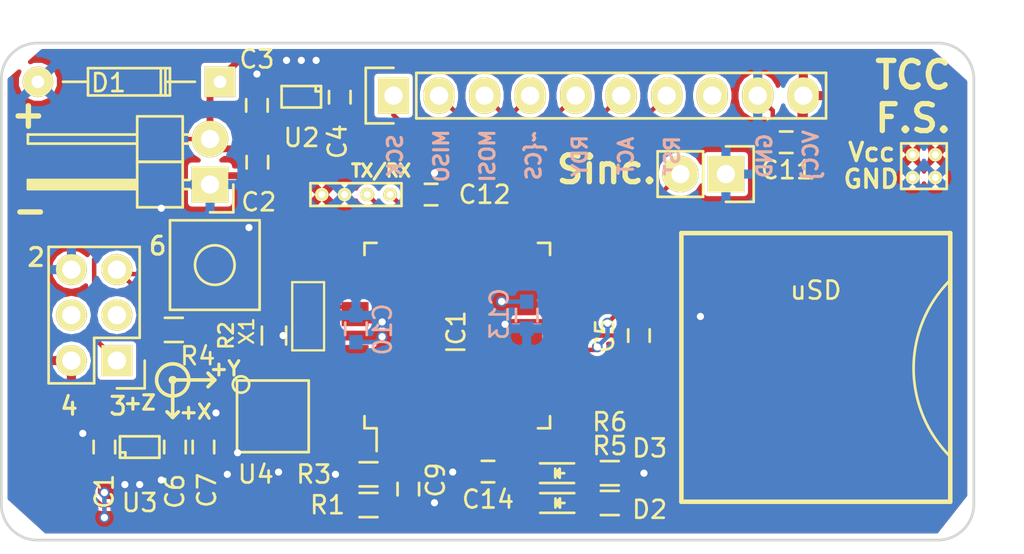
<source format=kicad_pcb>
(kicad_pcb (version 4) (host pcbnew 4.0.2-stable)

  (general
    (links 102)
    (no_connects 0)
    (area 176.674999 131.674999 231.075001 159.575001)
    (thickness 1.6)
    (drawings 32)
    (tracks 288)
    (zones 0)
    (modules 35)
    (nets 33)
  )

  (page A4)
  (layers
    (0 F.Cu signal)
    (31 B.Cu signal)
    (32 B.Adhes user)
    (33 F.Adhes user)
    (34 B.Paste user)
    (35 F.Paste user)
    (36 B.SilkS user)
    (37 F.SilkS user)
    (38 B.Mask user)
    (39 F.Mask user)
    (40 Dwgs.User user)
    (41 Cmts.User user)
    (42 Eco1.User user)
    (43 Eco2.User user)
    (44 Edge.Cuts user)
    (45 Margin user)
    (46 B.CrtYd user)
    (47 F.CrtYd user)
    (48 B.Fab user)
    (49 F.Fab user)
  )

  (setup
    (last_trace_width 0.25)
    (user_trace_width 0.381)
    (user_trace_width 0.508)
    (user_trace_width 0.635)
    (user_trace_width 0.762)
    (user_trace_width 0.889)
    (user_trace_width 1.016)
    (trace_clearance 0.2)
    (zone_clearance 0.208)
    (zone_45_only no)
    (trace_min 0.2)
    (segment_width 0.2)
    (edge_width 0.15)
    (via_size 0.6)
    (via_drill 0.4)
    (via_min_size 0.4)
    (via_min_drill 0.3)
    (uvia_size 0.3)
    (uvia_drill 0.1)
    (uvias_allowed no)
    (uvia_min_size 0.2)
    (uvia_min_drill 0.1)
    (pcb_text_width 0.3)
    (pcb_text_size 1.5 1.5)
    (mod_edge_width 0.15)
    (mod_text_size 1 1)
    (mod_text_width 0.15)
    (pad_size 3 3)
    (pad_drill 2)
    (pad_to_mask_clearance 0.2)
    (aux_axis_origin 27.6225 185.42)
    (visible_elements 7FFEFF7F)
    (pcbplotparams
      (layerselection 0x00030_80000001)
      (usegerberextensions false)
      (excludeedgelayer true)
      (linewidth 0.100000)
      (plotframeref false)
      (viasonmask false)
      (mode 1)
      (useauxorigin false)
      (hpglpennumber 1)
      (hpglpenspeed 20)
      (hpglpendiameter 15)
      (hpglpenoverlay 2)
      (psnegative false)
      (psa4output false)
      (plotreference true)
      (plotvalue true)
      (plotinvisibletext false)
      (padsonsilk false)
      (subtractmaskfromsilk false)
      (outputformat 1)
      (mirror false)
      (drillshape 0)
      (scaleselection 1)
      (outputdirectory ""))
  )

  (net 0 "")
  (net 1 GND)
  (net 2 VCC)
  (net 3 +BAT)
  (net 4 "Net-(C3-Pad2)")
  (net 5 "Net-(C6-Pad2)")
  (net 6 /ADCA_REF)
  (net 7 /ADC_A5)
  (net 8 "Net-(D2-Pad2)")
  (net 9 "Net-(D2-Pad1)")
  (net 10 "Net-(D3-Pad2)")
  (net 11 "Net-(D3-Pad1)")
  (net 12 "Net-(IC1-Pad34)")
  (net 13 /RESET)
  (net 14 "Net-(IC1-Pad33)")
  (net 15 "Net-(IC1-Pad32)")
  (net 16 "Net-(IC1-Pad20)")
  (net 17 /SCK_nRF)
  (net 18 /MISO_nRF)
  (net 19 /MOSI_nRF)
  (net 20 /~CS_nRF)
  (net 21 /RDY_nRF)
  (net 22 /ACT_nRF)
  (net 23 /RST_nRF)
  (net 24 /MOSI-uSD)
  (net 25 /SCK-uSD)
  (net 26 /~SS-uSD)
  (net 27 /MISO_uSD)
  (net 28 /ADC_A2)
  (net 29 /ADC_A3)
  (net 30 /ADC_A1)
  (net 31 /xt1)
  (net 32 /xt2)

  (net_class Default "This is the default net class."
    (clearance 0.2)
    (trace_width 0.25)
    (via_dia 0.6)
    (via_drill 0.4)
    (uvia_dia 0.3)
    (uvia_drill 0.1)
    (add_net +BAT)
    (add_net /ACT_nRF)
    (add_net /ADCA_REF)
    (add_net /ADC_A1)
    (add_net /ADC_A2)
    (add_net /ADC_A3)
    (add_net /ADC_A5)
    (add_net /MISO_nRF)
    (add_net /MISO_uSD)
    (add_net /MOSI-uSD)
    (add_net /MOSI_nRF)
    (add_net /RDY_nRF)
    (add_net /RESET)
    (add_net /RST_nRF)
    (add_net /SCK-uSD)
    (add_net /SCK_nRF)
    (add_net /xt1)
    (add_net /xt2)
    (add_net /~CS_nRF)
    (add_net /~SS-uSD)
    (add_net GND)
    (add_net "Net-(C3-Pad2)")
    (add_net "Net-(C6-Pad2)")
    (add_net "Net-(D2-Pad1)")
    (add_net "Net-(D2-Pad2)")
    (add_net "Net-(D3-Pad1)")
    (add_net "Net-(D3-Pad2)")
    (add_net "Net-(IC1-Pad20)")
    (add_net "Net-(IC1-Pad32)")
    (add_net "Net-(IC1-Pad33)")
    (add_net "Net-(IC1-Pad34)")
    (add_net VCC)
  )

  (module Diodes_ThroughHole:Diode_DO-35_SOD27_Horizontal_RM10 (layer F.Cu) (tedit 570A8EFF) (tstamp 56D59F31)
    (at 188.9506 133.9088 180)
    (descr "Diode, DO-35,  SOD27, Horizontal, RM 10mm")
    (tags "Diode, DO-35, SOD27, Horizontal, RM 10mm, 1N4148,")
    (path /56D6BFB1)
    (fp_text reference D1 (at 6.223 -0.0635 180) (layer F.SilkS)
      (effects (font (size 1 1) (thickness 0.15)))
    )
    (fp_text value "Z 5.7V" (at 4.41452 -3.55854 180) (layer F.Fab)
      (effects (font (size 1 1) (thickness 0.15)))
    )
    (fp_line (start 7.36652 -0.00254) (end 8.76352 -0.00254) (layer F.SilkS) (width 0.15))
    (fp_line (start 2.92152 -0.00254) (end 1.39752 -0.00254) (layer F.SilkS) (width 0.15))
    (fp_line (start 3.30252 -0.76454) (end 3.30252 0.75946) (layer F.SilkS) (width 0.15))
    (fp_line (start 3.04852 -0.76454) (end 3.04852 0.75946) (layer F.SilkS) (width 0.15))
    (fp_line (start 2.79452 -0.00254) (end 2.79452 0.75946) (layer F.SilkS) (width 0.15))
    (fp_line (start 2.79452 0.75946) (end 7.36652 0.75946) (layer F.SilkS) (width 0.15))
    (fp_line (start 7.36652 0.75946) (end 7.36652 -0.76454) (layer F.SilkS) (width 0.15))
    (fp_line (start 7.36652 -0.76454) (end 2.79452 -0.76454) (layer F.SilkS) (width 0.15))
    (fp_line (start 2.79452 -0.76454) (end 2.79452 -0.00254) (layer F.SilkS) (width 0.15))
    (pad 1 thru_hole circle (at 10.16052 -0.00254) (size 1.69926 1.69926) (drill 0.70104) (layers *.Cu *.Mask F.SilkS)
      (net 1 GND))
    (pad 2 thru_hole rect (at 0.00052 -0.00254) (size 1.69926 1.69926) (drill 0.70104) (layers *.Cu *.Mask F.SilkS)
      (net 3 +BAT))
    (model Diodes_ThroughHole.3dshapes/Diode_DO-35_SOD27_Horizontal_RM10.wrl
      (at (xyz 0.2 0 0))
      (scale (xyz 0.4 0.4 0.4))
      (rotate (xyz 0 0 180))
    )
  )

  (module Capacitors_SMD:C_0603 (layer F.Cu) (tedit 56D59C06) (tstamp 56D59EE3)
    (at 182.499 154.305 270)
    (descr "Capacitor SMD 0603, reflow soldering, AVX (see smccp.pdf)")
    (tags "capacitor 0603")
    (path /56D6BFD8)
    (attr smd)
    (fp_text reference C1 (at 2.4765 0 270) (layer F.SilkS)
      (effects (font (size 1 1) (thickness 0.15)))
    )
    (fp_text value 1uF (at 0 1.9 270) (layer F.Fab)
      (effects (font (size 1 1) (thickness 0.15)))
    )
    (fp_line (start -1.45 -0.75) (end 1.45 -0.75) (layer F.CrtYd) (width 0.05))
    (fp_line (start -1.45 0.75) (end 1.45 0.75) (layer F.CrtYd) (width 0.05))
    (fp_line (start -1.45 -0.75) (end -1.45 0.75) (layer F.CrtYd) (width 0.05))
    (fp_line (start 1.45 -0.75) (end 1.45 0.75) (layer F.CrtYd) (width 0.05))
    (fp_line (start -0.35 -0.6) (end 0.35 -0.6) (layer F.SilkS) (width 0.15))
    (fp_line (start 0.35 0.6) (end -0.35 0.6) (layer F.SilkS) (width 0.15))
    (pad 1 smd rect (at -0.75 0 270) (size 0.8 0.75) (layers F.Cu F.Paste F.Mask)
      (net 1 GND))
    (pad 2 smd rect (at 0.75 0 270) (size 0.8 0.75) (layers F.Cu F.Paste F.Mask)
      (net 2 VCC))
    (model Capacitors_SMD.3dshapes/C_0603.wrl
      (at (xyz 0 0 0))
      (scale (xyz 1 1 1))
      (rotate (xyz 0 0 0))
    )
  )

  (module Capacitors_SMD:C_0603 (layer F.Cu) (tedit 5709B7E2) (tstamp 56D59EE9)
    (at 191.0334 138.4046 90)
    (descr "Capacitor SMD 0603, reflow soldering, AVX (see smccp.pdf)")
    (tags "capacitor 0603")
    (path /56D6BFAC)
    (attr smd)
    (fp_text reference C2 (at -2.2225 0.0762 180) (layer F.SilkS)
      (effects (font (size 1 1) (thickness 0.15)))
    )
    (fp_text value 1uF (at 0 1.9 90) (layer F.Fab)
      (effects (font (size 1 1) (thickness 0.15)))
    )
    (fp_line (start -1.45 -0.75) (end 1.45 -0.75) (layer F.CrtYd) (width 0.05))
    (fp_line (start -1.45 0.75) (end 1.45 0.75) (layer F.CrtYd) (width 0.05))
    (fp_line (start -1.45 -0.75) (end -1.45 0.75) (layer F.CrtYd) (width 0.05))
    (fp_line (start 1.45 -0.75) (end 1.45 0.75) (layer F.CrtYd) (width 0.05))
    (fp_line (start -0.35 -0.6) (end 0.35 -0.6) (layer F.SilkS) (width 0.15))
    (fp_line (start 0.35 0.6) (end -0.35 0.6) (layer F.SilkS) (width 0.15))
    (pad 1 smd rect (at -0.75 0 90) (size 0.8 0.75) (layers F.Cu F.Paste F.Mask)
      (net 1 GND))
    (pad 2 smd rect (at 0.75 0 90) (size 0.8 0.75) (layers F.Cu F.Paste F.Mask)
      (net 3 +BAT))
    (model Capacitors_SMD.3dshapes/C_0603.wrl
      (at (xyz 0 0 0))
      (scale (xyz 1 1 1))
      (rotate (xyz 0 0 0))
    )
  )

  (module Capacitors_SMD:C_0603 (layer F.Cu) (tedit 57161825) (tstamp 56D59EEF)
    (at 191.008 135.2296 270)
    (descr "Capacitor SMD 0603, reflow soldering, AVX (see smccp.pdf)")
    (tags "capacitor 0603")
    (path /56D6BFA5)
    (attr smd)
    (fp_text reference C3 (at -2.5781 0 360) (layer F.SilkS)
      (effects (font (size 1 1) (thickness 0.15)))
    )
    (fp_text value 10nF (at 0 1.9 270) (layer F.Fab)
      (effects (font (size 1 1) (thickness 0.15)))
    )
    (fp_line (start -1.45 -0.75) (end 1.45 -0.75) (layer F.CrtYd) (width 0.05))
    (fp_line (start -1.45 0.75) (end 1.45 0.75) (layer F.CrtYd) (width 0.05))
    (fp_line (start -1.45 -0.75) (end -1.45 0.75) (layer F.CrtYd) (width 0.05))
    (fp_line (start 1.45 -0.75) (end 1.45 0.75) (layer F.CrtYd) (width 0.05))
    (fp_line (start -0.35 -0.6) (end 0.35 -0.6) (layer F.SilkS) (width 0.15))
    (fp_line (start 0.35 0.6) (end -0.35 0.6) (layer F.SilkS) (width 0.15))
    (pad 1 smd rect (at -0.75 0 270) (size 0.8 0.75) (layers F.Cu F.Paste F.Mask)
      (net 1 GND))
    (pad 2 smd rect (at 0.75 0 270) (size 0.8 0.75) (layers F.Cu F.Paste F.Mask)
      (net 4 "Net-(C3-Pad2)"))
    (model Capacitors_SMD.3dshapes/C_0603.wrl
      (at (xyz 0 0 0))
      (scale (xyz 1 1 1))
      (rotate (xyz 0 0 0))
    )
  )

  (module Capacitors_SMD:C_0603 (layer F.Cu) (tedit 57161661) (tstamp 56D59EF5)
    (at 195.6308 134.7724 270)
    (descr "Capacitor SMD 0603, reflow soldering, AVX (see smccp.pdf)")
    (tags "capacitor 0603")
    (path /56D6BFAA)
    (attr smd)
    (fp_text reference C4 (at 2.4776 0.1308 270) (layer F.SilkS)
      (effects (font (size 1 1) (thickness 0.15)))
    )
    (fp_text value 1uF (at 0 1.9 270) (layer F.Fab)
      (effects (font (size 1 1) (thickness 0.15)))
    )
    (fp_line (start -1.45 -0.75) (end 1.45 -0.75) (layer F.CrtYd) (width 0.05))
    (fp_line (start -1.45 0.75) (end 1.45 0.75) (layer F.CrtYd) (width 0.05))
    (fp_line (start -1.45 -0.75) (end -1.45 0.75) (layer F.CrtYd) (width 0.05))
    (fp_line (start 1.45 -0.75) (end 1.45 0.75) (layer F.CrtYd) (width 0.05))
    (fp_line (start -0.35 -0.6) (end 0.35 -0.6) (layer F.SilkS) (width 0.15))
    (fp_line (start 0.35 0.6) (end -0.35 0.6) (layer F.SilkS) (width 0.15))
    (pad 1 smd rect (at -0.75 0 270) (size 0.8 0.75) (layers F.Cu F.Paste F.Mask)
      (net 1 GND))
    (pad 2 smd rect (at 0.75 0 270) (size 0.8 0.75) (layers F.Cu F.Paste F.Mask)
      (net 2 VCC))
    (model Capacitors_SMD.3dshapes/C_0603.wrl
      (at (xyz 0 0 0))
      (scale (xyz 1 1 1))
      (rotate (xyz 0 0 0))
    )
  )

  (module Capacitors_SMD:C_0603 (layer F.Cu) (tedit 56D59AE7) (tstamp 56D59EFB)
    (at 186.436 154.305 90)
    (descr "Capacitor SMD 0603, reflow soldering, AVX (see smccp.pdf)")
    (tags "capacitor 0603")
    (path /56D6BFD3)
    (attr smd)
    (fp_text reference C6 (at -2.4765 0 90) (layer F.SilkS)
      (effects (font (size 1 1) (thickness 0.15)))
    )
    (fp_text value 10nF (at 0 1.9 90) (layer F.Fab)
      (effects (font (size 1 1) (thickness 0.15)))
    )
    (fp_line (start -1.45 -0.75) (end 1.45 -0.75) (layer F.CrtYd) (width 0.05))
    (fp_line (start -1.45 0.75) (end 1.45 0.75) (layer F.CrtYd) (width 0.05))
    (fp_line (start -1.45 -0.75) (end -1.45 0.75) (layer F.CrtYd) (width 0.05))
    (fp_line (start 1.45 -0.75) (end 1.45 0.75) (layer F.CrtYd) (width 0.05))
    (fp_line (start -0.35 -0.6) (end 0.35 -0.6) (layer F.SilkS) (width 0.15))
    (fp_line (start 0.35 0.6) (end -0.35 0.6) (layer F.SilkS) (width 0.15))
    (pad 1 smd rect (at -0.75 0 90) (size 0.8 0.75) (layers F.Cu F.Paste F.Mask)
      (net 1 GND))
    (pad 2 smd rect (at 0.75 0 90) (size 0.8 0.75) (layers F.Cu F.Paste F.Mask)
      (net 5 "Net-(C6-Pad2)"))
    (model Capacitors_SMD.3dshapes/C_0603.wrl
      (at (xyz 0 0 0))
      (scale (xyz 1 1 1))
      (rotate (xyz 0 0 0))
    )
  )

  (module Capacitors_SMD:C_0603 (layer F.Cu) (tedit 56D59B03) (tstamp 56D59F01)
    (at 188.0235 154.305 90)
    (descr "Capacitor SMD 0603, reflow soldering, AVX (see smccp.pdf)")
    (tags "capacitor 0603")
    (path /56D6BFDA)
    (attr smd)
    (fp_text reference C7 (at -2.413 0.1905 90) (layer F.SilkS)
      (effects (font (size 1 1) (thickness 0.15)))
    )
    (fp_text value 1uF (at 0 1.9 90) (layer F.Fab)
      (effects (font (size 1 1) (thickness 0.15)))
    )
    (fp_line (start -1.45 -0.75) (end 1.45 -0.75) (layer F.CrtYd) (width 0.05))
    (fp_line (start -1.45 0.75) (end 1.45 0.75) (layer F.CrtYd) (width 0.05))
    (fp_line (start -1.45 -0.75) (end -1.45 0.75) (layer F.CrtYd) (width 0.05))
    (fp_line (start 1.45 -0.75) (end 1.45 0.75) (layer F.CrtYd) (width 0.05))
    (fp_line (start -0.35 -0.6) (end 0.35 -0.6) (layer F.SilkS) (width 0.15))
    (fp_line (start 0.35 0.6) (end -0.35 0.6) (layer F.SilkS) (width 0.15))
    (pad 1 smd rect (at -0.75 0 90) (size 0.8 0.75) (layers F.Cu F.Paste F.Mask)
      (net 1 GND))
    (pad 2 smd rect (at 0.75 0 90) (size 0.8 0.75) (layers F.Cu F.Paste F.Mask)
      (net 6 /ADCA_REF))
    (model Capacitors_SMD.3dshapes/C_0603.wrl
      (at (xyz 0 0 0))
      (scale (xyz 1 1 1))
      (rotate (xyz 0 0 0))
    )
  )

  (module Capacitors_SMD:C_0603 (layer F.Cu) (tedit 57094D79) (tstamp 56D59F0D)
    (at 199.4535 156.6545 90)
    (descr "Capacitor SMD 0603, reflow soldering, AVX (see smccp.pdf)")
    (tags "capacitor 0603")
    (path /56D6BFE6)
    (attr smd)
    (fp_text reference C9 (at 0.508 1.524 90) (layer F.SilkS)
      (effects (font (size 1 1) (thickness 0.15)))
    )
    (fp_text value 1uF (at 0 1.9 90) (layer F.Fab)
      (effects (font (size 1 1) (thickness 0.15)))
    )
    (fp_line (start -1.45 -0.75) (end 1.45 -0.75) (layer F.CrtYd) (width 0.05))
    (fp_line (start -1.45 0.75) (end 1.45 0.75) (layer F.CrtYd) (width 0.05))
    (fp_line (start -1.45 -0.75) (end -1.45 0.75) (layer F.CrtYd) (width 0.05))
    (fp_line (start 1.45 -0.75) (end 1.45 0.75) (layer F.CrtYd) (width 0.05))
    (fp_line (start -0.35 -0.6) (end 0.35 -0.6) (layer F.SilkS) (width 0.15))
    (fp_line (start 0.35 0.6) (end -0.35 0.6) (layer F.SilkS) (width 0.15))
    (pad 1 smd rect (at -0.75 0 90) (size 0.8 0.75) (layers F.Cu F.Paste F.Mask)
      (net 1 GND))
    (pad 2 smd rect (at 0.75 0 90) (size 0.8 0.75) (layers F.Cu F.Paste F.Mask)
      (net 7 /ADC_A5))
    (model Capacitors_SMD.3dshapes/C_0603.wrl
      (at (xyz 0 0 0))
      (scale (xyz 1 1 1))
      (rotate (xyz 0 0 0))
    )
  )

  (module Capacitors_SMD:C_0603 (layer B.Cu) (tedit 56D5A722) (tstamp 56D59F13)
    (at 196.5325 147.701 90)
    (descr "Capacitor SMD 0603, reflow soldering, AVX (see smccp.pdf)")
    (tags "capacitor 0603")
    (path /56DB09D6)
    (attr smd)
    (fp_text reference C10 (at -0.0381 1.4859 90) (layer B.SilkS)
      (effects (font (size 1 1) (thickness 0.15)) (justify mirror))
    )
    (fp_text value 10u (at 0 -1.9 90) (layer B.Fab)
      (effects (font (size 1 1) (thickness 0.15)) (justify mirror))
    )
    (fp_line (start -1.45 0.75) (end 1.45 0.75) (layer B.CrtYd) (width 0.05))
    (fp_line (start -1.45 -0.75) (end 1.45 -0.75) (layer B.CrtYd) (width 0.05))
    (fp_line (start -1.45 0.75) (end -1.45 -0.75) (layer B.CrtYd) (width 0.05))
    (fp_line (start 1.45 0.75) (end 1.45 -0.75) (layer B.CrtYd) (width 0.05))
    (fp_line (start -0.35 0.6) (end 0.35 0.6) (layer B.SilkS) (width 0.15))
    (fp_line (start 0.35 -0.6) (end -0.35 -0.6) (layer B.SilkS) (width 0.15))
    (pad 1 smd rect (at -0.75 0 90) (size 0.8 0.75) (layers B.Cu B.Paste B.Mask)
      (net 2 VCC))
    (pad 2 smd rect (at 0.75 0 90) (size 0.8 0.75) (layers B.Cu B.Paste B.Mask)
      (net 1 GND))
    (model Capacitors_SMD.3dshapes/C_0603.wrl
      (at (xyz 0 0 0))
      (scale (xyz 1 1 1))
      (rotate (xyz 0 0 0))
    )
  )

  (module Capacitors_SMD:C_0603 (layer F.Cu) (tedit 5714327C) (tstamp 56D59F19)
    (at 220.5355 137.287)
    (descr "Capacitor SMD 0603, reflow soldering, AVX (see smccp.pdf)")
    (tags "capacitor 0603")
    (path /56D960E4)
    (attr smd)
    (fp_text reference C11 (at 0.0381 1.5494) (layer F.SilkS)
      (effects (font (size 1 1) (thickness 0.15)))
    )
    (fp_text value 100nF (at 0 1.9) (layer F.Fab)
      (effects (font (size 1 1) (thickness 0.15)))
    )
    (fp_line (start -1.45 -0.75) (end 1.45 -0.75) (layer F.CrtYd) (width 0.05))
    (fp_line (start -1.45 0.75) (end 1.45 0.75) (layer F.CrtYd) (width 0.05))
    (fp_line (start -1.45 -0.75) (end -1.45 0.75) (layer F.CrtYd) (width 0.05))
    (fp_line (start 1.45 -0.75) (end 1.45 0.75) (layer F.CrtYd) (width 0.05))
    (fp_line (start -0.35 -0.6) (end 0.35 -0.6) (layer F.SilkS) (width 0.15))
    (fp_line (start 0.35 0.6) (end -0.35 0.6) (layer F.SilkS) (width 0.15))
    (pad 1 smd rect (at -0.75 0) (size 0.8 0.75) (layers F.Cu F.Paste F.Mask)
      (net 1 GND))
    (pad 2 smd rect (at 0.75 0) (size 0.8 0.75) (layers F.Cu F.Paste F.Mask)
      (net 2 VCC))
    (model Capacitors_SMD.3dshapes/C_0603.wrl
      (at (xyz 0 0 0))
      (scale (xyz 1 1 1))
      (rotate (xyz 0 0 0))
    )
  )

  (module Capacitors_SMD:C_0603 (layer F.Cu) (tedit 5709B791) (tstamp 56D59F1F)
    (at 200.7235 140.208)
    (descr "Capacitor SMD 0603, reflow soldering, AVX (see smccp.pdf)")
    (tags "capacitor 0603")
    (path /56DB19C0)
    (attr smd)
    (fp_text reference C12 (at 2.9845 0) (layer F.SilkS)
      (effects (font (size 1 1) (thickness 0.15)))
    )
    (fp_text value 100n (at 0 1.9) (layer F.Fab)
      (effects (font (size 1 1) (thickness 0.15)))
    )
    (fp_line (start -1.45 -0.75) (end 1.45 -0.75) (layer F.CrtYd) (width 0.05))
    (fp_line (start -1.45 0.75) (end 1.45 0.75) (layer F.CrtYd) (width 0.05))
    (fp_line (start -1.45 -0.75) (end -1.45 0.75) (layer F.CrtYd) (width 0.05))
    (fp_line (start 1.45 -0.75) (end 1.45 0.75) (layer F.CrtYd) (width 0.05))
    (fp_line (start -0.35 -0.6) (end 0.35 -0.6) (layer F.SilkS) (width 0.15))
    (fp_line (start 0.35 0.6) (end -0.35 0.6) (layer F.SilkS) (width 0.15))
    (pad 1 smd rect (at -0.75 0) (size 0.8 0.75) (layers F.Cu F.Paste F.Mask)
      (net 2 VCC))
    (pad 2 smd rect (at 0.75 0) (size 0.8 0.75) (layers F.Cu F.Paste F.Mask)
      (net 1 GND))
    (model Capacitors_SMD.3dshapes/C_0603.wrl
      (at (xyz 0 0 0))
      (scale (xyz 1 1 1))
      (rotate (xyz 0 0 0))
    )
  )

  (module Capacitors_SMD:C_0603 (layer B.Cu) (tedit 56D5A257) (tstamp 56D59F25)
    (at 206.0575 146.939 270)
    (descr "Capacitor SMD 0603, reflow soldering, AVX (see smccp.pdf)")
    (tags "capacitor 0603")
    (path /56DB1EFB)
    (attr smd)
    (fp_text reference C13 (at -0.0635 1.524 270) (layer B.SilkS)
      (effects (font (size 1 1) (thickness 0.15)) (justify mirror))
    )
    (fp_text value 100n (at 0 -1.9 270) (layer B.Fab)
      (effects (font (size 1 1) (thickness 0.15)) (justify mirror))
    )
    (fp_line (start -1.45 0.75) (end 1.45 0.75) (layer B.CrtYd) (width 0.05))
    (fp_line (start -1.45 -0.75) (end 1.45 -0.75) (layer B.CrtYd) (width 0.05))
    (fp_line (start -1.45 0.75) (end -1.45 -0.75) (layer B.CrtYd) (width 0.05))
    (fp_line (start 1.45 0.75) (end 1.45 -0.75) (layer B.CrtYd) (width 0.05))
    (fp_line (start -0.35 0.6) (end 0.35 0.6) (layer B.SilkS) (width 0.15))
    (fp_line (start 0.35 -0.6) (end -0.35 -0.6) (layer B.SilkS) (width 0.15))
    (pad 1 smd rect (at -0.75 0 270) (size 0.8 0.75) (layers B.Cu B.Paste B.Mask)
      (net 2 VCC))
    (pad 2 smd rect (at 0.75 0 270) (size 0.8 0.75) (layers B.Cu B.Paste B.Mask)
      (net 1 GND))
    (model Capacitors_SMD.3dshapes/C_0603.wrl
      (at (xyz 0 0 0))
      (scale (xyz 1 1 1))
      (rotate (xyz 0 0 0))
    )
  )

  (module Capacitors_SMD:C_0603 (layer F.Cu) (tedit 56D5A7D1) (tstamp 56D59F2B)
    (at 203.8985 155.6766 180)
    (descr "Capacitor SMD 0603, reflow soldering, AVX (see smccp.pdf)")
    (tags "capacitor 0603")
    (path /56DB1F87)
    (attr smd)
    (fp_text reference C14 (at 0 -1.5494 180) (layer F.SilkS)
      (effects (font (size 1 1) (thickness 0.15)))
    )
    (fp_text value 100n (at 0 1.9 180) (layer F.Fab)
      (effects (font (size 1 1) (thickness 0.15)))
    )
    (fp_line (start -1.45 -0.75) (end 1.45 -0.75) (layer F.CrtYd) (width 0.05))
    (fp_line (start -1.45 0.75) (end 1.45 0.75) (layer F.CrtYd) (width 0.05))
    (fp_line (start -1.45 -0.75) (end -1.45 0.75) (layer F.CrtYd) (width 0.05))
    (fp_line (start 1.45 -0.75) (end 1.45 0.75) (layer F.CrtYd) (width 0.05))
    (fp_line (start -0.35 -0.6) (end 0.35 -0.6) (layer F.SilkS) (width 0.15))
    (fp_line (start 0.35 0.6) (end -0.35 0.6) (layer F.SilkS) (width 0.15))
    (pad 1 smd rect (at -0.75 0 180) (size 0.8 0.75) (layers F.Cu F.Paste F.Mask)
      (net 2 VCC))
    (pad 2 smd rect (at 0.75 0 180) (size 0.8 0.75) (layers F.Cu F.Paste F.Mask)
      (net 1 GND))
    (model Capacitors_SMD.3dshapes/C_0603.wrl
      (at (xyz 0 0 0))
      (scale (xyz 1 1 1))
      (rotate (xyz 0 0 0))
    )
  )

  (module LEDs:LED_0603 (layer F.Cu) (tedit 56D5A7C1) (tstamp 56D59F37)
    (at 207.9117 157.4292)
    (descr "LED 0603 smd package")
    (tags "LED led 0603 SMD smd SMT smt smdled SMDLED smtled SMTLED")
    (path /56D6BF7D)
    (attr smd)
    (fp_text reference D2 (at 5.0038 0.3683) (layer F.SilkS)
      (effects (font (size 1 1) (thickness 0.15)))
    )
    (fp_text value LED (at 0 1.5) (layer F.Fab)
      (effects (font (size 1 1) (thickness 0.15)))
    )
    (fp_line (start -1.1 0.55) (end 0.8 0.55) (layer F.SilkS) (width 0.15))
    (fp_line (start -1.1 -0.55) (end 0.8 -0.55) (layer F.SilkS) (width 0.15))
    (fp_line (start -0.2 0) (end 0.25 0) (layer F.SilkS) (width 0.15))
    (fp_line (start -0.25 -0.25) (end -0.25 0.25) (layer F.SilkS) (width 0.15))
    (fp_line (start -0.25 0) (end 0 -0.25) (layer F.SilkS) (width 0.15))
    (fp_line (start 0 -0.25) (end 0 0.25) (layer F.SilkS) (width 0.15))
    (fp_line (start 0 0.25) (end -0.25 0) (layer F.SilkS) (width 0.15))
    (fp_line (start 1.4 -0.75) (end 1.4 0.75) (layer F.CrtYd) (width 0.05))
    (fp_line (start 1.4 0.75) (end -1.4 0.75) (layer F.CrtYd) (width 0.05))
    (fp_line (start -1.4 0.75) (end -1.4 -0.75) (layer F.CrtYd) (width 0.05))
    (fp_line (start -1.4 -0.75) (end 1.4 -0.75) (layer F.CrtYd) (width 0.05))
    (pad 2 smd rect (at 0.7493 0 180) (size 0.79756 0.79756) (layers F.Cu F.Paste F.Mask)
      (net 8 "Net-(D2-Pad2)"))
    (pad 1 smd rect (at -0.7493 0 180) (size 0.79756 0.79756) (layers F.Cu F.Paste F.Mask)
      (net 9 "Net-(D2-Pad1)"))
    (model LEDs.3dshapes/LED_0603.wrl
      (at (xyz 0 0 0))
      (scale (xyz 1 1 1))
      (rotate (xyz 0 0 180))
    )
  )

  (module LEDs:LED_0603 (layer F.Cu) (tedit 56D5A7C6) (tstamp 56D59F3D)
    (at 207.899 155.7655)
    (descr "LED 0603 smd package")
    (tags "LED led 0603 SMD smd SMT smt smdled SMDLED smtled SMTLED")
    (path /56D6BF76)
    (attr smd)
    (fp_text reference D3 (at 5.0165 -1.397 180) (layer F.SilkS)
      (effects (font (size 1 1) (thickness 0.15)))
    )
    (fp_text value LED (at 0 1.5) (layer F.Fab)
      (effects (font (size 1 1) (thickness 0.15)))
    )
    (fp_line (start -1.1 0.55) (end 0.8 0.55) (layer F.SilkS) (width 0.15))
    (fp_line (start -1.1 -0.55) (end 0.8 -0.55) (layer F.SilkS) (width 0.15))
    (fp_line (start -0.2 0) (end 0.25 0) (layer F.SilkS) (width 0.15))
    (fp_line (start -0.25 -0.25) (end -0.25 0.25) (layer F.SilkS) (width 0.15))
    (fp_line (start -0.25 0) (end 0 -0.25) (layer F.SilkS) (width 0.15))
    (fp_line (start 0 -0.25) (end 0 0.25) (layer F.SilkS) (width 0.15))
    (fp_line (start 0 0.25) (end -0.25 0) (layer F.SilkS) (width 0.15))
    (fp_line (start 1.4 -0.75) (end 1.4 0.75) (layer F.CrtYd) (width 0.05))
    (fp_line (start 1.4 0.75) (end -1.4 0.75) (layer F.CrtYd) (width 0.05))
    (fp_line (start -1.4 0.75) (end -1.4 -0.75) (layer F.CrtYd) (width 0.05))
    (fp_line (start -1.4 -0.75) (end 1.4 -0.75) (layer F.CrtYd) (width 0.05))
    (pad 2 smd rect (at 0.7493 0 180) (size 0.79756 0.79756) (layers F.Cu F.Paste F.Mask)
      (net 10 "Net-(D3-Pad2)"))
    (pad 1 smd rect (at -0.7493 0 180) (size 0.79756 0.79756) (layers F.Cu F.Paste F.Mask)
      (net 11 "Net-(D3-Pad1)"))
    (model LEDs.3dshapes/LED_0603.wrl
      (at (xyz 0 0 0))
      (scale (xyz 1 1 1))
      (rotate (xyz 0 0 180))
    )
  )

  (module Pin_Headers:Pin_Header_Straight_2x03 (layer F.Cu) (tedit 5709B7F5) (tstamp 56D59F79)
    (at 183.1975 149.479 180)
    (descr "Through hole pin header")
    (tags "pin header")
    (path /56D96069)
    (fp_text reference P3 (at 2.54 -3.048 180) (layer F.SilkS) hide
      (effects (font (size 1 1) (thickness 0.15)))
    )
    (fp_text value PDI (at 0 -3.1 180) (layer F.Fab)
      (effects (font (size 1 1) (thickness 0.15)))
    )
    (fp_line (start -1.27 1.27) (end -1.27 6.35) (layer F.SilkS) (width 0.15))
    (fp_line (start -1.55 -1.55) (end 0 -1.55) (layer F.SilkS) (width 0.15))
    (fp_line (start -1.75 -1.75) (end -1.75 6.85) (layer F.CrtYd) (width 0.05))
    (fp_line (start 4.3 -1.75) (end 4.3 6.85) (layer F.CrtYd) (width 0.05))
    (fp_line (start -1.75 -1.75) (end 4.3 -1.75) (layer F.CrtYd) (width 0.05))
    (fp_line (start -1.75 6.85) (end 4.3 6.85) (layer F.CrtYd) (width 0.05))
    (fp_line (start 1.27 -1.27) (end 1.27 1.27) (layer F.SilkS) (width 0.15))
    (fp_line (start 1.27 1.27) (end -1.27 1.27) (layer F.SilkS) (width 0.15))
    (fp_line (start -1.27 6.35) (end 3.81 6.35) (layer F.SilkS) (width 0.15))
    (fp_line (start 3.81 6.35) (end 3.81 1.27) (layer F.SilkS) (width 0.15))
    (fp_line (start -1.55 -1.55) (end -1.55 0) (layer F.SilkS) (width 0.15))
    (fp_line (start 3.81 -1.27) (end 1.27 -1.27) (layer F.SilkS) (width 0.15))
    (fp_line (start 3.81 1.27) (end 3.81 -1.27) (layer F.SilkS) (width 0.15))
    (pad 1 thru_hole rect (at 0 0 180) (size 1.7272 1.7272) (drill 1.016) (layers *.Cu *.Mask F.SilkS)
      (net 12 "Net-(IC1-Pad34)"))
    (pad 2 thru_hole oval (at 2.54 0 180) (size 1.7272 1.7272) (drill 1.016) (layers *.Cu *.Mask F.SilkS)
      (net 2 VCC))
    (pad 3 thru_hole oval (at 0 2.54 180) (size 1.7272 1.7272) (drill 1.016) (layers *.Cu *.Mask F.SilkS))
    (pad 4 thru_hole oval (at 2.54 2.54 180) (size 1.7272 1.7272) (drill 1.016) (layers *.Cu *.Mask F.SilkS))
    (pad 5 thru_hole oval (at 0 5.08 180) (size 1.7272 1.7272) (drill 1.016) (layers *.Cu *.Mask F.SilkS)
      (net 13 /RESET))
    (pad 6 thru_hole oval (at 2.54 5.08 180) (size 1.7272 1.7272) (drill 1.016) (layers *.Cu *.Mask F.SilkS)
      (net 1 GND))
    (model Pin_Headers.3dshapes/Pin_Header_Straight_2x03.wrl
      (at (xyz 0.05 -0.1 0))
      (scale (xyz 1 1 1))
      (rotate (xyz 0 0 90))
    )
  )

  (module Placa_principal:4-pin-50mil (layer F.Cu) (tedit 5709B759) (tstamp 56D59F85)
    (at 197.1675 140.208)
    (path /56D59848)
    (fp_text reference P4 (at -0.762 -1.397) (layer F.SilkS) hide
      (effects (font (size 1 1) (thickness 0.15)))
    )
    (fp_text value CONN_01X04 (at 0 -1.905) (layer F.Fab)
      (effects (font (size 1 1) (thickness 0.15)))
    )
    (fp_line (start -3.175 -0.635) (end -3.175 0.635) (layer F.SilkS) (width 0.15))
    (fp_line (start -3.175 0.635) (end 1.905 0.635) (layer F.SilkS) (width 0.15))
    (fp_line (start 1.905 0.635) (end 1.905 -0.635) (layer F.SilkS) (width 0.15))
    (fp_line (start 1.905 -0.635) (end -3.175 -0.635) (layer F.SilkS) (width 0.15))
    (pad 1 thru_hole circle (at -2.54 0) (size 0.762 0.762) (drill 0.381) (layers *.Cu *.Mask F.SilkS)
      (net 2 VCC))
    (pad 2 thru_hole circle (at -1.27 0) (size 0.762 0.762) (drill 0.381) (layers *.Cu *.Mask F.SilkS)
      (net 1 GND))
    (pad 3 thru_hole circle (at 0 0) (size 0.762 0.762) (drill 0.381) (layers *.Cu *.Mask F.SilkS)
      (net 14 "Net-(IC1-Pad33)"))
    (pad 4 thru_hole circle (at 1.27 0) (size 0.762 0.762) (drill 0.381) (layers *.Cu *.Mask F.SilkS)
      (net 15 "Net-(IC1-Pad32)"))
  )

  (module Pin_Headers:Pin_Header_Straight_1x02 (layer F.Cu) (tedit 57094D37) (tstamp 56D59F96)
    (at 217.17 139.065 270)
    (descr "Through hole pin header")
    (tags "pin header")
    (path /56DB8C43)
    (fp_text reference P5 (at 0.381 -2.794 360) (layer F.SilkS) hide
      (effects (font (size 1 1) (thickness 0.15)))
    )
    (fp_text value CONN_01X02 (at 0 -3.1 270) (layer F.Fab)
      (effects (font (size 1 1) (thickness 0.15)))
    )
    (fp_line (start 1.27 1.27) (end 1.27 3.81) (layer F.SilkS) (width 0.15))
    (fp_line (start 1.55 -1.55) (end 1.55 0) (layer F.SilkS) (width 0.15))
    (fp_line (start -1.75 -1.75) (end -1.75 4.3) (layer F.CrtYd) (width 0.05))
    (fp_line (start 1.75 -1.75) (end 1.75 4.3) (layer F.CrtYd) (width 0.05))
    (fp_line (start -1.75 -1.75) (end 1.75 -1.75) (layer F.CrtYd) (width 0.05))
    (fp_line (start -1.75 4.3) (end 1.75 4.3) (layer F.CrtYd) (width 0.05))
    (fp_line (start 1.27 1.27) (end -1.27 1.27) (layer F.SilkS) (width 0.15))
    (fp_line (start -1.55 0) (end -1.55 -1.55) (layer F.SilkS) (width 0.15))
    (fp_line (start -1.55 -1.55) (end 1.55 -1.55) (layer F.SilkS) (width 0.15))
    (fp_line (start -1.27 1.27) (end -1.27 3.81) (layer F.SilkS) (width 0.15))
    (fp_line (start -1.27 3.81) (end 1.27 3.81) (layer F.SilkS) (width 0.15))
    (pad 1 thru_hole rect (at 0 0 270) (size 2.032 2.032) (drill 1.016) (layers *.Cu *.Mask F.SilkS)
      (net 1 GND))
    (pad 2 thru_hole oval (at 0 2.54 270) (size 2.032 2.032) (drill 1.016) (layers *.Cu *.Mask F.SilkS)
      (net 16 "Net-(IC1-Pad20)"))
    (model Pin_Headers.3dshapes/Pin_Header_Straight_1x02.wrl
      (at (xyz 0 -0.05 0))
      (scale (xyz 1 1 1))
      (rotate (xyz 0 0 90))
    )
  )

  (module Pin_Headers:Pin_Header_Straight_1x10 (layer F.Cu) (tedit 57143291) (tstamp 56D59FAF)
    (at 198.628 134.6835 90)
    (descr "Through hole pin header")
    (tags "pin header")
    (path /56D960E0)
    (fp_text reference P6 (at -0.0635 25.527 90) (layer F.SilkS) hide
      (effects (font (size 1 1) (thickness 0.15)))
    )
    (fp_text value "nRF8001 CON" (at 0 -3.1 90) (layer F.Fab)
      (effects (font (size 1 1) (thickness 0.15)))
    )
    (fp_line (start -1.75 -1.75) (end -1.75 24.65) (layer F.CrtYd) (width 0.05))
    (fp_line (start 1.75 -1.75) (end 1.75 24.65) (layer F.CrtYd) (width 0.05))
    (fp_line (start -1.75 -1.75) (end 1.75 -1.75) (layer F.CrtYd) (width 0.05))
    (fp_line (start -1.75 24.65) (end 1.75 24.65) (layer F.CrtYd) (width 0.05))
    (fp_line (start 1.27 1.27) (end 1.27 24.13) (layer F.SilkS) (width 0.15))
    (fp_line (start 1.27 24.13) (end -1.27 24.13) (layer F.SilkS) (width 0.15))
    (fp_line (start -1.27 24.13) (end -1.27 1.27) (layer F.SilkS) (width 0.15))
    (fp_line (start 1.55 -1.55) (end 1.55 0) (layer F.SilkS) (width 0.15))
    (fp_line (start 1.27 1.27) (end -1.27 1.27) (layer F.SilkS) (width 0.15))
    (fp_line (start -1.55 0) (end -1.55 -1.55) (layer F.SilkS) (width 0.15))
    (fp_line (start -1.55 -1.55) (end 1.55 -1.55) (layer F.SilkS) (width 0.15))
    (pad 1 thru_hole rect (at 0 0 90) (size 2.032 1.7272) (drill 1.016) (layers *.Cu *.Mask F.SilkS)
      (net 17 /SCK_nRF))
    (pad 2 thru_hole oval (at 0 2.54 90) (size 2.032 1.7272) (drill 1.016) (layers *.Cu *.Mask F.SilkS)
      (net 18 /MISO_nRF))
    (pad 3 thru_hole oval (at 0 5.08 90) (size 2.032 1.7272) (drill 1.016) (layers *.Cu *.Mask F.SilkS)
      (net 19 /MOSI_nRF))
    (pad 4 thru_hole oval (at 0 7.62 90) (size 2.032 1.7272) (drill 1.016) (layers *.Cu *.Mask F.SilkS)
      (net 20 /~CS_nRF))
    (pad 5 thru_hole oval (at 0 10.16 90) (size 2.032 1.7272) (drill 1.016) (layers *.Cu *.Mask F.SilkS)
      (net 21 /RDY_nRF))
    (pad 6 thru_hole oval (at 0 12.7 90) (size 2.032 1.7272) (drill 1.016) (layers *.Cu *.Mask F.SilkS)
      (net 22 /ACT_nRF))
    (pad 7 thru_hole oval (at 0 15.24 90) (size 2.032 1.7272) (drill 1.016) (layers *.Cu *.Mask F.SilkS)
      (net 23 /RST_nRF))
    (pad 8 thru_hole oval (at 0 17.78 90) (size 2.032 1.7272) (drill 1.016) (layers *.Cu *.Mask F.SilkS))
    (pad 9 thru_hole oval (at 0 20.32 90) (size 2.032 1.7272) (drill 1.016) (layers *.Cu *.Mask F.SilkS)
      (net 1 GND))
    (pad 10 thru_hole oval (at 0 22.86 90) (size 2.032 1.7272) (drill 1.016) (layers *.Cu *.Mask F.SilkS)
      (net 2 VCC))
    (model Pin_Headers.3dshapes/Pin_Header_Straight_1x10.wrl
      (at (xyz 0 -0.45 0))
      (scale (xyz 1 1 1))
      (rotate (xyz 0 0 90))
    )
  )

  (module Resistors_SMD:R_0603 (layer F.Cu) (tedit 56D5A03C) (tstamp 56D59FB5)
    (at 197.231 157.5435)
    (descr "Resistor SMD 0603, reflow soldering, Vishay (see dcrcw.pdf)")
    (tags "resistor 0603")
    (path /56D6BFB3)
    (attr smd)
    (fp_text reference R1 (at -2.286 0) (layer F.SilkS)
      (effects (font (size 1 1) (thickness 0.15)))
    )
    (fp_text value 47k (at 0 1.9) (layer F.Fab)
      (effects (font (size 1 1) (thickness 0.15)))
    )
    (fp_line (start -1.3 -0.8) (end 1.3 -0.8) (layer F.CrtYd) (width 0.05))
    (fp_line (start -1.3 0.8) (end 1.3 0.8) (layer F.CrtYd) (width 0.05))
    (fp_line (start -1.3 -0.8) (end -1.3 0.8) (layer F.CrtYd) (width 0.05))
    (fp_line (start 1.3 -0.8) (end 1.3 0.8) (layer F.CrtYd) (width 0.05))
    (fp_line (start 0.5 0.675) (end -0.5 0.675) (layer F.SilkS) (width 0.15))
    (fp_line (start -0.5 -0.675) (end 0.5 -0.675) (layer F.SilkS) (width 0.15))
    (pad 1 smd rect (at -0.75 0) (size 0.5 0.9) (layers F.Cu F.Paste F.Mask)
      (net 3 +BAT))
    (pad 2 smd rect (at 0.75 0) (size 0.5 0.9) (layers F.Cu F.Paste F.Mask)
      (net 7 /ADC_A5))
    (model Resistors_SMD.3dshapes/R_0603.wrl
      (at (xyz 0 0 0))
      (scale (xyz 1 1 1))
      (rotate (xyz 0 0 0))
    )
  )

  (module Resistors_SMD:R_0603 (layer F.Cu) (tedit 57094CED) (tstamp 56D59FC1)
    (at 197.231 155.829)
    (descr "Resistor SMD 0603, reflow soldering, Vishay (see dcrcw.pdf)")
    (tags "resistor 0603")
    (path /56D6BFB4)
    (attr smd)
    (fp_text reference R3 (at -3.048 0) (layer F.SilkS)
      (effects (font (size 1 1) (thickness 0.15)))
    )
    (fp_text value 47k (at 0 1.9) (layer F.Fab)
      (effects (font (size 1 1) (thickness 0.15)))
    )
    (fp_line (start -1.3 -0.8) (end 1.3 -0.8) (layer F.CrtYd) (width 0.05))
    (fp_line (start -1.3 0.8) (end 1.3 0.8) (layer F.CrtYd) (width 0.05))
    (fp_line (start -1.3 -0.8) (end -1.3 0.8) (layer F.CrtYd) (width 0.05))
    (fp_line (start 1.3 -0.8) (end 1.3 0.8) (layer F.CrtYd) (width 0.05))
    (fp_line (start 0.5 0.675) (end -0.5 0.675) (layer F.SilkS) (width 0.15))
    (fp_line (start -0.5 -0.675) (end 0.5 -0.675) (layer F.SilkS) (width 0.15))
    (pad 1 smd rect (at -0.75 0) (size 0.5 0.9) (layers F.Cu F.Paste F.Mask)
      (net 1 GND))
    (pad 2 smd rect (at 0.75 0) (size 0.5 0.9) (layers F.Cu F.Paste F.Mask)
      (net 7 /ADC_A5))
    (model Resistors_SMD.3dshapes/R_0603.wrl
      (at (xyz 0 0 0))
      (scale (xyz 1 1 1))
      (rotate (xyz 0 0 0))
    )
  )

  (module Resistors_SMD:R_0603 (layer F.Cu) (tedit 57158183) (tstamp 56D59FC7)
    (at 186.3725 147.7645)
    (descr "Resistor SMD 0603, reflow soldering, Vishay (see dcrcw.pdf)")
    (tags "resistor 0603")
    (path /56D6BF6F)
    (attr smd)
    (fp_text reference R4 (at 1.3335 1.4605 180) (layer F.SilkS)
      (effects (font (size 1 1) (thickness 0.15)))
    )
    (fp_text value 10K (at 0 1.9) (layer F.Fab)
      (effects (font (size 1 1) (thickness 0.15)))
    )
    (fp_line (start -1.3 -0.8) (end 1.3 -0.8) (layer F.CrtYd) (width 0.05))
    (fp_line (start -1.3 0.8) (end 1.3 0.8) (layer F.CrtYd) (width 0.05))
    (fp_line (start -1.3 -0.8) (end -1.3 0.8) (layer F.CrtYd) (width 0.05))
    (fp_line (start 1.3 -0.8) (end 1.3 0.8) (layer F.CrtYd) (width 0.05))
    (fp_line (start 0.5 0.675) (end -0.5 0.675) (layer F.SilkS) (width 0.15))
    (fp_line (start -0.5 -0.675) (end 0.5 -0.675) (layer F.SilkS) (width 0.15))
    (pad 1 smd rect (at -0.75 0) (size 0.5 0.9) (layers F.Cu F.Paste F.Mask)
      (net 13 /RESET))
    (pad 2 smd rect (at 0.75 0) (size 0.5 0.9) (layers F.Cu F.Paste F.Mask)
      (net 2 VCC))
    (model Resistors_SMD.3dshapes/R_0603.wrl
      (at (xyz 0 0 0))
      (scale (xyz 1 1 1))
      (rotate (xyz 0 0 0))
    )
  )

  (module Resistors_SMD:R_0603 (layer F.Cu) (tedit 56D5A7B0) (tstamp 56D59FCD)
    (at 210.693 157.4292 180)
    (descr "Resistor SMD 0603, reflow soldering, Vishay (see dcrcw.pdf)")
    (tags "resistor 0603")
    (path /56D6BF7E)
    (attr smd)
    (fp_text reference R5 (at 0 3.1877 180) (layer F.SilkS)
      (effects (font (size 1 1) (thickness 0.15)))
    )
    (fp_text value 220 (at 0 1.9 180) (layer F.Fab)
      (effects (font (size 1 1) (thickness 0.15)))
    )
    (fp_line (start -1.3 -0.8) (end 1.3 -0.8) (layer F.CrtYd) (width 0.05))
    (fp_line (start -1.3 0.8) (end 1.3 0.8) (layer F.CrtYd) (width 0.05))
    (fp_line (start -1.3 -0.8) (end -1.3 0.8) (layer F.CrtYd) (width 0.05))
    (fp_line (start 1.3 -0.8) (end 1.3 0.8) (layer F.CrtYd) (width 0.05))
    (fp_line (start 0.5 0.675) (end -0.5 0.675) (layer F.SilkS) (width 0.15))
    (fp_line (start -0.5 -0.675) (end 0.5 -0.675) (layer F.SilkS) (width 0.15))
    (pad 1 smd rect (at -0.75 0 180) (size 0.5 0.9) (layers F.Cu F.Paste F.Mask)
      (net 1 GND))
    (pad 2 smd rect (at 0.75 0 180) (size 0.5 0.9) (layers F.Cu F.Paste F.Mask)
      (net 8 "Net-(D2-Pad2)"))
    (model Resistors_SMD.3dshapes/R_0603.wrl
      (at (xyz 0 0 0))
      (scale (xyz 1 1 1))
      (rotate (xyz 0 0 0))
    )
  )

  (module Resistors_SMD:R_0603 (layer F.Cu) (tedit 56D5A7B3) (tstamp 56D59FD3)
    (at 210.693 155.7655 180)
    (descr "Resistor SMD 0603, reflow soldering, Vishay (see dcrcw.pdf)")
    (tags "resistor 0603")
    (path /56D6BF79)
    (attr smd)
    (fp_text reference R6 (at 0 2.8575 180) (layer F.SilkS)
      (effects (font (size 1 1) (thickness 0.15)))
    )
    (fp_text value 220 (at 0 1.9 180) (layer F.Fab)
      (effects (font (size 1 1) (thickness 0.15)))
    )
    (fp_line (start -1.3 -0.8) (end 1.3 -0.8) (layer F.CrtYd) (width 0.05))
    (fp_line (start -1.3 0.8) (end 1.3 0.8) (layer F.CrtYd) (width 0.05))
    (fp_line (start -1.3 -0.8) (end -1.3 0.8) (layer F.CrtYd) (width 0.05))
    (fp_line (start 1.3 -0.8) (end 1.3 0.8) (layer F.CrtYd) (width 0.05))
    (fp_line (start 0.5 0.675) (end -0.5 0.675) (layer F.SilkS) (width 0.15))
    (fp_line (start -0.5 -0.675) (end 0.5 -0.675) (layer F.SilkS) (width 0.15))
    (pad 1 smd rect (at -0.75 0 180) (size 0.5 0.9) (layers F.Cu F.Paste F.Mask)
      (net 1 GND))
    (pad 2 smd rect (at 0.75 0 180) (size 0.5 0.9) (layers F.Cu F.Paste F.Mask)
      (net 10 "Net-(D3-Pad2)"))
    (model Resistors_SMD.3dshapes/R_0603.wrl
      (at (xyz 0 0 0))
      (scale (xyz 1 1 1))
      (rotate (xyz 0 0 0))
    )
  )

  (module Placa_principal:uSD_5027_normal (layer F.Cu) (tedit 56BA8B2C) (tstamp 56D59FEA)
    (at 222.1865 149.86 270)
    (path /56D7FF5B)
    (fp_text reference SD1 (at 8.382 -0.127 360) (layer F.SilkS) hide
      (effects (font (size 1 1) (thickness 0.15)))
    )
    (fp_text value uSD (at -4.304 0.001 360) (layer F.SilkS)
      (effects (font (size 1 1) (thickness 0.15)))
    )
    (fp_arc (start 0.05 -12.42) (end 4.98 -7.5) (angle 90) (layer F.SilkS) (width 0.15))
    (fp_line (start -7.5 -7.5) (end -7.5 7.5) (layer F.SilkS) (width 0.254))
    (fp_line (start -7.5 7.5) (end 7.5 7.5) (layer F.SilkS) (width 0.254))
    (fp_line (start 7.5 7.5) (end 7.5 -7.5) (layer F.SilkS) (width 0.254))
    (fp_line (start -7.5 -7.5) (end 7.5 -7.5) (layer F.SilkS) (width 0.254))
    (pad 8 smd rect (at -5.05 7.96 270) (size 0.8 1.68) (layers F.Cu F.Paste F.Mask))
    (pad 7 smd rect (at -3.95 7.96 270) (size 0.8 1.68) (layers F.Cu F.Paste F.Mask)
      (net 27 /MISO_uSD))
    (pad 5 smd rect (at -1.75 7.96 270) (size 0.8 1.68) (layers F.Cu F.Paste F.Mask)
      (net 25 /SCK-uSD))
    (pad 6 smd rect (at -2.85 7.96 270) (size 0.8 1.68) (layers F.Cu F.Paste F.Mask)
      (net 1 GND))
    (pad 2 smd rect (at 1.55 7.96 270) (size 0.8 1.68) (layers F.Cu F.Paste F.Mask)
      (net 26 /~SS-uSD))
    (pad 1 smd rect (at 2.65 7.96 270) (size 0.8 1.68) (layers F.Cu F.Paste F.Mask))
    (pad 3 smd rect (at 0.45 7.96 270) (size 0.8 1.68) (layers F.Cu F.Paste F.Mask)
      (net 24 /MOSI-uSD))
    (pad 4 smd rect (at -0.65 7.96 270) (size 0.8 1.68) (layers F.Cu F.Paste F.Mask)
      (net 2 VCC))
    (pad "" smd rect (at 6.2 8.05 270) (size 1.7 1.5) (layers F.Cu F.Paste F.Mask))
    (pad "" smd rect (at -6.55 8.05 270) (size 1.4 1.5) (layers F.Cu F.Paste F.Mask))
    (pad 9 smd rect (at -7.11 6.38 270) (size 1.3 1.3) (layers F.Cu F.Paste F.Mask))
    (pad "" smd rect (at 6.49 -6.8 270) (size 1.5 1.7) (layers F.Cu F.Paste F.Mask))
    (pad 10 smd rect (at -7.11 -0.96 270) (size 1.3 1.4) (layers F.Cu F.Paste F.Mask))
    (pad "" smd rect (at -7 -6.8 270) (size 1.5 1.7) (layers F.Cu F.Paste F.Mask))
  )

  (module Placa_principal:5mm-smd-button (layer F.Cu) (tedit 5715806C) (tstamp 56D59FF7)
    (at 188.6585 144.145 270)
    (path /56D6BF6D)
    (fp_text reference SW1 (at -0.8255 1.143 270) (layer F.SilkS) hide
      (effects (font (size 1 1) (thickness 0.15)))
    )
    (fp_text value SW_PUSH (at 0 -4.9 270) (layer F.Fab)
      (effects (font (size 1 1) (thickness 0.15)))
    )
    (fp_circle (center 0 0) (end 1.1 -0.1) (layer F.SilkS) (width 0.15))
    (fp_line (start -2.5 -2.5) (end -2.5 2.5) (layer F.SilkS) (width 0.15))
    (fp_line (start -2.5 2.5) (end 2.5 2.5) (layer F.SilkS) (width 0.15))
    (fp_line (start 2.5 2.5) (end 2.5 -2.5) (layer F.SilkS) (width 0.15))
    (fp_line (start 2.5 -2.5) (end -2.5 -2.5) (layer F.SilkS) (width 0.15))
    (pad 1 smd rect (at -2.1 -3 270) (size 0.7 0.9) (layers F.Cu F.Paste F.Mask)
      (net 1 GND))
    (pad 2 smd rect (at 2.1 -3 270) (size 0.7 0.9) (layers F.Cu F.Paste F.Mask)
      (net 13 /RESET))
    (pad 1 smd rect (at -2.1 3 270) (size 0.7 0.9) (layers F.Cu F.Paste F.Mask)
      (net 1 GND))
    (pad 2 smd rect (at 2.1 3 270) (size 0.7 0.9) (layers F.Cu F.Paste F.Mask)
      (net 13 /RESET))
  )

  (module TO_SOT_Packages_SMD:SC-70-5 (layer F.Cu) (tedit 57094D86) (tstamp 56D5A007)
    (at 193.4845 134.747 180)
    (descr "SC70-5 SOT323-5")
    (path /56D6BFA9)
    (attr smd)
    (fp_text reference U2 (at -0.0127 -2.286 180) (layer F.SilkS)
      (effects (font (size 1 1) (thickness 0.15)))
    )
    (fp_text value TPS71733 (at 2.2 0.3 180) (layer F.Fab)
      (effects (font (size 1 1) (thickness 0.15)))
    )
    (fp_line (start -1.1 0.3) (end -0.8 0.3) (layer F.SilkS) (width 0.15))
    (fp_line (start -0.8 0.3) (end -0.8 0.6) (layer F.SilkS) (width 0.15))
    (fp_line (start 1.1 -0.6) (end -1.1 -0.6) (layer F.SilkS) (width 0.15))
    (fp_line (start -1.1 -0.6) (end -1.1 0.6) (layer F.SilkS) (width 0.15))
    (fp_line (start -1.1 0.6) (end 1.1 0.6) (layer F.SilkS) (width 0.15))
    (fp_line (start 1.1 0.6) (end 1.1 -0.6) (layer F.SilkS) (width 0.15))
    (pad 1 smd rect (at -0.6604 1.016 180) (size 0.4064 0.6604) (layers F.Cu F.Paste F.Mask)
      (net 3 +BAT))
    (pad 3 smd rect (at 0.6604 1.016 180) (size 0.4064 0.6604) (layers F.Cu F.Paste F.Mask)
      (net 3 +BAT))
    (pad 2 smd rect (at 0 1.016 180) (size 0.4064 0.6604) (layers F.Cu F.Paste F.Mask)
      (net 1 GND))
    (pad 4 smd rect (at 0.6604 -1.016 180) (size 0.4064 0.6604) (layers F.Cu F.Paste F.Mask)
      (net 4 "Net-(C3-Pad2)"))
    (pad 5 smd rect (at -0.6604 -1.016 180) (size 0.4064 0.6604) (layers F.Cu F.Paste F.Mask)
      (net 2 VCC))
    (model TO_SOT_Packages_SMD.3dshapes/SC-70-5.wrl
      (at (xyz 0 0 0))
      (scale (xyz 1 1 1))
      (rotate (xyz 0 0 0))
    )
  )

  (module TO_SOT_Packages_SMD:SC-70-5 (layer F.Cu) (tedit 5709B7FB) (tstamp 56D5A010)
    (at 184.4675 154.305)
    (descr "SC70-5 SOT323-5")
    (path /56D6BFD6)
    (attr smd)
    (fp_text reference U3 (at 0 3.1115) (layer F.SilkS)
      (effects (font (size 1 1) (thickness 0.15)))
    )
    (fp_text value TPS71727 (at 2.2 0.3) (layer F.Fab)
      (effects (font (size 1 1) (thickness 0.15)))
    )
    (fp_line (start -1.1 0.3) (end -0.8 0.3) (layer F.SilkS) (width 0.15))
    (fp_line (start -0.8 0.3) (end -0.8 0.6) (layer F.SilkS) (width 0.15))
    (fp_line (start 1.1 -0.6) (end -1.1 -0.6) (layer F.SilkS) (width 0.15))
    (fp_line (start -1.1 -0.6) (end -1.1 0.6) (layer F.SilkS) (width 0.15))
    (fp_line (start -1.1 0.6) (end 1.1 0.6) (layer F.SilkS) (width 0.15))
    (fp_line (start 1.1 0.6) (end 1.1 -0.6) (layer F.SilkS) (width 0.15))
    (pad 1 smd rect (at -0.6604 1.016) (size 0.4064 0.6604) (layers F.Cu F.Paste F.Mask)
      (net 2 VCC))
    (pad 3 smd rect (at 0.6604 1.016) (size 0.4064 0.6604) (layers F.Cu F.Paste F.Mask)
      (net 2 VCC))
    (pad 2 smd rect (at 0 1.016) (size 0.4064 0.6604) (layers F.Cu F.Paste F.Mask)
      (net 1 GND))
    (pad 4 smd rect (at 0.6604 -1.016) (size 0.4064 0.6604) (layers F.Cu F.Paste F.Mask)
      (net 5 "Net-(C6-Pad2)"))
    (pad 5 smd rect (at -0.6604 -1.016) (size 0.4064 0.6604) (layers F.Cu F.Paste F.Mask)
      (net 6 /ADCA_REF))
    (model TO_SOT_Packages_SMD.3dshapes/SC-70-5.wrl
      (at (xyz 0 0 0))
      (scale (xyz 1 1 1))
      (rotate (xyz 0 0 0))
    )
  )

  (module Housings_QFP:TQFP-44_10x10mm_Pitch0.8mm (layer F.Cu) (tedit 56D5A262) (tstamp 56D5A424)
    (at 202.184 148.082 90)
    (descr "44-Lead Plastic Thin Quad Flatpack (PT) - 10x10x1.0 mm Body [TQFP] (see Microchip Packaging Specification 00000049BS.pdf)")
    (tags "QFP 0.8")
    (path /56D6A528)
    (attr smd)
    (fp_text reference IC1 (at 0.1905 -0.0635 90) (layer F.SilkS)
      (effects (font (size 1 1) (thickness 0.15)))
    )
    (fp_text value ATXMEGA128A4U-A (at 0 7.45 90) (layer F.Fab)
      (effects (font (size 1 1) (thickness 0.15)))
    )
    (fp_line (start -6.7 -6.7) (end -6.7 6.7) (layer F.CrtYd) (width 0.05))
    (fp_line (start 6.7 -6.7) (end 6.7 6.7) (layer F.CrtYd) (width 0.05))
    (fp_line (start -6.7 -6.7) (end 6.7 -6.7) (layer F.CrtYd) (width 0.05))
    (fp_line (start -6.7 6.7) (end 6.7 6.7) (layer F.CrtYd) (width 0.05))
    (fp_line (start -5.175 -5.175) (end -5.175 -4.5) (layer F.SilkS) (width 0.15))
    (fp_line (start 5.175 -5.175) (end 5.175 -4.5) (layer F.SilkS) (width 0.15))
    (fp_line (start 5.175 5.175) (end 5.175 4.5) (layer F.SilkS) (width 0.15))
    (fp_line (start -5.175 5.175) (end -5.175 4.5) (layer F.SilkS) (width 0.15))
    (fp_line (start -5.175 -5.175) (end -4.5 -5.175) (layer F.SilkS) (width 0.15))
    (fp_line (start -5.175 5.175) (end -4.5 5.175) (layer F.SilkS) (width 0.15))
    (fp_line (start 5.175 5.175) (end 4.5 5.175) (layer F.SilkS) (width 0.15))
    (fp_line (start 5.175 -5.175) (end 4.5 -5.175) (layer F.SilkS) (width 0.15))
    (fp_line (start -5.175 -4.5) (end -6.45 -4.5) (layer F.SilkS) (width 0.15))
    (pad 1 smd rect (at -5.7 -4 90) (size 1.5 0.55) (layers F.Cu F.Paste F.Mask)
      (net 7 /ADC_A5))
    (pad 2 smd rect (at -5.7 -3.2 90) (size 1.5 0.55) (layers F.Cu F.Paste F.Mask))
    (pad 3 smd rect (at -5.7 -2.4 90) (size 1.5 0.55) (layers F.Cu F.Paste F.Mask))
    (pad 4 smd rect (at -5.7 -1.6 90) (size 1.5 0.55) (layers F.Cu F.Paste F.Mask))
    (pad 5 smd rect (at -5.7 -0.8 90) (size 1.5 0.55) (layers F.Cu F.Paste F.Mask))
    (pad 6 smd rect (at -5.7 0 90) (size 1.5 0.55) (layers F.Cu F.Paste F.Mask))
    (pad 7 smd rect (at -5.7 0.8 90) (size 1.5 0.55) (layers F.Cu F.Paste F.Mask))
    (pad 8 smd rect (at -5.7 1.6 90) (size 1.5 0.55) (layers F.Cu F.Paste F.Mask)
      (net 1 GND))
    (pad 9 smd rect (at -5.7 2.4 90) (size 1.5 0.55) (layers F.Cu F.Paste F.Mask)
      (net 2 VCC))
    (pad 10 smd rect (at -5.7 3.2 90) (size 1.5 0.55) (layers F.Cu F.Paste F.Mask)
      (net 9 "Net-(D2-Pad1)"))
    (pad 11 smd rect (at -5.7 4 90) (size 1.5 0.55) (layers F.Cu F.Paste F.Mask)
      (net 11 "Net-(D3-Pad1)"))
    (pad 12 smd rect (at -4 5.7 180) (size 1.5 0.55) (layers F.Cu F.Paste F.Mask))
    (pad 13 smd rect (at -3.2 5.7 180) (size 1.5 0.55) (layers F.Cu F.Paste F.Mask))
    (pad 14 smd rect (at -2.4 5.7 180) (size 1.5 0.55) (layers F.Cu F.Paste F.Mask)
      (net 26 /~SS-uSD))
    (pad 15 smd rect (at -1.6 5.7 180) (size 1.5 0.55) (layers F.Cu F.Paste F.Mask)
      (net 24 /MOSI-uSD))
    (pad 16 smd rect (at -0.8 5.7 180) (size 1.5 0.55) (layers F.Cu F.Paste F.Mask)
      (net 27 /MISO_uSD))
    (pad 17 smd rect (at 0 5.7 180) (size 1.5 0.55) (layers F.Cu F.Paste F.Mask)
      (net 25 /SCK-uSD))
    (pad 18 smd rect (at 0.8 5.7 180) (size 1.5 0.55) (layers F.Cu F.Paste F.Mask)
      (net 1 GND))
    (pad 19 smd rect (at 1.6 5.7 180) (size 1.5 0.55) (layers F.Cu F.Paste F.Mask)
      (net 2 VCC))
    (pad 20 smd rect (at 2.4 5.7 180) (size 1.5 0.55) (layers F.Cu F.Paste F.Mask)
      (net 16 "Net-(IC1-Pad20)"))
    (pad 21 smd rect (at 3.2 5.7 180) (size 1.5 0.55) (layers F.Cu F.Paste F.Mask)
      (net 23 /RST_nRF))
    (pad 22 smd rect (at 4 5.7 180) (size 1.5 0.55) (layers F.Cu F.Paste F.Mask)
      (net 22 /ACT_nRF))
    (pad 23 smd rect (at 5.7 4 90) (size 1.5 0.55) (layers F.Cu F.Paste F.Mask)
      (net 21 /RDY_nRF))
    (pad 24 smd rect (at 5.7 3.2 90) (size 1.5 0.55) (layers F.Cu F.Paste F.Mask)
      (net 20 /~CS_nRF))
    (pad 25 smd rect (at 5.7 2.4 90) (size 1.5 0.55) (layers F.Cu F.Paste F.Mask)
      (net 19 /MOSI_nRF))
    (pad 26 smd rect (at 5.7 1.6 90) (size 1.5 0.55) (layers F.Cu F.Paste F.Mask)
      (net 18 /MISO_nRF))
    (pad 27 smd rect (at 5.7 0.8 90) (size 1.5 0.55) (layers F.Cu F.Paste F.Mask)
      (net 17 /SCK_nRF))
    (pad 28 smd rect (at 5.7 0 90) (size 1.5 0.55) (layers F.Cu F.Paste F.Mask))
    (pad 29 smd rect (at 5.7 -0.8 90) (size 1.5 0.55) (layers F.Cu F.Paste F.Mask))
    (pad 30 smd rect (at 5.7 -1.6 90) (size 1.5 0.55) (layers F.Cu F.Paste F.Mask)
      (net 1 GND))
    (pad 31 smd rect (at 5.7 -2.4 90) (size 1.5 0.55) (layers F.Cu F.Paste F.Mask)
      (net 2 VCC))
    (pad 32 smd rect (at 5.7 -3.2 90) (size 1.5 0.55) (layers F.Cu F.Paste F.Mask)
      (net 15 "Net-(IC1-Pad32)"))
    (pad 33 smd rect (at 5.7 -4 90) (size 1.5 0.55) (layers F.Cu F.Paste F.Mask)
      (net 14 "Net-(IC1-Pad33)"))
    (pad 34 smd rect (at 4 -5.7 180) (size 1.5 0.55) (layers F.Cu F.Paste F.Mask)
      (net 12 "Net-(IC1-Pad34)"))
    (pad 35 smd rect (at 3.2 -5.7 180) (size 1.5 0.55) (layers F.Cu F.Paste F.Mask)
      (net 13 /RESET))
    (pad 36 smd rect (at 2.4 -5.7 180) (size 1.5 0.55) (layers F.Cu F.Paste F.Mask)
      (net 31 /xt1))
    (pad 37 smd rect (at 1.6 -5.7 180) (size 1.5 0.55) (layers F.Cu F.Paste F.Mask)
      (net 32 /xt2))
    (pad 38 smd rect (at 0.8 -5.7 180) (size 1.5 0.55) (layers F.Cu F.Paste F.Mask)
      (net 1 GND))
    (pad 39 smd rect (at 0 -5.7 180) (size 1.5 0.55) (layers F.Cu F.Paste F.Mask)
      (net 2 VCC))
    (pad 40 smd rect (at -0.8 -5.7 180) (size 1.5 0.55) (layers F.Cu F.Paste F.Mask)
      (net 6 /ADCA_REF))
    (pad 41 smd rect (at -1.6 -5.7 180) (size 1.5 0.55) (layers F.Cu F.Paste F.Mask)
      (net 30 /ADC_A1))
    (pad 42 smd rect (at -2.4 -5.7 180) (size 1.5 0.55) (layers F.Cu F.Paste F.Mask)
      (net 28 /ADC_A2))
    (pad 43 smd rect (at -3.2 -5.7 180) (size 1.5 0.55) (layers F.Cu F.Paste F.Mask)
      (net 29 /ADC_A3))
    (pad 44 smd rect (at -4 -5.7 180) (size 1.5 0.55) (layers F.Cu F.Paste F.Mask))
    (model Housings_QFP.3dshapes/TQFP-44_10x10mm_Pitch0.8mm.wrl
      (at (xyz 0 0 0))
      (scale (xyz 1 1 1))
      (rotate (xyz 0 0 0))
    )
  )

  (module Placa_principal:2x2-pin-50mil (layer F.Cu) (tedit 57094D4F) (tstamp 56D5A981)
    (at 228.854 137.9855)
    (path /56D960ED)
    (fp_text reference P2 (at -0.254 2.9845) (layer F.SilkS) hide
      (effects (font (size 1 1) (thickness 0.15)))
    )
    (fp_text value CONN_02X02 (at 0 -1.905) (layer F.Fab)
      (effects (font (size 1 1) (thickness 0.15)))
    )
    (fp_line (start -1.905 -0.635) (end -1.905 1.905) (layer F.SilkS) (width 0.15))
    (fp_line (start -1.905 1.905) (end 0.635 1.905) (layer F.SilkS) (width 0.15))
    (fp_line (start 0.635 1.905) (end 0.635 -0.635) (layer F.SilkS) (width 0.15))
    (fp_line (start 0.635 -0.635) (end -1.905 -0.635) (layer F.SilkS) (width 0.15))
    (pad 1 thru_hole circle (at -1.27 0) (size 0.762 0.762) (drill 0.381) (layers *.Cu *.Mask F.SilkS)
      (net 2 VCC))
    (pad 2 thru_hole circle (at 0 0) (size 0.762 0.762) (drill 0.381) (layers *.Cu *.Mask F.SilkS)
      (net 2 VCC))
    (pad 3 thru_hole circle (at -1.27 1.27) (size 0.762 0.762) (drill 0.381) (layers *.Cu *.Mask F.SilkS)
      (net 1 GND))
    (pad 4 thru_hole circle (at 0 1.27) (size 0.762 0.762) (drill 0.381) (layers *.Cu *.Mask F.SilkS)
      (net 1 GND))
  )

  (module Placa_principal_ADXL:ADXL335_correto (layer F.Cu) (tedit 57094CE9) (tstamp 57095003)
    (at 191.897 152.5905)
    (path /56D6BFBA)
    (fp_text reference U4 (at -0.9525 3.2385) (layer F.SilkS)
      (effects (font (size 1 1) (thickness 0.15)))
    )
    (fp_text value ADXL335 (at 0.1 -3.9) (layer F.Fab)
      (effects (font (size 1 1) (thickness 0.15)))
    )
    (fp_circle (center -1.778 -1.778) (end -1.397 -1.524) (layer F.SilkS) (width 0.15))
    (fp_line (start -2 -2) (end -2 2) (layer F.SilkS) (width 0.15))
    (fp_line (start -2 2) (end 2 2) (layer F.SilkS) (width 0.15))
    (fp_line (start 2 2) (end 2 -2) (layer F.SilkS) (width 0.15))
    (fp_line (start 2 -2) (end -2 -2) (layer F.SilkS) (width 0.15))
    (pad 4 smd rect (at -2.025 0.975) (size 0.8 0.35) (layers F.Cu F.Paste F.Mask))
    (pad 3 smd rect (at -2.025 0.325) (size 0.8 0.35) (layers F.Cu F.Paste F.Mask)
      (net 1 GND))
    (pad 2 smd rect (at -2.025 -0.325) (size 0.8 0.35) (layers F.Cu F.Paste F.Mask))
    (pad 1 smd rect (at -2.025 -0.975) (size 0.8 0.35) (layers F.Cu F.Paste F.Mask))
    (pad ~ smd rect (at 0 0) (size 1.95 1.95) (layers F.Cu F.Paste F.Mask))
    (pad 9 smd rect (at 2.025 0.975) (size 0.8 0.35) (layers F.Cu F.Paste F.Mask))
    (pad 10 smd rect (at 2.025 0.325) (size 0.8 0.35) (layers F.Cu F.Paste F.Mask)
      (net 28 /ADC_A2))
    (pad 11 smd rect (at 2.025 -0.325) (size 0.8 0.35) (layers F.Cu F.Paste F.Mask))
    (pad 12 smd rect (at 2.025 -0.975) (size 0.8 0.35) (layers F.Cu F.Paste F.Mask)
      (net 30 /ADC_A1))
    (pad 16 smd rect (at -0.975 -2.025) (size 0.35 0.8) (layers F.Cu F.Paste F.Mask))
    (pad 15 smd rect (at -0.325 -2.025) (size 0.35 0.8) (layers F.Cu F.Paste F.Mask)
      (net 6 /ADCA_REF))
    (pad 14 smd rect (at 0.325 -2.025) (size 0.35 0.8) (layers F.Cu F.Paste F.Mask)
      (net 6 /ADCA_REF))
    (pad 13 smd rect (at 0.975 -2.025) (size 0.35 0.8) (layers F.Cu F.Paste F.Mask))
    (pad 5 smd rect (at -0.975 2.025) (size 0.35 0.8) (layers F.Cu F.Paste F.Mask)
      (net 1 GND))
    (pad 6 smd rect (at -0.325 2.025) (size 0.35 0.8) (layers F.Cu F.Paste F.Mask)
      (net 1 GND))
    (pad 7 smd rect (at 0.325 2.025) (size 0.35 0.8) (layers F.Cu F.Paste F.Mask)
      (net 1 GND))
    (pad 8 smd rect (at 0.975 2.025) (size 0.35 0.8) (layers F.Cu F.Paste F.Mask)
      (net 29 /ADC_A3))
  )

  (module Pin_Headers:Pin_Header_Angled_1x02 (layer F.Cu) (tedit 57158064) (tstamp 571436D7)
    (at 188.3918 139.6492 180)
    (descr "Through hole pin header")
    (tags "pin header")
    (path /56D6C00A)
    (fp_text reference P1 (at -5.2832 1.0922 180) (layer F.SilkS) hide
      (effects (font (size 1 1) (thickness 0.15)))
    )
    (fp_text value CONN_01X02 (at 0 -3.1 180) (layer F.Fab)
      (effects (font (size 1 1) (thickness 0.15)))
    )
    (fp_line (start -1.5 -1.75) (end -1.5 4.3) (layer F.CrtYd) (width 0.05))
    (fp_line (start 10.65 -1.75) (end 10.65 4.3) (layer F.CrtYd) (width 0.05))
    (fp_line (start -1.5 -1.75) (end 10.65 -1.75) (layer F.CrtYd) (width 0.05))
    (fp_line (start -1.5 4.3) (end 10.65 4.3) (layer F.CrtYd) (width 0.05))
    (fp_line (start -1.3 -1.55) (end -1.3 0) (layer F.SilkS) (width 0.15))
    (fp_line (start 0 -1.55) (end -1.3 -1.55) (layer F.SilkS) (width 0.15))
    (fp_line (start 4.191 -0.127) (end 10.033 -0.127) (layer F.SilkS) (width 0.15))
    (fp_line (start 10.033 -0.127) (end 10.033 0.127) (layer F.SilkS) (width 0.15))
    (fp_line (start 10.033 0.127) (end 4.191 0.127) (layer F.SilkS) (width 0.15))
    (fp_line (start 4.191 0.127) (end 4.191 0) (layer F.SilkS) (width 0.15))
    (fp_line (start 4.191 0) (end 10.033 0) (layer F.SilkS) (width 0.15))
    (fp_line (start 1.524 -0.254) (end 1.143 -0.254) (layer F.SilkS) (width 0.15))
    (fp_line (start 1.524 0.254) (end 1.143 0.254) (layer F.SilkS) (width 0.15))
    (fp_line (start 1.524 2.286) (end 1.143 2.286) (layer F.SilkS) (width 0.15))
    (fp_line (start 1.524 2.794) (end 1.143 2.794) (layer F.SilkS) (width 0.15))
    (fp_line (start 1.524 -1.27) (end 4.064 -1.27) (layer F.SilkS) (width 0.15))
    (fp_line (start 1.524 1.27) (end 4.064 1.27) (layer F.SilkS) (width 0.15))
    (fp_line (start 1.524 1.27) (end 1.524 3.81) (layer F.SilkS) (width 0.15))
    (fp_line (start 1.524 3.81) (end 4.064 3.81) (layer F.SilkS) (width 0.15))
    (fp_line (start 4.064 2.286) (end 10.16 2.286) (layer F.SilkS) (width 0.15))
    (fp_line (start 10.16 2.286) (end 10.16 2.794) (layer F.SilkS) (width 0.15))
    (fp_line (start 10.16 2.794) (end 4.064 2.794) (layer F.SilkS) (width 0.15))
    (fp_line (start 4.064 3.81) (end 4.064 1.27) (layer F.SilkS) (width 0.15))
    (fp_line (start 4.064 1.27) (end 4.064 -1.27) (layer F.SilkS) (width 0.15))
    (fp_line (start 10.16 0.254) (end 4.064 0.254) (layer F.SilkS) (width 0.15))
    (fp_line (start 10.16 -0.254) (end 10.16 0.254) (layer F.SilkS) (width 0.15))
    (fp_line (start 4.064 -0.254) (end 10.16 -0.254) (layer F.SilkS) (width 0.15))
    (fp_line (start 1.524 1.27) (end 4.064 1.27) (layer F.SilkS) (width 0.15))
    (fp_line (start 1.524 -1.27) (end 1.524 1.27) (layer F.SilkS) (width 0.15))
    (pad 1 thru_hole rect (at 0 0 180) (size 2.032 2.032) (drill 1.016) (layers *.Cu *.Mask F.SilkS)
      (net 1 GND))
    (pad 2 thru_hole oval (at 0 2.54 180) (size 2.032 2.032) (drill 1.016) (layers *.Cu *.Mask F.SilkS)
      (net 3 +BAT))
    (model Pin_Headers.3dshapes/Pin_Header_Angled_1x02.wrl
      (at (xyz 0 -0.05 0))
      (scale (xyz 1 1 1))
      (rotate (xyz 0 0 90))
    )
  )

  (module Capacitors_SMD:C_0603 (layer F.Cu) (tedit 5415D631) (tstamp 5714374B)
    (at 212.3186 148.082 90)
    (descr "Capacitor SMD 0603, reflow soldering, AVX (see smccp.pdf)")
    (tags "capacitor 0603")
    (path /571802AB)
    (attr smd)
    (fp_text reference C5 (at 0 -1.9 90) (layer F.SilkS)
      (effects (font (size 1 1) (thickness 0.15)))
    )
    (fp_text value 100n (at 0 1.9 90) (layer F.Fab)
      (effects (font (size 1 1) (thickness 0.15)))
    )
    (fp_line (start -1.45 -0.75) (end 1.45 -0.75) (layer F.CrtYd) (width 0.05))
    (fp_line (start -1.45 0.75) (end 1.45 0.75) (layer F.CrtYd) (width 0.05))
    (fp_line (start -1.45 -0.75) (end -1.45 0.75) (layer F.CrtYd) (width 0.05))
    (fp_line (start 1.45 -0.75) (end 1.45 0.75) (layer F.CrtYd) (width 0.05))
    (fp_line (start -0.35 -0.6) (end 0.35 -0.6) (layer F.SilkS) (width 0.15))
    (fp_line (start 0.35 0.6) (end -0.35 0.6) (layer F.SilkS) (width 0.15))
    (pad 1 smd rect (at -0.75 0 90) (size 0.8 0.75) (layers F.Cu F.Paste F.Mask)
      (net 2 VCC))
    (pad 2 smd rect (at 0.75 0 90) (size 0.8 0.75) (layers F.Cu F.Paste F.Mask)
      (net 1 GND))
    (model Capacitors_SMD.3dshapes/C_0603.wrl
      (at (xyz 0 0 0))
      (scale (xyz 1 1 1))
      (rotate (xyz 0 0 0))
    )
  )

  (module Resistors_SMD:R_0603 (layer F.Cu) (tedit 5715812A) (tstamp 5715827C)
    (at 191.9605 148.082 90)
    (descr "Resistor SMD 0603, reflow soldering, Vishay (see dcrcw.pdf)")
    (tags "resistor 0603")
    (path /57175ED7)
    (attr smd)
    (fp_text reference R2 (at 0 -2.667 90) (layer F.SilkS)
      (effects (font (size 0.8 0.8) (thickness 0.15)))
    )
    (fp_text value 1M (at 0 1.9 90) (layer F.Fab)
      (effects (font (size 1 1) (thickness 0.15)))
    )
    (fp_line (start -1.3 -0.8) (end 1.3 -0.8) (layer F.CrtYd) (width 0.05))
    (fp_line (start -1.3 0.8) (end 1.3 0.8) (layer F.CrtYd) (width 0.05))
    (fp_line (start -1.3 -0.8) (end -1.3 0.8) (layer F.CrtYd) (width 0.05))
    (fp_line (start 1.3 -0.8) (end 1.3 0.8) (layer F.CrtYd) (width 0.05))
    (fp_line (start 0.5 0.675) (end -0.5 0.675) (layer F.SilkS) (width 0.15))
    (fp_line (start -0.5 -0.675) (end 0.5 -0.675) (layer F.SilkS) (width 0.15))
    (pad 1 smd rect (at -0.75 0 90) (size 0.5 0.9) (layers F.Cu F.Paste F.Mask)
      (net 32 /xt2))
    (pad 2 smd rect (at 0.75 0 90) (size 0.5 0.9) (layers F.Cu F.Paste F.Mask)
      (net 31 /xt1))
    (model Resistors_SMD.3dshapes/R_0603.wrl
      (at (xyz 0 0 0))
      (scale (xyz 1 1 1))
      (rotate (xyz 0 0 0))
    )
  )

  (module Placa_principal:CRISTAL_16Mhz (layer F.Cu) (tedit 57158128) (tstamp 57158287)
    (at 193.8655 147.0025)
    (path /57175A3E)
    (attr virtual)
    (fp_text reference X1 (at -3.429 0.8255 90) (layer F.SilkS)
      (effects (font (size 0.8 0.8) (thickness 0.127)))
    )
    (fp_text value CRISTAL_16MHz (at 1.4605 0.254 90) (layer F.SilkS) hide
      (effects (font (size 0.762 0.762) (thickness 0.127)))
    )
    (fp_line (start -0.889 -1.905) (end -0.889 1.905) (layer F.SilkS) (width 0.127))
    (fp_line (start -0.889 1.905) (end 0.889 1.905) (layer F.SilkS) (width 0.127))
    (fp_line (start 0.889 1.905) (end 0.889 -1.905) (layer F.SilkS) (width 0.127))
    (fp_line (start -0.889 -1.905) (end 0.889 -1.905) (layer F.SilkS) (width 0.127))
    (pad 1 smd rect (at 0 -1.27) (size 1.27 0.9652) (layers F.Cu F.Paste F.Mask)
      (net 31 /xt1))
    (pad 2 smd rect (at 0 0) (size 1.27 0.9652) (layers F.Cu F.Paste F.Mask)
      (net 1 GND))
    (pad 3 smd rect (at 0 1.27) (size 1.27 0.9652) (layers F.Cu F.Paste F.Mask)
      (net 32 /xt2))
  )

  (gr_line (start 229 159.5) (end 178.75 159.5) (angle 90) (layer Edge.Cuts) (width 0.15))
  (gr_line (start 231 133.75) (end 231 157.5) (angle 90) (layer Edge.Cuts) (width 0.15))
  (gr_line (start 178.75 131.75) (end 229 131.75) (angle 90) (layer Edge.Cuts) (width 0.15))
  (gr_line (start 176.75 157.5) (end 176.75 133.75) (angle 90) (layer Edge.Cuts) (width 0.15))
  (gr_arc (start 229 157.5) (end 231 157.5) (angle 90) (layer Edge.Cuts) (width 0.15))
  (gr_arc (start 178.75 157.5) (end 178.75 159.5) (angle 90) (layer Edge.Cuts) (width 0.15))
  (gr_arc (start 178.75 133.75) (end 176.75 133.75) (angle 90) (layer Edge.Cuts) (width 0.15))
  (gr_arc (start 229 133.75) (end 229 131.75) (angle 90) (layer Edge.Cuts) (width 0.15))
  (gr_text "+Y\n" (at 189.23 149.9235) (layer F.SilkS)
    (effects (font (size 0.8 0.8) (thickness 0.175)))
  )
  (gr_text +X (at 187.579 152.3365) (layer F.SilkS)
    (effects (font (size 0.8 0.8) (thickness 0.175)))
  )
  (gr_text +Z (at 184.4675 151.8285) (layer F.SilkS)
    (effects (font (size 0.8 0.8) (thickness 0.175)))
  )
  (gr_line (start 188.6585 150.5585) (end 188.2775 150.1775) (angle 90) (layer F.SilkS) (width 0.2))
  (gr_line (start 188.6585 150.5585) (end 188.2775 150.9395) (angle 90) (layer F.SilkS) (width 0.2))
  (gr_line (start 186.309 150.5585) (end 188.6585 150.5585) (angle 90) (layer F.SilkS) (width 0.2))
  (gr_line (start 186.309 152.654) (end 185.9915 152.3365) (angle 90) (layer F.SilkS) (width 0.2))
  (gr_line (start 186.309 152.654) (end 186.6265 152.3365) (angle 90) (layer F.SilkS) (width 0.2))
  (gr_line (start 186.309 152.527) (end 186.309 152.654) (angle 90) (layer F.SilkS) (width 0.2))
  (gr_line (start 186.309 150.5585) (end 186.309 152.527) (angle 90) (layer F.SilkS) (width 0.2))
  (gr_circle (center 186.309 150.5585) (end 187.198 150.6855) (layer F.SilkS) (width 0.2))
  (gr_circle (center 186.309 150.5585) (end 186.436 150.5585) (layer F.SilkS) (width 0.2))
  (gr_text "SCK\n\nMISO\n\nMOSI\n\n~CS\n\nRDY\n\nACT\n\nRST\n\n\n\nGND\n\nVCC" (at 210.312 138.049 90) (layer B.SilkS)
    (effects (font (size 0.8 0.8) (thickness 0.175)) (justify mirror))
  )
  (gr_text 4 (at 180.5305 152.019) (layer F.SilkS)
    (effects (font (size 1 1) (thickness 0.175)))
  )
  (gr_text 3 (at 183.261 152.019) (layer F.SilkS)
    (effects (font (size 1 1) (thickness 0.175)))
  )
  (gr_text "6\n" (at 185.4708 143.0782) (layer F.SilkS)
    (effects (font (size 1 1) (thickness 0.175)))
  )
  (gr_text "2\n" (at 178.689 143.7132) (layer F.SilkS)
    (effects (font (size 1 1) (thickness 0.175)))
  )
  (gr_text TX/RX (at 197.9295 138.8745) (layer F.SilkS)
    (effects (font (size 0.7 0.7) (thickness 0.175)))
  )
  (gr_text "TCC\nF.S." (at 227.6094 134.747) (layer F.SilkS)
    (effects (font (size 1.5 1.5) (thickness 0.3)))
  )
  (gr_text "GND\n" (at 225.2726 139.3444) (layer F.SilkS)
    (effects (font (size 1 1) (thickness 0.2)))
  )
  (gr_text "Vcc\n" (at 225.298 137.8458) (layer F.SilkS)
    (effects (font (size 1 1) (thickness 0.2)))
  )
  (gr_text "Sinc.\n" (at 210.5152 138.811) (layer F.SilkS)
    (effects (font (size 1.5 1.5) (thickness 0.3)))
  )
  (gr_text - (at 178.3588 141.0716) (layer F.SilkS)
    (effects (font (size 1.5 1.5) (thickness 0.3)))
  )
  (gr_text + (at 178.2572 135.7122) (layer F.SilkS)
    (effects (font (size 1.5 1.5) (thickness 0.3)))
  )

  (segment (start 193.548 147.0025) (end 192.4685 148.082) (width 0.25) (layer F.Cu) (net 1) (tstamp 571583FF))
  (via (at 192.4685 148.082) (size 0.6) (drill 0.4) (layers F.Cu B.Cu) (net 1))
  (segment (start 196.5325 146.951) (end 197.624 146.951) (width 0.25) (layer B.Cu) (net 1))
  (segment (start 197.955 147.282) (end 196.484 147.282) (width 0.25) (layer F.Cu) (net 1) (tstamp 57158346))
  (segment (start 197.993 147.32) (end 197.955 147.282) (width 0.25) (layer F.Cu) (net 1) (tstamp 57158345))
  (via (at 197.993 147.32) (size 0.6) (drill 0.4) (layers F.Cu B.Cu) (net 1))
  (segment (start 197.624 146.951) (end 197.993 147.32) (width 0.25) (layer B.Cu) (net 1) (tstamp 57158343))
  (segment (start 191.6585 142.045) (end 190.568 142.045) (width 0.25) (layer F.Cu) (net 1))
  (via (at 190.5635 142.0495) (size 0.6) (drill 0.4) (layers F.Cu B.Cu) (net 1))
  (segment (start 190.568 142.045) (end 190.5635 142.0495) (width 0.25) (layer F.Cu) (net 1) (tstamp 57158305))
  (segment (start 185.6585 142.045) (end 185.6585 140.9855) (width 0.25) (layer F.Cu) (net 1))
  (via (at 185.674 140.97) (size 0.6) (drill 0.4) (layers F.Cu B.Cu) (net 1))
  (segment (start 185.6585 140.9855) (end 185.674 140.97) (width 0.25) (layer F.Cu) (net 1) (tstamp 57158301))
  (segment (start 188.3918 139.6492) (end 188.8864 139.1546) (width 0.381) (layer F.Cu) (net 1))
  (segment (start 188.8864 139.1546) (end 191.0334 139.1546) (width 0.381) (layer F.Cu) (net 1) (tstamp 57143925))
  (segment (start 195.6308 134.0224) (end 195.6174 134.0224) (width 0.381) (layer F.Cu) (net 1))
  (segment (start 195.6174 134.0224) (end 194.31 132.715) (width 0.381) (layer F.Cu) (net 1) (tstamp 5714391C))
  (segment (start 193.4845 132.715) (end 192.659 132.715) (width 0.381) (layer F.Cu) (net 1))
  (via (at 193.4845 132.715) (size 0.6) (drill 0.4) (layers F.Cu B.Cu) (net 1))
  (via (at 192.659 132.715) (size 0.6) (drill 0.4) (layers F.Cu B.Cu) (net 1))
  (segment (start 194.31 132.715) (end 193.4845 132.715) (width 0.381) (layer F.Cu) (net 1))
  (segment (start 193.4845 132.715) (end 193.4845 133.731) (width 0.381) (layer F.Cu) (net 1))
  (via (at 194.31 132.715) (size 0.6) (drill 0.4) (layers F.Cu B.Cu) (net 1))
  (segment (start 191.008 134.4796) (end 191.008 133.477) (width 0.381) (layer F.Cu) (net 1))
  (via (at 191.008 133.477) (size 0.6) (drill 0.4) (layers F.Cu B.Cu) (net 1))
  (segment (start 214.2265 147.01) (end 215.7424 147.01) (width 0.25) (layer F.Cu) (net 1))
  (via (at 215.7476 147.0152) (size 0.6) (drill 0.4) (layers F.Cu B.Cu) (net 1))
  (segment (start 215.7424 147.01) (end 215.7476 147.0152) (width 0.25) (layer F.Cu) (net 1) (tstamp 57143773))
  (segment (start 212.3186 147.332) (end 212.6406 147.01) (width 0.25) (layer F.Cu) (net 1))
  (segment (start 212.6406 147.01) (end 214.2265 147.01) (width 0.25) (layer F.Cu) (net 1) (tstamp 5714375E))
  (segment (start 192.222 154.6155) (end 192.222 155.6945) (width 0.25) (layer F.Cu) (net 1))
  (via (at 192.2145 155.702) (size 0.6) (drill 0.4) (layers F.Cu B.Cu) (net 1))
  (segment (start 192.222 155.6945) (end 192.2145 155.702) (width 0.25) (layer F.Cu) (net 1) (tstamp 57095089))
  (segment (start 190.922 154.6155) (end 189.9355 154.6155) (width 0.25) (layer F.Cu) (net 1))
  (via (at 189.9285 154.6225) (size 0.6) (drill 0.4) (layers F.Cu B.Cu) (net 1))
  (segment (start 189.9355 154.6155) (end 189.9285 154.6225) (width 0.25) (layer F.Cu) (net 1) (tstamp 57095085))
  (segment (start 189.872 152.9155) (end 189.2375 152.9155) (width 0.25) (layer F.Cu) (net 1))
  (via (at 188.722 152.4) (size 0.6) (drill 0.4) (layers F.Cu B.Cu) (net 1))
  (segment (start 189.2375 152.9155) (end 188.722 152.4) (width 0.25) (layer F.Cu) (net 1) (tstamp 57095081))
  (segment (start 190.922 154.6155) (end 191.572 154.6155) (width 0.25) (layer F.Cu) (net 1))
  (segment (start 183.642 156.4005) (end 184.4675 156.4005) (width 0.25) (layer F.Cu) (net 1))
  (via (at 184.4675 156.4005) (size 0.6) (drill 0.4) (layers F.Cu B.Cu) (net 1))
  (segment (start 184.4675 156.4005) (end 184.4675 155.321) (width 0.381) (layer F.Cu) (net 1))
  (via (at 183.642 156.4005) (size 0.6) (drill 0.4) (layers F.Cu B.Cu) (net 1))
  (segment (start 182.499 153.555) (end 181.3045 153.555) (width 0.25) (layer F.Cu) (net 1))
  (via (at 181.2925 153.543) (size 0.6) (drill 0.4) (layers F.Cu B.Cu) (net 1))
  (segment (start 181.3045 153.555) (end 181.2925 153.543) (width 0.25) (layer F.Cu) (net 1) (tstamp 56D5B146))
  (segment (start 206.0575 147.689) (end 205.093 147.689) (width 0.25) (layer B.Cu) (net 1))
  (segment (start 205.016 147.282) (end 207.884 147.282) (width 0.25) (layer F.Cu) (net 1) (tstamp 56D5B143))
  (segment (start 204.851 147.447) (end 205.016 147.282) (width 0.25) (layer F.Cu) (net 1) (tstamp 56D5B142))
  (via (at 204.851 147.447) (size 0.6) (drill 0.4) (layers F.Cu B.Cu) (net 1))
  (segment (start 205.093 147.689) (end 204.851 147.447) (width 0.25) (layer B.Cu) (net 1) (tstamp 56D5B140))
  (segment (start 199.4535 157.4045) (end 200.902 157.4045) (width 0.25) (layer F.Cu) (net 1))
  (via (at 200.914 157.4165) (size 0.6) (drill 0.4) (layers F.Cu B.Cu) (net 1))
  (segment (start 200.902 157.4045) (end 200.914 157.4165) (width 0.25) (layer F.Cu) (net 1) (tstamp 56D5B132))
  (segment (start 203.1485 155.6766) (end 201.9554 155.6766) (width 0.25) (layer F.Cu) (net 1))
  (via (at 201.93 155.702) (size 0.6) (drill 0.4) (layers F.Cu B.Cu) (net 1))
  (segment (start 201.9554 155.6766) (end 201.93 155.702) (width 0.25) (layer F.Cu) (net 1) (tstamp 56D5B12C))
  (segment (start 196.481 155.829) (end 195.3895 155.829) (width 0.25) (layer F.Cu) (net 1))
  (via (at 195.3895 155.829) (size 0.6) (drill 0.4) (layers F.Cu B.Cu) (net 1))
  (segment (start 211.443 155.7655) (end 212.598 155.7655) (width 0.25) (layer F.Cu) (net 1))
  (via (at 212.598 155.7655) (size 0.6) (drill 0.4) (layers F.Cu B.Cu) (net 1))
  (segment (start 201.4735 140.208) (end 201.4735 139.561) (width 0.25) (layer F.Cu) (net 1))
  (via (at 200.914 139.0015) (size 0.6) (drill 0.4) (layers F.Cu B.Cu) (net 1))
  (segment (start 201.4735 139.561) (end 200.914 139.0015) (width 0.25) (layer F.Cu) (net 1) (tstamp 56D5B11C))
  (segment (start 186.436 155.055) (end 186.436 155.3845) (width 0.381) (layer F.Cu) (net 1))
  (segment (start 186.436 155.3845) (end 185.674 156.1465) (width 0.381) (layer F.Cu) (net 1) (tstamp 56D5B0FF))
  (via (at 185.674 156.1465) (size 0.6) (drill 0.4) (layers F.Cu B.Cu) (net 1))
  (segment (start 188.0235 155.055) (end 188.583 155.055) (width 0.381) (layer F.Cu) (net 1))
  (via (at 189.357 155.829) (size 0.6) (drill 0.4) (layers F.Cu B.Cu) (net 1))
  (segment (start 188.583 155.055) (end 189.357 155.829) (width 0.381) (layer F.Cu) (net 1) (tstamp 56D5B0FB))
  (segment (start 186.436 155.055) (end 188.0235 155.055) (width 0.381) (layer F.Cu) (net 1))
  (segment (start 219.7855 137.287) (end 219.7855 135.521) (width 0.25) (layer F.Cu) (net 1))
  (segment (start 219.7855 135.521) (end 218.948 134.6835) (width 0.25) (layer F.Cu) (net 1) (tstamp 56D5AF15))
  (segment (start 211.443 155.7655) (end 211.443 157.4292) (width 0.25) (layer F.Cu) (net 1))
  (segment (start 200.584 142.382) (end 200.584 141.0975) (width 0.25) (layer F.Cu) (net 1))
  (segment (start 200.584 141.0975) (end 201.4735 140.208) (width 0.25) (layer F.Cu) (net 1) (tstamp 56D5AE3A))
  (segment (start 203.784 153.782) (end 203.784 155.0411) (width 0.25) (layer F.Cu) (net 1))
  (segment (start 203.784 155.0411) (end 203.1485 155.6766) (width 0.25) (layer F.Cu) (net 1) (tstamp 56D5AB7E))
  (segment (start 192.222 154.6155) (end 191.572 154.6155) (width 0.25) (layer F.Cu) (net 1))
  (segment (start 196.5325 148.451) (end 197.6875 148.451) (width 0.25) (layer B.Cu) (net 2))
  (segment (start 197.9295 148.082) (end 196.484 148.082) (width 0.25) (layer F.Cu) (net 2) (tstamp 57158340))
  (segment (start 197.993 148.1455) (end 197.9295 148.082) (width 0.25) (layer F.Cu) (net 2) (tstamp 5715833F))
  (via (at 197.993 148.1455) (size 0.6) (drill 0.4) (layers F.Cu B.Cu) (net 2))
  (segment (start 197.6875 148.451) (end 197.993 148.1455) (width 0.25) (layer B.Cu) (net 2) (tstamp 5715833D))
  (segment (start 214.2265 149.21) (end 212.6966 149.21) (width 0.25) (layer F.Cu) (net 2))
  (segment (start 212.6966 149.21) (end 212.3186 148.832) (width 0.25) (layer F.Cu) (net 2) (tstamp 5714375B))
  (segment (start 206.0575 146.189) (end 204.6725 146.189) (width 0.25) (layer B.Cu) (net 2))
  (segment (start 204.9655 146.482) (end 207.884 146.482) (width 0.25) (layer F.Cu) (net 2) (tstamp 56D5B13D))
  (segment (start 204.6605 146.177) (end 204.9655 146.482) (width 0.25) (layer F.Cu) (net 2) (tstamp 56D5B13C))
  (via (at 204.6605 146.177) (size 0.6) (drill 0.4) (layers F.Cu B.Cu) (net 2))
  (segment (start 204.6725 146.189) (end 204.6605 146.177) (width 0.25) (layer B.Cu) (net 2) (tstamp 56D5B13A))
  (via (at 182.499 158.242) (size 0.6) (drill 0.4) (layers F.Cu B.Cu) (net 2))
  (via (at 182.499 156.845) (size 0.6) (drill 0.4) (layers F.Cu B.Cu) (net 2))
  (segment (start 182.499 158.242) (end 182.499 156.845) (width 0.25) (layer B.Cu) (net 2) (tstamp 56D5B09E))
  (segment (start 182.499 156.845) (end 182.499 155.055) (width 0.25) (layer F.Cu) (net 2))
  (segment (start 221.2855 137.287) (end 221.2855 134.886) (width 0.25) (layer F.Cu) (net 2))
  (segment (start 221.2855 134.886) (end 221.488 134.6835) (width 0.25) (layer F.Cu) (net 2) (tstamp 56D5AF12))
  (segment (start 199.9735 140.208) (end 199.784 140.3975) (width 0.25) (layer F.Cu) (net 2))
  (segment (start 199.784 140.3975) (end 199.784 142.382) (width 0.25) (layer F.Cu) (net 2) (tstamp 56D5AE37))
  (segment (start 182.499 155.055) (end 183.5411 155.055) (width 0.381) (layer F.Cu) (net 2))
  (segment (start 183.5411 155.055) (end 183.8071 155.321) (width 0.25) (layer F.Cu) (net 2) (tstamp 56D5ABEE))
  (segment (start 185.1279 155.321) (end 185.1279 154.8384) (width 0.381) (layer F.Cu) (net 2))
  (segment (start 183.8071 154.8384) (end 183.8071 155.321) (width 0.381) (layer F.Cu) (net 2) (tstamp 56D5ABE7))
  (segment (start 184.0865 154.559) (end 183.8071 154.8384) (width 0.381) (layer F.Cu) (net 2) (tstamp 56D5ABE6))
  (segment (start 184.8485 154.559) (end 184.0865 154.559) (width 0.381) (layer F.Cu) (net 2) (tstamp 56D5ABE5))
  (segment (start 185.1279 154.8384) (end 184.8485 154.559) (width 0.381) (layer F.Cu) (net 2) (tstamp 56D5ABE4))
  (segment (start 204.6485 155.6766) (end 204.6485 153.8465) (width 0.25) (layer F.Cu) (net 2))
  (segment (start 204.6485 153.8465) (end 204.584 153.782) (width 0.25) (layer F.Cu) (net 2) (tstamp 56D5AB7B))
  (segment (start 177.9905 140.3985) (end 181.2798 137.1092) (width 0.25) (layer F.Cu) (net 3))
  (segment (start 177.9905 152.146) (end 177.9905 140.3985) (width 0.25) (layer F.Cu) (net 3) (tstamp 56E0BB20))
  (segment (start 181.2798 137.1092) (end 188.3918 137.1092) (width 0.25) (layer F.Cu) (net 3) (tstamp 57143928))
  (segment (start 192.8241 133.731) (end 192.4685 133.731) (width 0.381) (layer F.Cu) (net 3))
  (segment (start 189.992 132.715) (end 188.95008 133.75692) (width 0.381) (layer F.Cu) (net 3) (tstamp 57143921))
  (segment (start 191.4525 132.715) (end 189.992 132.715) (width 0.381) (layer F.Cu) (net 3) (tstamp 57143920))
  (segment (start 192.4685 133.731) (end 191.4525 132.715) (width 0.381) (layer F.Cu) (net 3) (tstamp 5714391F))
  (segment (start 188.95008 133.75692) (end 188.95008 133.91134) (width 0.381) (layer F.Cu) (net 3) (tstamp 57143922))
  (segment (start 192.8241 133.731) (end 192.8241 134.2771) (width 0.381) (layer F.Cu) (net 3))
  (segment (start 194.1449 134.2771) (end 194.1449 133.731) (width 0.381) (layer F.Cu) (net 3) (tstamp 57143919))
  (segment (start 193.802 134.62) (end 194.1449 134.2771) (width 0.381) (layer F.Cu) (net 3) (tstamp 57143918))
  (segment (start 193.167 134.62) (end 193.802 134.62) (width 0.381) (layer F.Cu) (net 3) (tstamp 57143917))
  (segment (start 192.8241 134.2771) (end 193.167 134.62) (width 0.381) (layer F.Cu) (net 3) (tstamp 57143915))
  (segment (start 191.0334 137.6546) (end 188.9372 137.6546) (width 0.381) (layer F.Cu) (net 3))
  (segment (start 188.9372 137.6546) (end 188.3918 137.1092) (width 0.381) (layer F.Cu) (net 3) (tstamp 571438E8))
  (segment (start 188.3918 137.1092) (end 188.3918 134.46962) (width 0.381) (layer F.Cu) (net 3))
  (segment (start 188.3918 134.46962) (end 188.95008 133.91134) (width 0.381) (layer F.Cu) (net 3) (tstamp 5714387A))
  (segment (start 188.9372 137.6546) (end 188.3918 137.1092) (width 0.381) (layer F.Cu) (net 3) (tstamp 57143877))
  (segment (start 182.3085 157.5435) (end 181.8005 157.0355) (width 0.25) (layer F.Cu) (net 3))
  (segment (start 181.8005 157.0355) (end 181.8005 155.956) (width 0.25) (layer F.Cu) (net 3) (tstamp 56D5C07C))
  (segment (start 181.8005 155.956) (end 177.9905 152.146) (width 0.25) (layer F.Cu) (net 3) (tstamp 56D5C07D))
  (segment (start 196.481 157.5435) (end 182.3085 157.5435) (width 0.25) (layer F.Cu) (net 3))
  (segment (start 177.9905 152.146) (end 178.054 152.2095) (width 0.25) (layer F.Cu) (net 3) (tstamp 56D5C07E))
  (segment (start 191.008 135.9796) (end 191.2246 135.763) (width 0.381) (layer F.Cu) (net 4))
  (segment (start 191.2246 135.763) (end 192.8241 135.763) (width 0.381) (layer F.Cu) (net 4) (tstamp 57143906))
  (segment (start 191.008 135.9796) (end 191.1992 135.7884) (width 0.381) (layer F.Cu) (net 4))
  (segment (start 186.436 153.555) (end 185.3939 153.555) (width 0.25) (layer F.Cu) (net 5))
  (segment (start 185.3939 153.555) (end 185.1279 153.289) (width 0.25) (layer F.Cu) (net 5) (tstamp 56D5ABE1))
  (segment (start 191.572 150.5655) (end 191.572 149.9945) (width 0.25) (layer F.Cu) (net 6))
  (segment (start 191.572 149.9945) (end 191.8335 149.733) (width 0.25) (layer F.Cu) (net 6) (tstamp 5709507A))
  (segment (start 192.222 150.5655) (end 192.222 149.931) (width 0.25) (layer F.Cu) (net 6))
  (segment (start 192.222 149.931) (end 192.024 149.733) (width 0.25) (layer F.Cu) (net 6) (tstamp 57095075))
  (segment (start 187.2615 152.5905) (end 187.452 152.5905) (width 0.381) (layer F.Cu) (net 6))
  (segment (start 187.5155 152.654) (end 187.5155 152.8445) (width 0.381) (layer F.Cu) (net 6) (tstamp 56D5B16C))
  (segment (start 187.452 152.5905) (end 187.5155 152.654) (width 0.381) (layer F.Cu) (net 6) (tstamp 56D5B16A))
  (segment (start 187.7695 152.3365) (end 187.7695 152.5905) (width 0.381) (layer F.Cu) (net 6))
  (segment (start 187.7695 152.5905) (end 187.7695 153.0985) (width 0.381) (layer F.Cu) (net 6) (tstamp 56D5B167))
  (segment (start 187.7695 153.0985) (end 187.7695 152.8445) (width 0.381) (layer F.Cu) (net 6) (tstamp 56D5B15F))
  (segment (start 187.7695 152.8445) (end 187.7695 153.0985) (width 0.381) (layer F.Cu) (net 6) (tstamp 56D5B161))
  (segment (start 187.2615 152.3365) (end 187.2615 152.5905) (width 0.381) (layer F.Cu) (net 6))
  (segment (start 187.5155 152.8445) (end 187.7695 153.0985) (width 0.381) (layer F.Cu) (net 6) (tstamp 56D5B16D))
  (segment (start 187.7695 153.0985) (end 187.7695 153.0985) (width 0.381) (layer F.Cu) (net 6) (tstamp 56D5B162))
  (segment (start 187.071 152.3365) (end 187.2615 152.3365) (width 0.381) (layer F.Cu) (net 6))
  (segment (start 187.2615 152.3365) (end 187.7695 152.3365) (width 0.381) (layer F.Cu) (net 6) (tstamp 56D5B15A))
  (segment (start 187.7695 152.3365) (end 187.8965 152.2095) (width 0.381) (layer F.Cu) (net 6) (tstamp 56D5B157))
  (segment (start 187.071 152.3365) (end 187.325 152.3365) (width 0.381) (layer F.Cu) (net 6))
  (segment (start 187.325 152.3365) (end 187.8965 151.765) (width 0.381) (layer F.Cu) (net 6) (tstamp 56D5B154))
  (segment (start 188.0235 153.555) (end 188.0355 153.555) (width 0.25) (layer F.Cu) (net 6))
  (segment (start 187.071 152.3365) (end 187.059 152.3365) (width 0.25) (layer F.Cu) (net 6))
  (segment (start 187.059 152.3365) (end 186.932 152.4635) (width 0.25) (layer F.Cu) (net 6) (tstamp 56D5AC03))
  (segment (start 187.071 152.4635) (end 187.071 152.3365) (width 0.25) (layer F.Cu) (net 6))
  (segment (start 187.071 152.3365) (end 187.071 152.273) (width 0.25) (layer F.Cu) (net 6) (tstamp 56D5AC01))
  (segment (start 187.071 152.273) (end 188.0235 151.3205) (width 0.25) (layer F.Cu) (net 6) (tstamp 56D5ABFE))
  (segment (start 186.932 152.4635) (end 187.071 152.4635) (width 0.25) (layer F.Cu) (net 6))
  (segment (start 187.071 152.4635) (end 188.0235 152.4635) (width 0.25) (layer F.Cu) (net 6) (tstamp 56D5ABFC))
  (segment (start 188.0235 152.4635) (end 187.96 152.4635) (width 0.25) (layer F.Cu) (net 6) (tstamp 56D5ABF7))
  (segment (start 187.96 152.4635) (end 188.0235 152.4635) (width 0.25) (layer F.Cu) (net 6) (tstamp 56D5ABF9))
  (segment (start 183.8071 153.289) (end 183.8071 153.2509) (width 0.25) (layer F.Cu) (net 6))
  (segment (start 183.8071 153.2509) (end 184.5945 152.4635) (width 0.381) (layer F.Cu) (net 6) (tstamp 56D5ABF1))
  (segment (start 184.5945 152.4635) (end 186.932 152.4635) (width 0.381) (layer F.Cu) (net 6) (tstamp 56D5ABF2))
  (segment (start 186.932 152.4635) (end 188.0235 153.555) (width 0.25) (layer F.Cu) (net 6) (tstamp 56D5ABF3))
  (segment (start 188.0235 153.555) (end 188.0235 152.4635) (width 0.25) (layer F.Cu) (net 6))
  (segment (start 188.0235 152.4635) (end 188.0235 151.3205) (width 0.25) (layer F.Cu) (net 6) (tstamp 56D5ABFA))
  (segment (start 188.0235 151.3205) (end 189.611 149.733) (width 0.25) (layer F.Cu) (net 6) (tstamp 56D5ABD0))
  (segment (start 195.415 148.882) (end 196.484 148.882) (width 0.25) (layer F.Cu) (net 6) (tstamp 56D5ABD5))
  (segment (start 194.564 149.733) (end 195.415 148.882) (width 0.25) (layer F.Cu) (net 6) (tstamp 56D5ABD4))
  (segment (start 189.611 149.733) (end 191.8335 149.733) (width 0.25) (layer F.Cu) (net 6) (tstamp 56D5ABD2))
  (segment (start 191.8335 149.733) (end 192.024 149.733) (width 0.25) (layer F.Cu) (net 6) (tstamp 5709507D))
  (segment (start 192.024 149.733) (end 194.564 149.733) (width 0.25) (layer F.Cu) (net 6) (tstamp 57095078))
  (segment (start 198.184 153.782) (end 198.184 155.626) (width 0.25) (layer F.Cu) (net 7))
  (segment (start 198.184 155.626) (end 197.981 155.829) (width 0.25) (layer F.Cu) (net 7) (tstamp 56D5B047))
  (segment (start 199.4535 155.9045) (end 198.0565 155.9045) (width 0.25) (layer F.Cu) (net 7))
  (segment (start 198.0565 155.9045) (end 197.981 155.829) (width 0.25) (layer F.Cu) (net 7) (tstamp 56D5B044))
  (segment (start 197.981 155.829) (end 197.981 157.5435) (width 0.25) (layer F.Cu) (net 7))
  (segment (start 199.4415 155.7655) (end 199.4535 155.7775) (width 0.25) (layer F.Cu) (net 7) (tstamp 56D5AC36))
  (segment (start 209.943 157.4292) (end 208.661 157.4292) (width 0.25) (layer F.Cu) (net 8))
  (segment (start 205.384 153.782) (end 205.384 155.0666) (width 0.25) (layer F.Cu) (net 9))
  (segment (start 206.2988 156.5656) (end 207.1624 157.4292) (width 0.25) (layer F.Cu) (net 9) (tstamp 56D5AB72))
  (segment (start 206.2988 155.9814) (end 206.2988 156.5656) (width 0.25) (layer F.Cu) (net 9) (tstamp 56D5AB71))
  (segment (start 205.384 155.0666) (end 206.2988 155.9814) (width 0.25) (layer F.Cu) (net 9) (tstamp 56D5AB70))
  (segment (start 208.6483 155.7655) (end 209.943 155.7655) (width 0.25) (layer F.Cu) (net 10))
  (segment (start 207.1497 155.7655) (end 206.7814 155.7655) (width 0.25) (layer F.Cu) (net 11))
  (segment (start 206.7814 155.7655) (end 206.184 155.1681) (width 0.25) (layer F.Cu) (net 11) (tstamp 56D5AB6C))
  (segment (start 206.184 155.1681) (end 206.184 153.782) (width 0.25) (layer F.Cu) (net 11) (tstamp 56D5AB6D))
  (segment (start 196.484 144.082) (end 196.293 143.891) (width 0.25) (layer F.Cu) (net 12))
  (segment (start 196.293 143.891) (end 184.658 143.891) (width 0.25) (layer F.Cu) (net 12) (tstamp 56D5AEA9))
  (segment (start 184.658 143.891) (end 183.8325 143.0655) (width 0.25) (layer F.Cu) (net 12) (tstamp 56D5AEAA))
  (segment (start 183.8325 143.0655) (end 182.6895 143.0655) (width 0.25) (layer F.Cu) (net 12) (tstamp 56D5AEAB))
  (segment (start 182.6895 143.0655) (end 181.9275 143.8275) (width 0.25) (layer F.Cu) (net 12) (tstamp 56D5AEAC))
  (segment (start 181.9275 143.8275) (end 181.9275 148.209) (width 0.25) (layer F.Cu) (net 12) (tstamp 56D5AEAD))
  (segment (start 181.9275 148.209) (end 183.1975 149.479) (width 0.25) (layer F.Cu) (net 12) (tstamp 56D5AEAE))
  (segment (start 191.8435 144.7065) (end 191.8435 145.0575) (width 0.25) (layer F.Cu) (net 13))
  (segment (start 191.8335 144.907) (end 191.8335 145.0675) (width 0.25) (layer F.Cu) (net 13) (tstamp 571583E8))
  (segment (start 191.8335 145.0475) (end 191.8335 144.907) (width 0.25) (layer F.Cu) (net 13) (tstamp 571583E7))
  (segment (start 191.8435 145.0575) (end 191.8335 145.0475) (width 0.25) (layer F.Cu) (net 13) (tstamp 571583E6))
  (segment (start 191.6585 145.2425) (end 191.6585 144.859) (width 0.25) (layer F.Cu) (net 13))
  (segment (start 191.6585 144.859) (end 191.448 144.6485) (width 0.25) (layer F.Cu) (net 13) (tstamp 571583DF))
  (segment (start 191.6585 146.245) (end 191.6585 145.2425) (width 0.25) (layer F.Cu) (net 13))
  (segment (start 191.6585 145.2425) (end 191.8335 145.0675) (width 0.25) (layer F.Cu) (net 13) (tstamp 571583D9))
  (segment (start 191.8335 145.0675) (end 192.019 144.882) (width 0.25) (layer F.Cu) (net 13) (tstamp 571583E9))
  (segment (start 185.6225 147.7645) (end 185.6225 146.281) (width 0.25) (layer F.Cu) (net 13))
  (segment (start 185.6225 146.281) (end 185.6585 146.245) (width 0.25) (layer F.Cu) (net 13) (tstamp 571583C9))
  (segment (start 185.6585 146.245) (end 185.0435 146.245) (width 0.25) (layer F.Cu) (net 13))
  (segment (start 185.0435 146.245) (end 183.1975 144.399) (width 0.25) (layer F.Cu) (net 13) (tstamp 571582FE))
  (segment (start 185.7855 144.6485) (end 183.447 144.6485) (width 0.25) (layer F.Cu) (net 13))
  (segment (start 185.7855 144.6485) (end 191.448 144.6485) (width 0.25) (layer F.Cu) (net 13))
  (segment (start 183.447 144.6485) (end 183.1975 144.399) (width 0.25) (layer F.Cu) (net 13) (tstamp 56D5AE98))
  (segment (start 196.484 144.882) (end 193.2 144.882) (width 0.25) (layer F.Cu) (net 13))
  (segment (start 193.2 144.882) (end 192.019 144.882) (width 0.25) (layer F.Cu) (net 13) (tstamp 56D6F1D4))
  (segment (start 192.019 144.882) (end 191.8435 144.7065) (width 0.25) (layer F.Cu) (net 13) (tstamp 56D5AE95))
  (segment (start 191.8435 144.7065) (end 191.7855 144.6485) (width 0.25) (layer F.Cu) (net 13) (tstamp 571583E4))
  (segment (start 191.448 144.6485) (end 191.7855 144.6485) (width 0.25) (layer F.Cu) (net 13) (tstamp 571583E2))
  (segment (start 198.184 142.382) (end 198.184 141.2245) (width 0.25) (layer F.Cu) (net 14))
  (segment (start 198.184 141.2245) (end 197.1675 140.208) (width 0.25) (layer F.Cu) (net 14) (tstamp 56D5AD24))
  (segment (start 198.984 142.382) (end 198.984 140.7545) (width 0.25) (layer F.Cu) (net 15))
  (segment (start 198.984 140.7545) (end 198.4375 140.208) (width 0.25) (layer F.Cu) (net 15) (tstamp 56D5AD21))
  (segment (start 207.884 145.682) (end 209.2195 145.682) (width 0.25) (layer F.Cu) (net 16))
  (segment (start 210.82 142.875) (end 214.63 139.065) (width 0.25) (layer F.Cu) (net 16) (tstamp 56D5AF79))
  (segment (start 210.82 144.0815) (end 210.82 142.875) (width 0.25) (layer F.Cu) (net 16) (tstamp 56D5AF77))
  (segment (start 209.2195 145.682) (end 210.82 144.0815) (width 0.25) (layer F.Cu) (net 16) (tstamp 56D5AF75))
  (segment (start 202.984 142.382) (end 202.984 140.119) (width 0.25) (layer F.Cu) (net 17))
  (segment (start 198.628 135.763) (end 198.628 134.6835) (width 0.25) (layer F.Cu) (net 17) (tstamp 56D5AF34))
  (segment (start 202.984 140.119) (end 198.628 135.763) (width 0.25) (layer F.Cu) (net 17) (tstamp 56D5AF32))
  (segment (start 203.784 142.382) (end 203.784 137.2995) (width 0.25) (layer F.Cu) (net 18))
  (segment (start 203.784 137.2995) (end 201.168 134.6835) (width 0.25) (layer F.Cu) (net 18) (tstamp 56D5AF38))
  (segment (start 204.584 142.382) (end 204.584 135.5595) (width 0.25) (layer F.Cu) (net 19))
  (segment (start 204.584 135.5595) (end 203.708 134.6835) (width 0.25) (layer F.Cu) (net 19) (tstamp 56D5AF3C))
  (segment (start 205.384 142.382) (end 205.384 135.5475) (width 0.25) (layer F.Cu) (net 20))
  (segment (start 205.384 135.5475) (end 206.248 134.6835) (width 0.25) (layer F.Cu) (net 20) (tstamp 56D5AF3F))
  (segment (start 206.184 142.382) (end 206.184 137.2875) (width 0.25) (layer F.Cu) (net 21))
  (segment (start 206.184 137.2875) (end 208.788 134.6835) (width 0.25) (layer F.Cu) (net 21) (tstamp 56D5AF45))
  (segment (start 207.884 144.082) (end 207.884 138.1275) (width 0.25) (layer F.Cu) (net 22))
  (segment (start 207.884 138.1275) (end 211.328 134.6835) (width 0.25) (layer F.Cu) (net 22) (tstamp 56D5AF6B))
  (segment (start 207.884 144.882) (end 209.321 144.882) (width 0.25) (layer F.Cu) (net 23))
  (segment (start 210.312 138.2395) (end 213.868 134.6835) (width 0.25) (layer F.Cu) (net 23) (tstamp 56D5AF71))
  (segment (start 210.312 143.891) (end 210.312 138.2395) (width 0.25) (layer F.Cu) (net 23) (tstamp 56D5AF70))
  (segment (start 209.321 144.882) (end 210.312 143.891) (width 0.25) (layer F.Cu) (net 23) (tstamp 56D5AF6F))
  (segment (start 207.884 149.682) (end 210.007 149.682) (width 0.25) (layer F.Cu) (net 24))
  (segment (start 212.9845 150.31) (end 214.2265 150.31) (width 0.25) (layer F.Cu) (net 24) (tstamp 57163830))
  (segment (start 212.6615 149.987) (end 212.9845 150.31) (width 0.25) (layer F.Cu) (net 24) (tstamp 5716382E))
  (segment (start 210.312 149.987) (end 212.6615 149.987) (width 0.25) (layer F.Cu) (net 24) (tstamp 5716382C))
  (segment (start 210.007 149.682) (end 210.312 149.987) (width 0.25) (layer F.Cu) (net 24) (tstamp 57163827))
  (segment (start 207.884 148.082) (end 214.1985 148.082) (width 0.25) (layer F.Cu) (net 25))
  (segment (start 214.1985 148.082) (end 214.2265 148.11) (width 0.25) (layer F.Cu) (net 25) (tstamp 56D5AFA0))
  (segment (start 214.2265 151.41) (end 213.0685 151.41) (width 0.25) (layer F.Cu) (net 26))
  (segment (start 212.1405 150.482) (end 207.884 150.482) (width 0.25) (layer F.Cu) (net 26) (tstamp 56D5AFAA))
  (segment (start 213.0685 151.41) (end 212.1405 150.482) (width 0.25) (layer F.Cu) (net 26) (tstamp 56D5AFA9))
  (segment (start 207.884 148.882) (end 209.8295 148.882) (width 0.25) (layer F.Cu) (net 27))
  (segment (start 212.0395 145.91) (end 214.2265 145.91) (width 0.25) (layer F.Cu) (net 27) (tstamp 5716383F))
  (segment (start 210.566 147.3835) (end 212.0395 145.91) (width 0.25) (layer F.Cu) (net 27) (tstamp 5716383E))
  (via (at 210.566 147.3835) (size 0.6) (drill 0.4) (layers F.Cu B.Cu) (net 27))
  (segment (start 210.566 148.1455) (end 210.566 147.3835) (width 0.25) (layer B.Cu) (net 27) (tstamp 5716383A))
  (segment (start 209.9945 148.717) (end 210.566 148.1455) (width 0.25) (layer B.Cu) (net 27) (tstamp 57163839))
  (via (at 209.9945 148.717) (size 0.6) (drill 0.4) (layers F.Cu B.Cu) (net 27))
  (segment (start 209.8295 148.882) (end 209.9945 148.717) (width 0.25) (layer F.Cu) (net 27) (tstamp 57163835))
  (segment (start 193.922 152.9155) (end 194.366 152.9155) (width 0.25) (layer F.Cu) (net 28))
  (segment (start 195.4025 150.482) (end 196.484 150.482) (width 0.25) (layer F.Cu) (net 28) (tstamp 5709506A))
  (segment (start 194.691 151.1935) (end 195.4025 150.482) (width 0.25) (layer F.Cu) (net 28) (tstamp 57095069))
  (segment (start 194.691 152.5905) (end 194.691 151.1935) (width 0.25) (layer F.Cu) (net 28) (tstamp 57095068))
  (segment (start 194.366 152.9155) (end 194.691 152.5905) (width 0.25) (layer F.Cu) (net 28) (tstamp 57095067))
  (segment (start 192.872 154.6155) (end 193.9995 154.6155) (width 0.25) (layer F.Cu) (net 29))
  (segment (start 195.4915 151.282) (end 196.484 151.282) (width 0.25) (layer F.Cu) (net 29) (tstamp 57095072))
  (segment (start 195.199 151.5745) (end 195.4915 151.282) (width 0.25) (layer F.Cu) (net 29) (tstamp 57095071))
  (segment (start 195.199 153.416) (end 195.199 151.5745) (width 0.25) (layer F.Cu) (net 29) (tstamp 5709506F))
  (segment (start 193.9995 154.6155) (end 195.199 153.416) (width 0.25) (layer F.Cu) (net 29) (tstamp 5709506D))
  (segment (start 193.922 151.6155) (end 193.922 151.0735) (width 0.25) (layer F.Cu) (net 30))
  (segment (start 195.3135 149.682) (end 196.484 149.682) (width 0.25) (layer F.Cu) (net 30) (tstamp 57095062))
  (segment (start 193.922 151.0735) (end 195.3135 149.682) (width 0.25) (layer F.Cu) (net 30) (tstamp 57095061))
  (segment (start 191.9605 147.332) (end 193.306 145.9865) (width 0.25) (layer F.Cu) (net 31))
  (segment (start 193.306 145.9865) (end 193.8655 145.9865) (width 0.25) (layer F.Cu) (net 31) (tstamp 5715837D))
  (segment (start 193.8655 145.9865) (end 194.17 145.682) (width 0.25) (layer F.Cu) (net 31))
  (segment (start 194.17 145.682) (end 196.484 145.682) (width 0.25) (layer F.Cu) (net 31) (tstamp 5715836C))
  (segment (start 193.8655 148.2725) (end 194.183 148.2725) (width 0.25) (layer F.Cu) (net 32))
  (segment (start 194.183 148.2725) (end 195.199 147.2565) (width 0.25) (layer F.Cu) (net 32) (tstamp 57158403))
  (segment (start 195.4655 146.482) (end 196.484 146.482) (width 0.25) (layer F.Cu) (net 32) (tstamp 57158406))
  (segment (start 195.199 146.7485) (end 195.4655 146.482) (width 0.25) (layer F.Cu) (net 32) (tstamp 57158405))
  (segment (start 195.199 147.2565) (end 195.199 146.7485) (width 0.25) (layer F.Cu) (net 32) (tstamp 57158404))
  (segment (start 191.9605 148.832) (end 193.306 148.832) (width 0.25) (layer F.Cu) (net 32))
  (segment (start 193.306 148.832) (end 193.8655 148.2725) (width 0.25) (layer F.Cu) (net 32) (tstamp 571583FC))

  (zone (net 2) (net_name VCC) (layer F.Cu) (tstamp 56D5B181) (hatch edge 0.508)
    (connect_pads (clearance 0.208))
    (min_thickness 0.254)
    (fill yes (arc_segments 16) (thermal_gap 0.508) (thermal_bridge_width 0.508))
    (polygon
      (pts
        (xy 230.632 133.858) (xy 230.632 157.0355) (xy 228.981 159.131) (xy 179.197 159.131) (xy 177.1015 157.226)
        (xy 177.1015 133.731) (xy 179.0065 132.08) (xy 228.6635 132.08) (xy 230.632 133.858)
      )
    )
    (filled_polygon
      (pts
        (xy 189.790899 132.229501) (xy 189.751542 132.255799) (xy 189.620415 132.343415) (xy 189.620413 132.343418) (xy 189.243684 132.720147)
        (xy 188.10045 132.720147) (xy 187.976306 132.743506) (xy 187.862288 132.816875) (xy 187.785797 132.928823) (xy 187.758887 133.06171)
        (xy 187.758887 134.76097) (xy 187.782246 134.885114) (xy 187.855615 134.999132) (xy 187.8663 135.006433) (xy 187.8663 135.857464)
        (xy 187.848327 135.861039) (xy 187.410031 136.153899) (xy 187.117171 136.592195) (xy 187.105832 136.6492) (xy 181.2798 136.6492)
        (xy 181.103765 136.684215) (xy 180.954531 136.783931) (xy 177.665231 140.073231) (xy 177.565515 140.222465) (xy 177.565515 140.222466)
        (xy 177.5305 140.3985) (xy 177.5305 152.146) (xy 177.565515 152.322035) (xy 177.665231 152.471269) (xy 181.3405 156.146538)
        (xy 181.3405 157.0355) (xy 181.375515 157.211535) (xy 181.475231 157.360769) (xy 181.983231 157.868769) (xy 182.132466 157.968485)
        (xy 182.3085 158.0035) (xy 195.891319 158.0035) (xy 195.912796 158.117644) (xy 195.986165 158.231662) (xy 196.098113 158.308153)
        (xy 196.231 158.335063) (xy 196.731 158.335063) (xy 196.855144 158.311704) (xy 196.969162 158.238335) (xy 197.045653 158.126387)
        (xy 197.072563 157.9935) (xy 197.072563 157.0935) (xy 197.049204 156.969356) (xy 196.975835 156.855338) (xy 196.863887 156.778847)
        (xy 196.731 156.751937) (xy 196.231 156.751937) (xy 196.106856 156.775296) (xy 195.992838 156.848665) (xy 195.916347 156.960613)
        (xy 195.891462 157.0835) (xy 182.499038 157.0835) (xy 182.2605 156.844962) (xy 182.2605 156.04275) (xy 182.372 155.93125)
        (xy 182.372 155.182) (xy 182.352 155.182) (xy 182.352 154.928) (xy 182.372 154.928) (xy 182.372 154.908)
        (xy 182.626 154.908) (xy 182.626 154.928) (xy 182.646 154.928) (xy 182.646 155.182) (xy 182.626 155.182)
        (xy 182.626 155.93125) (xy 182.78475 156.09) (xy 183.00031 156.09) (xy 183.100615 156.048452) (xy 183.007111 156.273637)
        (xy 183.00689 156.526255) (xy 183.10336 156.759728) (xy 183.281832 156.938513) (xy 183.515137 157.035389) (xy 183.767755 157.03561)
        (xy 184.001228 156.93914) (xy 184.054686 156.885775) (xy 184.107332 156.938513) (xy 184.340637 157.035389) (xy 184.593255 157.03561)
        (xy 184.826728 156.93914) (xy 185.005513 156.760668) (xy 185.102389 156.527363) (xy 185.102478 156.426147) (xy 185.13536 156.505728)
        (xy 185.313832 156.684513) (xy 185.547137 156.781389) (xy 185.799755 156.78161) (xy 186.033228 156.68514) (xy 186.212013 156.506668)
        (xy 186.308889 156.273363) (xy 186.308905 156.254764) (xy 186.767106 155.796563) (xy 186.811 155.796563) (xy 186.935144 155.773204)
        (xy 187.049162 155.699835) (xy 187.125653 155.587887) (xy 187.127149 155.5805) (xy 187.331169 155.5805) (xy 187.403665 155.693162)
        (xy 187.515613 155.769653) (xy 187.6485 155.796563) (xy 188.3985 155.796563) (xy 188.522644 155.773204) (xy 188.544178 155.759347)
        (xy 188.721905 155.937075) (xy 188.72189 155.954755) (xy 188.81836 156.188228) (xy 188.996832 156.367013) (xy 189.230137 156.463889)
        (xy 189.482755 156.46411) (xy 189.716228 156.36764) (xy 189.895013 156.189168) (xy 189.991889 155.955863) (xy 189.99211 155.703245)
        (xy 189.89564 155.469772) (xy 189.717168 155.290987) (xy 189.483863 155.194111) (xy 189.465264 155.194095) (xy 188.954585 154.683415)
        (xy 188.7841 154.569501) (xy 188.721638 154.557076) (xy 188.716704 154.530856) (xy 188.643335 154.416838) (xy 188.531387 154.340347)
        (xy 188.3985 154.313437) (xy 187.6485 154.313437) (xy 187.524356 154.336796) (xy 187.410338 154.410165) (xy 187.333847 154.522113)
        (xy 187.332351 154.5295) (xy 187.128331 154.5295) (xy 187.055835 154.416838) (xy 186.943887 154.340347) (xy 186.811 154.313437)
        (xy 186.061 154.313437) (xy 185.936856 154.336796) (xy 185.822838 154.410165) (xy 185.752067 154.513742) (xy 185.690798 154.452473)
        (xy 185.457409 154.3558) (xy 185.38825 154.3558) (xy 185.2295 154.51455) (xy 185.2295 155.194) (xy 185.2749 155.194)
        (xy 185.2749 155.448) (xy 185.2295 155.448) (xy 185.2295 155.468) (xy 185.0263 155.468) (xy 185.0263 155.448)
        (xy 185.012263 155.448) (xy 185.012263 155.194) (xy 185.0263 155.194) (xy 185.0263 154.51455) (xy 184.86755 154.3558)
        (xy 184.798391 154.3558) (xy 184.565002 154.452473) (xy 184.4675 154.549974) (xy 184.369998 154.452473) (xy 184.136609 154.3558)
        (xy 184.06745 154.3558) (xy 183.9087 154.51455) (xy 183.9087 155.194) (xy 183.922737 155.194) (xy 183.922737 155.448)
        (xy 183.9087 155.448) (xy 183.9087 155.468) (xy 183.7055 155.468) (xy 183.7055 155.448) (xy 183.6601 155.448)
        (xy 183.6601 155.194) (xy 183.7055 155.194) (xy 183.7055 154.51455) (xy 183.54675 154.3558) (xy 183.477591 154.3558)
        (xy 183.443274 154.370015) (xy 183.412327 154.295302) (xy 183.233699 154.116673) (xy 183.18326 154.09578) (xy 183.188653 154.087887)
        (xy 183.215563 153.955) (xy 183.215563 153.155) (xy 183.192204 153.030856) (xy 183.118835 152.916838) (xy 183.006887 152.840347)
        (xy 182.874 152.813437) (xy 182.124 152.813437) (xy 181.999856 152.836796) (xy 181.885838 152.910165) (xy 181.809347 153.022113)
        (xy 181.794587 153.095) (xy 181.742523 153.095) (xy 181.652668 153.004987) (xy 181.419363 152.908111) (xy 181.166745 152.90789)
        (xy 180.933272 153.00436) (xy 180.754487 153.182832) (xy 180.657611 153.416137) (xy 180.65739 153.668755) (xy 180.75386 153.902228)
        (xy 180.932332 154.081013) (xy 181.165637 154.177889) (xy 181.418255 154.17811) (xy 181.651728 154.08164) (xy 181.718485 154.015)
        (xy 181.793727 154.015) (xy 181.805796 154.079144) (xy 181.816131 154.095204) (xy 181.764301 154.116673) (xy 181.585673 154.295302)
        (xy 181.489 154.528691) (xy 181.489 154.76925) (xy 181.647748 154.927998) (xy 181.489 154.927998) (xy 181.489 154.993962)
        (xy 178.4505 151.955462) (xy 178.4505 149.838026) (xy 179.202542 149.838026) (xy 179.374812 150.253947) (xy 179.76901 150.685821)
        (xy 180.298473 150.933968) (xy 180.5305 150.813469) (xy 180.5305 149.606) (xy 179.323683 149.606) (xy 179.202542 149.838026)
        (xy 178.4505 149.838026) (xy 178.4505 149.119974) (xy 179.202542 149.119974) (xy 179.323683 149.352) (xy 180.5305 149.352)
        (xy 180.5305 149.332) (xy 180.7845 149.332) (xy 180.7845 149.352) (xy 180.8045 149.352) (xy 180.8045 149.606)
        (xy 180.7845 149.606) (xy 180.7845 150.813469) (xy 181.016527 150.933968) (xy 181.54599 150.685821) (xy 181.940188 150.253947)
        (xy 181.992337 150.128041) (xy 181.992337 150.3426) (xy 182.015696 150.466744) (xy 182.089065 150.580762) (xy 182.201013 150.657253)
        (xy 182.3339 150.684163) (xy 184.0611 150.684163) (xy 184.185244 150.660804) (xy 184.299262 150.587435) (xy 184.375753 150.475487)
        (xy 184.402663 150.3426) (xy 184.402663 148.6154) (xy 184.379304 148.491256) (xy 184.305935 148.377238) (xy 184.193987 148.300747)
        (xy 184.0611 148.273837) (xy 182.642875 148.273837) (xy 182.3875 148.018462) (xy 182.3875 147.82731) (xy 182.715334 148.046362)
        (xy 183.174018 148.1376) (xy 183.220982 148.1376) (xy 183.679666 148.046362) (xy 184.06852 147.786538) (xy 184.328344 147.397684)
        (xy 184.419582 146.939) (xy 184.328344 146.480316) (xy 184.06852 146.091462) (xy 183.679666 145.831638) (xy 183.220982 145.7404)
        (xy 183.174018 145.7404) (xy 182.715334 145.831638) (xy 182.3875 146.05069) (xy 182.3875 145.28731) (xy 182.715334 145.506362)
        (xy 183.174018 145.5976) (xy 183.220982 145.5976) (xy 183.658529 145.510567) (xy 184.718231 146.570269) (xy 184.867466 146.669985)
        (xy 184.881574 146.672791) (xy 184.890296 146.719144) (xy 184.963665 146.833162) (xy 185.075613 146.909653) (xy 185.1625 146.927248)
        (xy 185.1625 147.051543) (xy 185.134338 147.069665) (xy 185.057847 147.181613) (xy 185.030937 147.3145) (xy 185.030937 148.2145)
        (xy 185.054296 148.338644) (xy 185.127665 148.452662) (xy 185.239613 148.529153) (xy 185.3725 148.556063) (xy 185.8725 148.556063)
        (xy 185.996644 148.532704) (xy 186.110662 148.459335) (xy 186.187153 148.347387) (xy 186.214063 148.2145) (xy 186.214063 148.05025)
        (xy 186.2375 148.05025) (xy 186.2375 148.34081) (xy 186.334173 148.574199) (xy 186.512802 148.752827) (xy 186.746191 148.8495)
        (xy 186.83875 148.8495) (xy 186.9975 148.69075) (xy 186.9975 147.8915) (xy 187.2475 147.8915) (xy 187.2475 148.69075)
        (xy 187.40625 148.8495) (xy 187.498809 148.8495) (xy 187.732198 148.752827) (xy 187.910827 148.574199) (xy 188.0075 148.34081)
        (xy 188.0075 148.05025) (xy 187.84875 147.8915) (xy 187.2475 147.8915) (xy 186.9975 147.8915) (xy 186.39625 147.8915)
        (xy 186.2375 148.05025) (xy 186.214063 148.05025) (xy 186.214063 147.3145) (xy 186.190704 147.190356) (xy 186.189311 147.18819)
        (xy 186.2375 147.18819) (xy 186.2375 147.47875) (xy 186.39625 147.6375) (xy 186.9975 147.6375) (xy 186.9975 146.83825)
        (xy 187.2475 146.83825) (xy 187.2475 147.6375) (xy 187.84875 147.6375) (xy 188.0075 147.47875) (xy 188.0075 147.18819)
        (xy 187.910827 146.954801) (xy 187.732198 146.776173) (xy 187.498809 146.6795) (xy 187.40625 146.6795) (xy 187.2475 146.83825)
        (xy 186.9975 146.83825) (xy 186.83875 146.6795) (xy 186.746191 146.6795) (xy 186.512802 146.776173) (xy 186.334173 146.954801)
        (xy 186.2375 147.18819) (xy 186.189311 147.18819) (xy 186.117335 147.076338) (xy 186.0825 147.052536) (xy 186.0825 146.936563)
        (xy 186.1085 146.936563) (xy 186.232644 146.913204) (xy 186.346662 146.839835) (xy 186.423153 146.727887) (xy 186.450063 146.595)
        (xy 186.450063 145.895) (xy 186.426704 145.770856) (xy 186.353335 145.656838) (xy 186.241387 145.580347) (xy 186.1085 145.553437)
        (xy 185.2085 145.553437) (xy 185.084356 145.576796) (xy 185.048748 145.59971) (xy 184.557538 145.1085) (xy 191.1985 145.1085)
        (xy 191.1985 145.555319) (xy 191.084356 145.576796) (xy 190.970338 145.650165) (xy 190.893847 145.762113) (xy 190.866937 145.895)
        (xy 190.866937 146.595) (xy 190.890296 146.719144) (xy 190.963665 146.833162) (xy 191.075613 146.909653) (xy 191.204918 146.935838)
        (xy 191.195847 146.949113) (xy 191.168937 147.082) (xy 191.168937 147.582) (xy 191.192296 147.706144) (xy 191.265665 147.820162)
        (xy 191.377613 147.896653) (xy 191.5105 147.923563) (xy 191.846722 147.923563) (xy 191.833611 147.955137) (xy 191.83339 148.207755)
        (xy 191.846894 148.240437) (xy 191.5105 148.240437) (xy 191.386356 148.263796) (xy 191.272338 148.337165) (xy 191.195847 148.449113)
        (xy 191.168937 148.582) (xy 191.168937 149.082) (xy 191.192296 149.206144) (xy 191.235317 149.273) (xy 189.611 149.273)
        (xy 189.434965 149.308015) (xy 189.285731 149.407731) (xy 186.787209 151.906253) (xy 186.739696 151.938) (xy 184.594505 151.938)
        (xy 184.5945 151.937999) (xy 184.397864 151.977113) (xy 184.3934 151.978001) (xy 184.222915 152.091915) (xy 184.222913 152.091918)
        (xy 183.697593 152.617237) (xy 183.6039 152.617237) (xy 183.479756 152.640596) (xy 183.365738 152.713965) (xy 183.289247 152.825913)
        (xy 183.262337 152.9588) (xy 183.262337 153.6192) (xy 183.285696 153.743344) (xy 183.359065 153.857362) (xy 183.471013 153.933853)
        (xy 183.6039 153.960763) (xy 184.0103 153.960763) (xy 184.134444 153.937404) (xy 184.248462 153.864035) (xy 184.324953 153.752087)
        (xy 184.351863 153.6192) (xy 184.351863 153.449307) (xy 184.583137 153.218032) (xy 184.583137 153.6192) (xy 184.606496 153.743344)
        (xy 184.679865 153.857362) (xy 184.791813 153.933853) (xy 184.9247 153.960763) (xy 185.189098 153.960763) (xy 185.217865 153.979985)
        (xy 185.3939 154.015) (xy 185.730727 154.015) (xy 185.742796 154.079144) (xy 185.816165 154.193162) (xy 185.928113 154.269653)
        (xy 186.061 154.296563) (xy 186.811 154.296563) (xy 186.935144 154.273204) (xy 187.049162 154.199835) (xy 187.125653 154.087887)
        (xy 187.152563 153.955) (xy 187.152563 153.334601) (xy 187.306937 153.488975) (xy 187.306937 153.955) (xy 187.330296 154.079144)
        (xy 187.403665 154.193162) (xy 187.515613 154.269653) (xy 187.6485 154.296563) (xy 188.3985 154.296563) (xy 188.522644 154.273204)
        (xy 188.636662 154.199835) (xy 188.713153 154.087887) (xy 188.740063 153.955) (xy 188.740063 153.155) (xy 188.720038 153.048576)
        (xy 188.912231 153.240769) (xy 189.061465 153.340485) (xy 189.137502 153.35561) (xy 189.130437 153.3905) (xy 189.130437 153.7405)
        (xy 189.153796 153.864644) (xy 189.227165 153.978662) (xy 189.339113 154.055153) (xy 189.472 154.082063) (xy 189.573621 154.082063)
        (xy 189.569272 154.08386) (xy 189.390487 154.262332) (xy 189.293611 154.495637) (xy 189.29339 154.748255) (xy 189.38986 154.981728)
        (xy 189.568332 155.160513) (xy 189.801637 155.257389) (xy 190.054255 155.25761) (xy 190.287728 155.16114) (xy 190.373518 155.0755)
        (xy 190.416727 155.0755) (xy 190.428796 155.139644) (xy 190.502165 155.253662) (xy 190.614113 155.330153) (xy 190.747 155.357063)
        (xy 191.097 155.357063) (xy 191.221144 155.333704) (xy 191.245949 155.317742) (xy 191.264113 155.330153) (xy 191.397 155.357063)
        (xy 191.670163 155.357063) (xy 191.579611 155.575137) (xy 191.57939 155.827755) (xy 191.67586 156.061228) (xy 191.854332 156.240013)
        (xy 192.087637 156.336889) (xy 192.340255 156.33711) (xy 192.573728 156.24064) (xy 192.752513 156.062168) (xy 192.797114 155.954755)
        (xy 194.75439 155.954755) (xy 194.85086 156.188228) (xy 195.029332 156.367013) (xy 195.262637 156.463889) (xy 195.515255 156.46411)
        (xy 195.748728 156.36764) (xy 195.827506 156.289) (xy 195.891319 156.289) (xy 195.912796 156.403144) (xy 195.986165 156.517162)
        (xy 196.098113 156.593653) (xy 196.231 156.620563) (xy 196.731 156.620563) (xy 196.855144 156.597204) (xy 196.969162 156.523835)
        (xy 197.045653 156.411887) (xy 197.072563 156.279) (xy 197.072563 155.379) (xy 197.389437 155.379) (xy 197.389437 156.279)
        (xy 197.412796 156.403144) (xy 197.486165 156.517162) (xy 197.521 156.540964) (xy 197.521 156.830543) (xy 197.492838 156.848665)
        (xy 197.416347 156.960613) (xy 197.389437 157.0935) (xy 197.389437 157.9935) (xy 197.412796 158.117644) (xy 197.486165 158.231662)
        (xy 197.598113 158.308153) (xy 197.731 158.335063) (xy 198.231 158.335063) (xy 198.355144 158.311704) (xy 198.469162 158.238335)
        (xy 198.545653 158.126387) (xy 198.572563 157.9935) (xy 198.572563 157.0935) (xy 198.555817 157.0045) (xy 198.736937 157.0045)
        (xy 198.736937 157.8045) (xy 198.760296 157.928644) (xy 198.833665 158.042662) (xy 198.945613 158.119153) (xy 199.0785 158.146063)
        (xy 199.8285 158.146063) (xy 199.952644 158.122704) (xy 200.066662 158.049335) (xy 200.143153 157.937387) (xy 200.157913 157.8645)
        (xy 200.463977 157.8645) (xy 200.553832 157.954513) (xy 200.787137 158.051389) (xy 201.039755 158.05161) (xy 201.273228 157.95514)
        (xy 201.452013 157.776668) (xy 201.548889 157.543363) (xy 201.54911 157.290745) (xy 201.45264 157.057272) (xy 201.274168 156.878487)
        (xy 201.040863 156.781611) (xy 200.788245 156.78139) (xy 200.554772 156.87786) (xy 200.488015 156.9445) (xy 200.158773 156.9445)
        (xy 200.146704 156.880356) (xy 200.073335 156.766338) (xy 199.961387 156.689847) (xy 199.8285 156.662937) (xy 199.0785 156.662937)
        (xy 198.954356 156.686296) (xy 198.840338 156.759665) (xy 198.763847 156.871613) (xy 198.736937 157.0045) (xy 198.555817 157.0045)
        (xy 198.549204 156.969356) (xy 198.475835 156.855338) (xy 198.441 156.831536) (xy 198.441 156.541957) (xy 198.469162 156.523835)
        (xy 198.545653 156.411887) (xy 198.555249 156.3645) (xy 198.748227 156.3645) (xy 198.760296 156.428644) (xy 198.833665 156.542662)
        (xy 198.945613 156.619153) (xy 199.0785 156.646063) (xy 199.8285 156.646063) (xy 199.952644 156.622704) (xy 200.066662 156.549335)
        (xy 200.143153 156.437387) (xy 200.170063 156.3045) (xy 200.170063 155.5045) (xy 200.146704 155.380356) (xy 200.073335 155.266338)
        (xy 199.961387 155.189847) (xy 199.8285 155.162937) (xy 199.0785 155.162937) (xy 198.954356 155.186296) (xy 198.840338 155.259665)
        (xy 198.763847 155.371613) (xy 198.749087 155.4445) (xy 198.644 155.4445) (xy 198.644 154.8604) (xy 198.709 154.873563)
        (xy 199.259 154.873563) (xy 199.383144 154.850204) (xy 199.385658 154.848586) (xy 199.509 154.873563) (xy 200.059 154.873563)
        (xy 200.183144 154.850204) (xy 200.185658 154.848586) (xy 200.309 154.873563) (xy 200.859 154.873563) (xy 200.983144 154.850204)
        (xy 200.985658 154.848586) (xy 201.109 154.873563) (xy 201.659 154.873563) (xy 201.783144 154.850204) (xy 201.785658 154.848586)
        (xy 201.909 154.873563) (xy 202.459 154.873563) (xy 202.583144 154.850204) (xy 202.585658 154.848586) (xy 202.709 154.873563)
        (xy 203.259 154.873563) (xy 203.310733 154.863829) (xy 203.214525 154.960037) (xy 202.7485 154.960037) (xy 202.624356 154.983396)
        (xy 202.510338 155.056765) (xy 202.433847 155.168713) (xy 202.42415 155.2166) (xy 202.342689 155.2166) (xy 202.290168 155.163987)
        (xy 202.056863 155.067111) (xy 201.804245 155.06689) (xy 201.570772 155.16336) (xy 201.391987 155.341832) (xy 201.295111 155.575137)
        (xy 201.29489 155.827755) (xy 201.39136 156.061228) (xy 201.569832 156.240013) (xy 201.803137 156.336889) (xy 202.055755 156.33711)
        (xy 202.289228 156.24064) (xy 202.39345 156.1366) (xy 202.422931 156.1366) (xy 202.430296 156.175744) (xy 202.503665 156.289762)
        (xy 202.615613 156.366253) (xy 202.7485 156.393163) (xy 203.5485 156.393163) (xy 203.672644 156.369804) (xy 203.688704 156.359469)
        (xy 203.710173 156.411299) (xy 203.888802 156.589927) (xy 204.122191 156.6866) (xy 204.36275 156.6866) (xy 204.5215 156.52785)
        (xy 204.5215 155.8036) (xy 204.5015 155.8036) (xy 204.5015 155.5496) (xy 204.5215 155.5496) (xy 204.5215 154.82535)
        (xy 204.457 154.76085) (xy 204.457 153.909) (xy 204.437 153.909) (xy 204.437 153.655) (xy 204.457 153.655)
        (xy 204.457 152.55575) (xy 204.711 152.55575) (xy 204.711 153.655) (xy 204.731 153.655) (xy 204.731 153.909)
        (xy 204.711 153.909) (xy 204.711 155.00825) (xy 204.7755 155.07275) (xy 204.7755 155.5496) (xy 204.7955 155.5496)
        (xy 204.7955 155.8036) (xy 204.7755 155.8036) (xy 204.7755 156.52785) (xy 204.93425 156.6866) (xy 205.174809 156.6866)
        (xy 205.408198 156.589927) (xy 205.586827 156.411299) (xy 205.6835 156.17791) (xy 205.6835 156.016638) (xy 205.8388 156.171938)
        (xy 205.8388 156.5656) (xy 205.873815 156.741635) (xy 205.973531 156.890869) (xy 206.422057 157.339395) (xy 206.422057 157.82798)
        (xy 206.445416 157.952124) (xy 206.518785 158.066142) (xy 206.630733 158.142633) (xy 206.76362 158.169543) (xy 207.56118 158.169543)
        (xy 207.685324 158.146184) (xy 207.799342 158.072815) (xy 207.875833 157.960867) (xy 207.902743 157.82798) (xy 207.902743 157.03042)
        (xy 207.920657 157.03042) (xy 207.920657 157.82798) (xy 207.944016 157.952124) (xy 208.017385 158.066142) (xy 208.129333 158.142633)
        (xy 208.26222 158.169543) (xy 209.05978 158.169543) (xy 209.183924 158.146184) (xy 209.297942 158.072815) (xy 209.368451 157.969622)
        (xy 209.374796 158.003344) (xy 209.448165 158.117362) (xy 209.560113 158.193853) (xy 209.693 158.220763) (xy 210.193 158.220763)
        (xy 210.317144 158.197404) (xy 210.431162 158.124035) (xy 210.507653 158.012087) (xy 210.534563 157.8792) (xy 210.534563 156.9792)
        (xy 210.511204 156.855056) (xy 210.437835 156.741038) (xy 210.325887 156.664547) (xy 210.193 156.637637) (xy 209.693 156.637637)
        (xy 209.568856 156.660996) (xy 209.454838 156.734365) (xy 209.378347 156.846313) (xy 209.369024 156.892352) (xy 209.304615 156.792258)
        (xy 209.192667 156.715767) (xy 209.05978 156.688857) (xy 208.26222 156.688857) (xy 208.138076 156.712216) (xy 208.024058 156.785585)
        (xy 207.947567 156.897533) (xy 207.920657 157.03042) (xy 207.902743 157.03042) (xy 207.879384 156.906276) (xy 207.806015 156.792258)
        (xy 207.694067 156.715767) (xy 207.56118 156.688857) (xy 207.072595 156.688857) (xy 206.889581 156.505843) (xy 207.54848 156.505843)
        (xy 207.672624 156.482484) (xy 207.786642 156.409115) (xy 207.863133 156.297167) (xy 207.890043 156.16428) (xy 207.890043 155.36672)
        (xy 207.907957 155.36672) (xy 207.907957 156.16428) (xy 207.931316 156.288424) (xy 208.004685 156.402442) (xy 208.116633 156.478933)
        (xy 208.24952 156.505843) (xy 209.04708 156.505843) (xy 209.171224 156.482484) (xy 209.285242 156.409115) (xy 209.361733 156.297167)
        (xy 209.364361 156.284188) (xy 209.374796 156.339644) (xy 209.448165 156.453662) (xy 209.560113 156.530153) (xy 209.693 156.557063)
        (xy 210.193 156.557063) (xy 210.317144 156.533704) (xy 210.431162 156.460335) (xy 210.507653 156.348387) (xy 210.534563 156.2155)
        (xy 210.534563 155.3155) (xy 210.851437 155.3155) (xy 210.851437 156.2155) (xy 210.874796 156.339644) (xy 210.948165 156.453662)
        (xy 210.983 156.477464) (xy 210.983 156.716243) (xy 210.954838 156.734365) (xy 210.878347 156.846313) (xy 210.851437 156.9792)
        (xy 210.851437 157.8792) (xy 210.874796 158.003344) (xy 210.948165 158.117362) (xy 211.060113 158.193853) (xy 211.193 158.220763)
        (xy 211.693 158.220763) (xy 211.817144 158.197404) (xy 211.931162 158.124035) (xy 212.007653 158.012087) (xy 212.034563 157.8792)
        (xy 212.034563 156.9792) (xy 212.011204 156.855056) (xy 211.937835 156.741038) (xy 211.903 156.717236) (xy 211.903 156.478457)
        (xy 211.931162 156.460335) (xy 212.007653 156.348387) (xy 212.032538 156.2255) (xy 212.159956 156.2255) (xy 212.237832 156.303513)
        (xy 212.471137 156.400389) (xy 212.723755 156.40061) (xy 212.957228 156.30414) (xy 213.044937 156.216585) (xy 213.044937 156.91)
        (xy 213.068296 157.034144) (xy 213.141665 157.148162) (xy 213.253613 157.224653) (xy 213.3865 157.251563) (xy 214.8865 157.251563)
        (xy 215.010644 157.228204) (xy 215.124662 157.154835) (xy 215.201153 157.042887) (xy 215.228063 156.91) (xy 215.228063 155.6)
        (xy 227.794937 155.6) (xy 227.794937 157.1) (xy 227.818296 157.224144) (xy 227.891665 157.338162) (xy 228.003613 157.414653)
        (xy 228.1365 157.441563) (xy 229.8365 157.441563) (xy 229.960644 157.418204) (xy 230.074662 157.344835) (xy 230.151153 157.232887)
        (xy 230.178063 157.1) (xy 230.178063 155.6) (xy 230.154704 155.475856) (xy 230.081335 155.361838) (xy 229.969387 155.285347)
        (xy 229.8365 155.258437) (xy 228.1365 155.258437) (xy 228.012356 155.281796) (xy 227.898338 155.355165) (xy 227.821847 155.467113)
        (xy 227.794937 155.6) (xy 215.228063 155.6) (xy 215.228063 155.21) (xy 215.204704 155.085856) (xy 215.131335 154.971838)
        (xy 215.019387 154.895347) (xy 214.8865 154.868437) (xy 213.3865 154.868437) (xy 213.262356 154.891796) (xy 213.148338 154.965165)
        (xy 213.071847 155.077113) (xy 213.044937 155.21) (xy 213.044937 155.314408) (xy 212.958168 155.227487) (xy 212.724863 155.130611)
        (xy 212.472245 155.13039) (xy 212.238772 155.22686) (xy 212.159994 155.3055) (xy 212.032681 155.3055) (xy 212.011204 155.191356)
        (xy 211.937835 155.077338) (xy 211.825887 155.000847) (xy 211.693 154.973937) (xy 211.193 154.973937) (xy 211.068856 154.997296)
        (xy 210.954838 155.070665) (xy 210.878347 155.182613) (xy 210.851437 155.3155) (xy 210.534563 155.3155) (xy 210.511204 155.191356)
        (xy 210.437835 155.077338) (xy 210.325887 155.000847) (xy 210.193 154.973937) (xy 209.693 154.973937) (xy 209.568856 154.997296)
        (xy 209.454838 155.070665) (xy 209.378347 155.182613) (xy 209.365727 155.244932) (xy 209.365284 155.242576) (xy 209.291915 155.128558)
        (xy 209.179967 155.052067) (xy 209.04708 155.025157) (xy 208.24952 155.025157) (xy 208.125376 155.048516) (xy 208.011358 155.121885)
        (xy 207.934867 155.233833) (xy 207.907957 155.36672) (xy 207.890043 155.36672) (xy 207.866684 155.242576) (xy 207.793315 155.128558)
        (xy 207.681367 155.052067) (xy 207.54848 155.025157) (xy 206.75092 155.025157) (xy 206.70099 155.034552) (xy 206.644 154.977562)
        (xy 206.644 154.811044) (xy 206.697162 154.776835) (xy 206.773653 154.664887) (xy 206.800563 154.532) (xy 206.800563 153.032)
        (xy 206.777204 152.907856) (xy 206.703835 152.793838) (xy 206.591887 152.717347) (xy 206.459 152.690437) (xy 205.909 152.690437)
        (xy 205.784856 152.713796) (xy 205.782342 152.715414) (xy 205.659 152.690437) (xy 205.404839 152.690437) (xy 205.397327 152.672302)
        (xy 205.218699 152.493673) (xy 204.98531 152.397) (xy 204.86975 152.397) (xy 204.711 152.55575) (xy 204.457 152.55575)
        (xy 204.29825 152.397) (xy 204.18269 152.397) (xy 203.949301 152.493673) (xy 203.770673 152.672302) (xy 203.763161 152.690437)
        (xy 203.509 152.690437) (xy 203.384856 152.713796) (xy 203.382342 152.715414) (xy 203.259 152.690437) (xy 202.709 152.690437)
        (xy 202.584856 152.713796) (xy 202.582342 152.715414) (xy 202.459 152.690437) (xy 201.909 152.690437) (xy 201.784856 152.713796)
        (xy 201.782342 152.715414) (xy 201.659 152.690437) (xy 201.109 152.690437) (xy 200.984856 152.713796) (xy 200.982342 152.715414)
        (xy 200.859 152.690437) (xy 200.309 152.690437) (xy 200.184856 152.713796) (xy 200.182342 152.715414) (xy 200.059 152.690437)
        (xy 199.509 152.690437) (xy 199.384856 152.713796) (xy 199.382342 152.715414) (xy 199.259 152.690437) (xy 198.709 152.690437)
        (xy 198.584856 152.713796) (xy 198.582342 152.715414) (xy 198.459 152.690437) (xy 197.909 152.690437) (xy 197.784856 152.713796)
        (xy 197.670838 152.787165) (xy 197.594347 152.899113) (xy 197.567437 153.032) (xy 197.567437 154.532) (xy 197.590796 154.656144)
        (xy 197.664165 154.770162) (xy 197.724 154.811046) (xy 197.724 155.038754) (xy 197.606856 155.060796) (xy 197.492838 155.134165)
        (xy 197.416347 155.246113) (xy 197.389437 155.379) (xy 197.072563 155.379) (xy 197.049204 155.254856) (xy 196.975835 155.140838)
        (xy 196.863887 155.064347) (xy 196.731 155.037437) (xy 196.231 155.037437) (xy 196.106856 155.060796) (xy 195.992838 155.134165)
        (xy 195.916347 155.246113) (xy 195.891462 155.369) (xy 195.827544 155.369) (xy 195.749668 155.290987) (xy 195.516363 155.194111)
        (xy 195.263745 155.19389) (xy 195.030272 155.29036) (xy 194.851487 155.468832) (xy 194.754611 155.702137) (xy 194.75439 155.954755)
        (xy 192.797114 155.954755) (xy 192.849389 155.828863) (xy 192.84961 155.576245) (xy 192.759045 155.357063) (xy 193.047 155.357063)
        (xy 193.171144 155.333704) (xy 193.285162 155.260335) (xy 193.361653 155.148387) (xy 193.376413 155.0755) (xy 193.9995 155.0755)
        (xy 194.175535 155.040485) (xy 194.324769 154.940769) (xy 195.524269 153.741269) (xy 195.623984 153.592035) (xy 195.623985 153.592034)
        (xy 195.659 153.416) (xy 195.659 152.683375) (xy 195.734 152.698563) (xy 197.234 152.698563) (xy 197.358144 152.675204)
        (xy 197.472162 152.601835) (xy 197.548653 152.489887) (xy 197.575563 152.357) (xy 197.575563 151.807) (xy 197.552204 151.682856)
        (xy 197.550586 151.680342) (xy 197.575563 151.557) (xy 197.575563 151.007) (xy 197.552204 150.882856) (xy 197.550586 150.880342)
        (xy 197.575563 150.757) (xy 197.575563 150.207) (xy 197.552204 150.082856) (xy 197.550586 150.080342) (xy 197.575563 149.957)
        (xy 197.575563 149.407) (xy 197.552204 149.282856) (xy 197.550586 149.280342) (xy 197.575563 149.157) (xy 197.575563 148.902839)
        (xy 197.593698 148.895327) (xy 197.772327 148.716699) (xy 197.869 148.48331) (xy 197.869 148.36775) (xy 197.71025 148.209)
        (xy 196.611 148.209) (xy 196.611 148.229) (xy 196.357 148.229) (xy 196.357 148.209) (xy 195.25775 148.209)
        (xy 195.099 148.36775) (xy 195.099 148.48331) (xy 195.12081 148.535964) (xy 195.089731 148.556731) (xy 194.829545 148.816917)
        (xy 194.842063 148.7551) (xy 194.842063 148.263975) (xy 195.204394 147.901644) (xy 195.25775 147.955) (xy 196.357 147.955)
        (xy 196.357 147.935) (xy 196.611 147.935) (xy 196.611 147.955) (xy 197.71025 147.955) (xy 197.756066 147.909184)
        (xy 197.866137 147.954889) (xy 198.118755 147.95511) (xy 198.352228 147.85864) (xy 198.531013 147.680168) (xy 198.575614 147.572755)
        (xy 204.21589 147.572755) (xy 204.31236 147.806228) (xy 204.490832 147.985013) (xy 204.724137 148.081889) (xy 204.976755 148.08211)
        (xy 205.210228 147.98564) (xy 205.389013 147.807168) (xy 205.416073 147.742) (xy 206.8056 147.742) (xy 206.792437 147.807)
        (xy 206.792437 148.357) (xy 206.815796 148.481144) (xy 206.817414 148.483658) (xy 206.792437 148.607) (xy 206.792437 149.157)
        (xy 206.815796 149.281144) (xy 206.817414 149.283658) (xy 206.792437 149.407) (xy 206.792437 149.957) (xy 206.815796 150.081144)
        (xy 206.817414 150.083658) (xy 206.792437 150.207) (xy 206.792437 150.757) (xy 206.815796 150.881144) (xy 206.817414 150.883658)
        (xy 206.792437 151.007) (xy 206.792437 151.557) (xy 206.815796 151.681144) (xy 206.817414 151.683658) (xy 206.792437 151.807)
        (xy 206.792437 152.357) (xy 206.815796 152.481144) (xy 206.889165 152.595162) (xy 207.001113 152.671653) (xy 207.134 152.698563)
        (xy 208.634 152.698563) (xy 208.758144 152.675204) (xy 208.872162 152.601835) (xy 208.948653 152.489887) (xy 208.975563 152.357)
        (xy 208.975563 151.807) (xy 208.952204 151.682856) (xy 208.950586 151.680342) (xy 208.975563 151.557) (xy 208.975563 151.007)
        (xy 208.963333 150.942) (xy 211.949962 150.942) (xy 212.743231 151.735269) (xy 212.892466 151.834985) (xy 213.055749 151.867464)
        (xy 213.068296 151.934144) (xy 213.084258 151.958949) (xy 213.071847 151.977113) (xy 213.044937 152.11) (xy 213.044937 152.91)
        (xy 213.068296 153.034144) (xy 213.141665 153.148162) (xy 213.253613 153.224653) (xy 213.3865 153.251563) (xy 215.0665 153.251563)
        (xy 215.190644 153.228204) (xy 215.304662 153.154835) (xy 215.381153 153.042887) (xy 215.408063 152.91) (xy 215.408063 152.11)
        (xy 215.384704 151.985856) (xy 215.368742 151.961051) (xy 215.381153 151.942887) (xy 215.408063 151.81) (xy 215.408063 151.01)
        (xy 215.384704 150.885856) (xy 215.368742 150.861051) (xy 215.381153 150.842887) (xy 215.408063 150.71) (xy 215.408063 150.155839)
        (xy 215.426199 150.148327) (xy 215.604827 149.969698) (xy 215.7015 149.736309) (xy 215.7015 149.49575) (xy 215.54275 149.337)
        (xy 214.3535 149.337) (xy 214.3535 149.357) (xy 214.0995 149.357) (xy 214.0995 149.337) (xy 214.0795 149.337)
        (xy 214.0795 149.083) (xy 214.0995 149.083) (xy 214.0995 149.063) (xy 214.3535 149.063) (xy 214.3535 149.083)
        (xy 215.54275 149.083) (xy 215.7015 148.92425) (xy 215.7015 148.683691) (xy 215.604827 148.450302) (xy 215.426199 148.271673)
        (xy 215.408063 148.264161) (xy 215.408063 147.71) (xy 215.384704 147.585856) (xy 215.368742 147.561051) (xy 215.379516 147.545283)
        (xy 215.387432 147.553213) (xy 215.620737 147.650089) (xy 215.873355 147.65031) (xy 216.106828 147.55384) (xy 216.285613 147.375368)
        (xy 216.382489 147.142063) (xy 216.38271 146.889445) (xy 216.28624 146.655972) (xy 216.107768 146.477187) (xy 215.874463 146.380311)
        (xy 215.621845 146.38009) (xy 215.388372 146.47656) (xy 215.382496 146.482425) (xy 215.368742 146.461051) (xy 215.381153 146.442887)
        (xy 215.408063 146.31) (xy 215.408063 145.51) (xy 215.384704 145.385856) (xy 215.368742 145.361051) (xy 215.381153 145.342887)
        (xy 215.408063 145.21) (xy 215.408063 144.41) (xy 215.384704 144.285856) (xy 215.311335 144.171838) (xy 215.209395 144.102185)
        (xy 215.228063 144.01) (xy 215.228063 143.741563) (xy 216.4565 143.741563) (xy 216.580644 143.718204) (xy 216.694662 143.644835)
        (xy 216.771153 143.532887) (xy 216.798063 143.4) (xy 216.798063 142.1) (xy 222.104937 142.1) (xy 222.104937 143.4)
        (xy 222.128296 143.524144) (xy 222.201665 143.638162) (xy 222.313613 143.714653) (xy 222.4465 143.741563) (xy 223.8465 143.741563)
        (xy 223.970644 143.718204) (xy 224.084662 143.644835) (xy 224.161153 143.532887) (xy 224.188063 143.4) (xy 224.188063 142.11)
        (xy 227.794937 142.11) (xy 227.794937 143.61) (xy 227.818296 143.734144) (xy 227.891665 143.848162) (xy 228.003613 143.924653)
        (xy 228.1365 143.951563) (xy 229.8365 143.951563) (xy 229.960644 143.928204) (xy 230.074662 143.854835) (xy 230.151153 143.742887)
        (xy 230.178063 143.61) (xy 230.178063 142.11) (xy 230.154704 141.985856) (xy 230.081335 141.871838) (xy 229.969387 141.795347)
        (xy 229.8365 141.768437) (xy 228.1365 141.768437) (xy 228.012356 141.791796) (xy 227.898338 141.865165) (xy 227.821847 141.977113)
        (xy 227.794937 142.11) (xy 224.188063 142.11) (xy 224.188063 142.1) (xy 224.164704 141.975856) (xy 224.091335 141.861838)
        (xy 223.979387 141.785347) (xy 223.8465 141.758437) (xy 222.4465 141.758437) (xy 222.322356 141.781796) (xy 222.208338 141.855165)
        (xy 222.131847 141.967113) (xy 222.104937 142.1) (xy 216.798063 142.1) (xy 216.774704 141.975856) (xy 216.701335 141.861838)
        (xy 216.589387 141.785347) (xy 216.4565 141.758437) (xy 215.1565 141.758437) (xy 215.032356 141.781796) (xy 214.918338 141.855165)
        (xy 214.841847 141.967113) (xy 214.814937 142.1) (xy 214.814937 142.268437) (xy 213.3865 142.268437) (xy 213.262356 142.291796)
        (xy 213.148338 142.365165) (xy 213.071847 142.477113) (xy 213.044937 142.61) (xy 213.044937 144.01) (xy 213.068296 144.134144)
        (xy 213.117397 144.210449) (xy 213.071847 144.277113) (xy 213.044937 144.41) (xy 213.044937 145.21) (xy 213.068296 145.334144)
        (xy 213.084258 145.358949) (xy 213.071847 145.377113) (xy 213.057087 145.45) (xy 212.0395 145.45) (xy 211.863465 145.485015)
        (xy 211.714231 145.584731) (xy 210.550476 146.748486) (xy 210.440245 146.74839) (xy 210.206772 146.84486) (xy 210.027987 147.023332)
        (xy 209.931111 147.256637) (xy 209.93089 147.509255) (xy 209.977476 147.622) (xy 208.9624 147.622) (xy 208.975563 147.557)
        (xy 208.975563 147.302839) (xy 208.993698 147.295327) (xy 209.172327 147.116699) (xy 209.269 146.88331) (xy 209.269 146.76775)
        (xy 209.11025 146.609) (xy 208.011 146.609) (xy 208.011 146.629) (xy 207.757 146.629) (xy 207.757 146.609)
        (xy 206.65775 146.609) (xy 206.499 146.76775) (xy 206.499 146.822) (xy 205.016 146.822) (xy 205.006317 146.823926)
        (xy 204.977863 146.812111) (xy 204.725245 146.81189) (xy 204.491772 146.90836) (xy 204.312987 147.086832) (xy 204.216111 147.320137)
        (xy 204.21589 147.572755) (xy 198.575614 147.572755) (xy 198.627889 147.446863) (xy 198.62811 147.194245) (xy 198.53164 146.960772)
        (xy 198.353168 146.781987) (xy 198.119863 146.685111) (xy 197.867245 146.68489) (xy 197.633772 146.78136) (xy 197.593061 146.822)
        (xy 197.5624 146.822) (xy 197.575563 146.757) (xy 197.575563 146.207) (xy 197.552204 146.082856) (xy 197.55081 146.08069)
        (xy 206.499 146.08069) (xy 206.499 146.19625) (xy 206.65775 146.355) (xy 207.757 146.355) (xy 207.757 146.335)
        (xy 208.011 146.335) (xy 208.011 146.355) (xy 209.11025 146.355) (xy 209.269 146.19625) (xy 209.269 146.132154)
        (xy 209.395535 146.106985) (xy 209.544769 146.007269) (xy 211.145269 144.406769) (xy 211.244985 144.257535) (xy 211.28 144.0815)
        (xy 211.28 143.065538) (xy 214.048802 140.296736) (xy 214.112995 140.339629) (xy 214.63 140.442468) (xy 215.147005 140.339629)
        (xy 215.585301 140.046769) (xy 215.812437 139.706836) (xy 215.812437 140.081) (xy 215.835796 140.205144) (xy 215.909165 140.319162)
        (xy 216.021113 140.395653) (xy 216.154 140.422563) (xy 218.186 140.422563) (xy 218.310144 140.399204) (xy 218.424162 140.325835)
        (xy 218.500653 140.213887) (xy 218.527563 140.081) (xy 218.527563 139.397296) (xy 226.867876 139.397296) (xy 226.976651 139.660551)
        (xy 227.177889 139.862141) (xy 227.440954 139.971375) (xy 227.725796 139.971624) (xy 227.989051 139.862849) (xy 228.190641 139.661611)
        (xy 228.218935 139.593472) (xy 228.246651 139.660551) (xy 228.447889 139.862141) (xy 228.710954 139.971375) (xy 228.995796 139.971624)
        (xy 229.259051 139.862849) (xy 229.460641 139.661611) (xy 229.569875 139.398546) (xy 229.570124 139.113704) (xy 229.461349 138.850449)
        (xy 229.37018 138.75912) (xy 229.377904 138.689009) (xy 228.854 138.165105) (xy 228.330096 138.689009) (xy 228.337817 138.759089)
        (xy 228.247359 138.849389) (xy 228.219065 138.917528) (xy 228.191349 138.850449) (xy 228.10018 138.75912) (xy 228.107904 138.689009)
        (xy 227.584 138.165105) (xy 227.060096 138.689009) (xy 227.067817 138.759089) (xy 226.977359 138.849389) (xy 226.868125 139.112454)
        (xy 226.867876 139.397296) (xy 218.527563 139.397296) (xy 218.527563 138.049) (xy 218.504204 137.924856) (xy 218.430835 137.810838)
        (xy 218.318887 137.734347) (xy 218.186 137.707437) (xy 216.154 137.707437) (xy 216.029856 137.730796) (xy 215.915838 137.804165)
        (xy 215.839347 137.916113) (xy 215.812437 138.049) (xy 215.812437 138.423164) (xy 215.585301 138.083231) (xy 215.147005 137.790371)
        (xy 214.63 137.687532) (xy 214.112995 137.790371) (xy 213.674699 138.083231) (xy 213.381839 138.521527) (xy 213.279 139.038532)
        (xy 213.279 139.091468) (xy 213.381839 139.608473) (xy 213.403528 139.640934) (xy 210.772 142.272462) (xy 210.772 138.430038)
        (xy 213.303207 135.898831) (xy 213.409316 135.96973) (xy 213.868 136.060968) (xy 214.326684 135.96973) (xy 214.715538 135.709906)
        (xy 214.975362 135.321052) (xy 215.0666 134.862368) (xy 215.0666 134.504632) (xy 215.2094 134.504632) (xy 215.2094 134.862368)
        (xy 215.300638 135.321052) (xy 215.560462 135.709906) (xy 215.949316 135.96973) (xy 216.408 136.060968) (xy 216.866684 135.96973)
        (xy 217.255538 135.709906) (xy 217.515362 135.321052) (xy 217.6066 134.862368) (xy 217.6066 134.504632) (xy 217.7494 134.504632)
        (xy 217.7494 134.862368) (xy 217.840638 135.321052) (xy 218.100462 135.709906) (xy 218.489316 135.96973) (xy 218.948 136.060968)
        (xy 219.3255 135.985879) (xy 219.3255 136.581727) (xy 219.261356 136.593796) (xy 219.147338 136.667165) (xy 219.070847 136.779113)
        (xy 219.043937 136.912) (xy 219.043937 137.662) (xy 219.067296 137.786144) (xy 219.140665 137.900162) (xy 219.252613 137.976653)
        (xy 219.3855 138.003563) (xy 220.1855 138.003563) (xy 220.309644 137.980204) (xy 220.325704 137.969869) (xy 220.347173 138.021699)
        (xy 220.525802 138.200327) (xy 220.759191 138.297) (xy 220.99975 138.297) (xy 221.1585 138.13825) (xy 221.1585 137.414)
        (xy 221.4125 137.414) (xy 221.4125 138.13825) (xy 221.57125 138.297) (xy 221.811809 138.297) (xy 222.045198 138.200327)
        (xy 222.223827 138.021699) (xy 222.287082 137.868988) (xy 226.554668 137.868988) (xy 226.588435 138.271765) (xy 226.677609 138.487052)
        (xy 226.880491 138.509404) (xy 227.404395 137.9855) (xy 227.763605 137.9855) (xy 227.840917 138.062812) (xy 227.858435 138.271765)
        (xy 227.947609 138.487052) (xy 228.150491 138.509404) (xy 228.219 138.440895) (xy 228.287509 138.509404) (xy 228.490391 138.487052)
        (xy 228.613332 138.102012) (xy 228.609043 138.050852) (xy 228.674395 137.9855) (xy 229.033605 137.9855) (xy 229.557509 138.509404)
        (xy 229.760391 138.487052) (xy 229.883332 138.102012) (xy 229.849565 137.699235) (xy 229.760391 137.483948) (xy 229.557509 137.461596)
        (xy 229.033605 137.9855) (xy 228.674395 137.9855) (xy 228.597083 137.908188) (xy 228.579565 137.699235) (xy 228.490391 137.483948)
        (xy 228.287509 137.461596) (xy 228.219 137.530105) (xy 228.150491 137.461596) (xy 227.947609 137.483948) (xy 227.824668 137.868988)
        (xy 227.828957 137.920148) (xy 227.763605 137.9855) (xy 227.404395 137.9855) (xy 226.880491 137.461596) (xy 226.677609 137.483948)
        (xy 226.554668 137.868988) (xy 222.287082 137.868988) (xy 222.3205 137.78831) (xy 222.3205 137.57275) (xy 222.16175 137.414)
        (xy 221.4125 137.414) (xy 221.1585 137.414) (xy 221.1385 137.414) (xy 221.1385 137.281991) (xy 227.060096 137.281991)
        (xy 227.584 137.805895) (xy 228.107904 137.281991) (xy 228.330096 137.281991) (xy 228.854 137.805895) (xy 229.377904 137.281991)
        (xy 229.355552 137.079109) (xy 228.970512 136.956168) (xy 228.567735 136.989935) (xy 228.352448 137.079109) (xy 228.330096 137.281991)
        (xy 228.107904 137.281991) (xy 228.085552 137.079109) (xy 227.700512 136.956168) (xy 227.297735 136.989935) (xy 227.082448 137.079109)
        (xy 227.060096 137.281991) (xy 221.1385 137.281991) (xy 221.1385 137.16) (xy 221.1585 137.16) (xy 221.1585 136.43575)
        (xy 221.4125 136.43575) (xy 221.4125 137.16) (xy 222.16175 137.16) (xy 222.3205 137.00125) (xy 222.3205 136.78569)
        (xy 222.223827 136.552301) (xy 222.045198 136.373673) (xy 221.811809 136.277) (xy 221.57125 136.277) (xy 221.4125 136.43575)
        (xy 221.1585 136.43575) (xy 220.99975 136.277) (xy 220.759191 136.277) (xy 220.525802 136.373673) (xy 220.347173 136.552301)
        (xy 220.32628 136.60274) (xy 220.318387 136.597347) (xy 220.2455 136.582587) (xy 220.2455 135.653171) (xy 220.585964 136.034232)
        (xy 221.113209 136.288209) (xy 221.128974 136.290858) (xy 221.361 136.169717) (xy 221.361 134.8105) (xy 221.615 134.8105)
        (xy 221.615 136.169717) (xy 221.847026 136.290858) (xy 221.862791 136.288209) (xy 222.390036 136.034232) (xy 222.779954 135.59782)
        (xy 222.973184 135.045413) (xy 222.828924 134.8105) (xy 221.615 134.8105) (xy 221.361 134.8105) (xy 221.341 134.8105)
        (xy 221.341 134.5565) (xy 221.361 134.5565) (xy 221.361 133.197283) (xy 221.615 133.197283) (xy 221.615 134.5565)
        (xy 222.828924 134.5565) (xy 222.973184 134.321587) (xy 222.779954 133.76918) (xy 222.390036 133.332768) (xy 221.862791 133.078791)
        (xy 221.847026 133.076142) (xy 221.615 133.197283) (xy 221.361 133.197283) (xy 221.128974 133.076142) (xy 221.113209 133.078791)
        (xy 220.585964 133.332768) (xy 220.196046 133.76918) (xy 220.071266 134.125902) (xy 220.055362 134.045948) (xy 219.795538 133.657094)
        (xy 219.406684 133.39727) (xy 218.948 133.306032) (xy 218.489316 133.39727) (xy 218.100462 133.657094) (xy 217.840638 134.045948)
        (xy 217.7494 134.504632) (xy 217.6066 134.504632) (xy 217.515362 134.045948) (xy 217.255538 133.657094) (xy 216.866684 133.39727)
        (xy 216.408 133.306032) (xy 215.949316 133.39727) (xy 215.560462 133.657094) (xy 215.300638 134.045948) (xy 215.2094 134.504632)
        (xy 215.0666 134.504632) (xy 214.975362 134.045948) (xy 214.715538 133.657094) (xy 214.326684 133.39727) (xy 213.868 133.306032)
        (xy 213.409316 133.39727) (xy 213.020462 133.657094) (xy 212.760638 134.045948) (xy 212.6694 134.504632) (xy 212.6694 134.862368)
        (xy 212.730653 135.170309) (xy 209.986731 137.914231) (xy 209.887015 138.063465) (xy 209.879348 138.102012) (xy 209.852 138.2395)
        (xy 209.852 143.700462) (xy 209.130462 144.422) (xy 208.9624 144.422) (xy 208.975563 144.357) (xy 208.975563 143.807)
        (xy 208.952204 143.682856) (xy 208.878835 143.568838) (xy 208.766887 143.492347) (xy 208.634 143.465437) (xy 208.344 143.465437)
        (xy 208.344 138.318038) (xy 210.763207 135.898831) (xy 210.869316 135.96973) (xy 211.328 136.060968) (xy 211.786684 135.96973)
        (xy 212.175538 135.709906) (xy 212.435362 135.321052) (xy 212.5266 134.862368) (xy 212.5266 134.504632) (xy 212.435362 134.045948)
        (xy 212.175538 133.657094) (xy 211.786684 133.39727) (xy 211.328 133.306032) (xy 210.869316 133.39727) (xy 210.480462 133.657094)
        (xy 210.220638 134.045948) (xy 210.1294 134.504632) (xy 210.1294 134.862368) (xy 210.190653 135.170309) (xy 207.558731 137.802231)
        (xy 207.459015 137.951465) (xy 207.436737 138.063465) (xy 207.424 138.1275) (xy 207.424 143.465437) (xy 207.134 143.465437)
        (xy 207.009856 143.488796) (xy 206.895838 143.562165) (xy 206.819347 143.674113) (xy 206.792437 143.807) (xy 206.792437 144.357)
        (xy 206.815796 144.481144) (xy 206.817414 144.483658) (xy 206.792437 144.607) (xy 206.792437 145.157) (xy 206.815796 145.281144)
        (xy 206.817414 145.283658) (xy 206.792437 145.407) (xy 206.792437 145.661161) (xy 206.774302 145.668673) (xy 206.595673 145.847301)
        (xy 206.499 146.08069) (xy 197.55081 146.08069) (xy 197.550586 146.080342) (xy 197.575563 145.957) (xy 197.575563 145.407)
        (xy 197.552204 145.282856) (xy 197.550586 145.280342) (xy 197.575563 145.157) (xy 197.575563 144.607) (xy 197.552204 144.482856)
        (xy 197.550586 144.480342) (xy 197.575563 144.357) (xy 197.575563 143.807) (xy 197.552204 143.682856) (xy 197.478835 143.568838)
        (xy 197.366887 143.492347) (xy 197.234 143.465437) (xy 196.466129 143.465437) (xy 196.293 143.431) (xy 184.848538 143.431)
        (xy 184.157769 142.740231) (xy 184.008535 142.640515) (xy 183.8325 142.6055) (xy 182.6895 142.6055) (xy 182.513465 142.640515)
        (xy 182.364231 142.740231) (xy 181.602231 143.502231) (xy 181.548928 143.582004) (xy 181.52852 143.551462) (xy 181.139666 143.291638)
        (xy 180.680982 143.2004) (xy 180.634018 143.2004) (xy 180.175334 143.291638) (xy 179.78648 143.551462) (xy 179.526656 143.940316)
        (xy 179.435418 144.399) (xy 179.526656 144.857684) (xy 179.78648 145.246538) (xy 180.175334 145.506362) (xy 180.634018 145.5976)
        (xy 180.680982 145.5976) (xy 181.139666 145.506362) (xy 181.4675 145.28731) (xy 181.4675 146.05069) (xy 181.139666 145.831638)
        (xy 180.680982 145.7404) (xy 180.634018 145.7404) (xy 180.175334 145.831638) (xy 179.78648 146.091462) (xy 179.526656 146.480316)
        (xy 179.435418 146.939) (xy 179.526656 147.397684) (xy 179.78648 147.786538) (xy 180.175334 148.046362) (xy 180.228334 148.056904)
        (xy 179.76901 148.272179) (xy 179.374812 148.704053) (xy 179.202542 149.119974) (xy 178.4505 149.119974) (xy 178.4505 141.695)
        (xy 184.866937 141.695) (xy 184.866937 142.395) (xy 184.890296 142.519144) (xy 184.963665 142.633162) (xy 185.075613 142.709653)
        (xy 185.2085 142.736563) (xy 186.1085 142.736563) (xy 186.232644 142.713204) (xy 186.346662 142.639835) (xy 186.423153 142.527887)
        (xy 186.450063 142.395) (xy 186.450063 142.175255) (xy 189.92839 142.175255) (xy 190.02486 142.408728) (xy 190.203332 142.587513)
        (xy 190.436637 142.684389) (xy 190.689255 142.68461) (xy 190.922728 142.58814) (xy 190.930014 142.580867) (xy 190.963665 142.633162)
        (xy 191.075613 142.709653) (xy 191.2085 142.736563) (xy 192.1085 142.736563) (xy 192.232644 142.713204) (xy 192.346662 142.639835)
        (xy 192.423153 142.527887) (xy 192.450063 142.395) (xy 192.450063 141.695) (xy 192.426704 141.570856) (xy 192.353335 141.456838)
        (xy 192.241387 141.380347) (xy 192.1085 141.353437) (xy 191.2085 141.353437) (xy 191.084356 141.376796) (xy 190.970338 141.450165)
        (xy 190.9265 141.514324) (xy 190.923668 141.511487) (xy 190.690363 141.414611) (xy 190.437745 141.41439) (xy 190.204272 141.51086)
        (xy 190.025487 141.689332) (xy 189.928611 141.922637) (xy 189.92839 142.175255) (xy 186.450063 142.175255) (xy 186.450063 141.695)
        (xy 186.426704 141.570856) (xy 186.353335 141.456838) (xy 186.241387 141.380347) (xy 186.175177 141.366939) (xy 186.212013 141.330168)
        (xy 186.308889 141.096863) (xy 186.30911 140.844245) (xy 186.21264 140.610772) (xy 186.034168 140.431987) (xy 185.800863 140.335111)
        (xy 185.548245 140.33489) (xy 185.314772 140.43136) (xy 185.135987 140.609832) (xy 185.039111 140.843137) (xy 185.03889 141.095755)
        (xy 185.13536 141.329228) (xy 185.167271 141.361195) (xy 185.084356 141.376796) (xy 184.970338 141.450165) (xy 184.893847 141.562113)
        (xy 184.866937 141.695) (xy 178.4505 141.695) (xy 178.4505 140.589038) (xy 181.470338 137.5692) (xy 187.105832 137.5692)
        (xy 187.117171 137.626205) (xy 187.410031 138.064501) (xy 187.749964 138.291637) (xy 187.3758 138.291637) (xy 187.251656 138.314996)
        (xy 187.137638 138.388365) (xy 187.061147 138.500313) (xy 187.034237 138.6332) (xy 187.034237 140.6652) (xy 187.057596 140.789344)
        (xy 187.130965 140.903362) (xy 187.242913 140.979853) (xy 187.3758 141.006763) (xy 189.4078 141.006763) (xy 189.531944 140.983404)
        (xy 189.643671 140.911509) (xy 194.103596 140.911509) (xy 194.125948 141.114391) (xy 194.510988 141.237332) (xy 194.913765 141.203565)
        (xy 195.129052 141.114391) (xy 195.151404 140.911509) (xy 194.6275 140.387605) (xy 194.103596 140.911509) (xy 189.643671 140.911509)
        (xy 189.645962 140.910035) (xy 189.722453 140.798087) (xy 189.749363 140.6652) (xy 189.749363 140.091488) (xy 193.598168 140.091488)
        (xy 193.631935 140.494265) (xy 193.721109 140.709552) (xy 193.923991 140.731904) (xy 194.447895 140.208) (xy 194.807105 140.208)
        (xy 195.331009 140.731904) (xy 195.401089 140.724183) (xy 195.491389 140.814641) (xy 195.754454 140.923875) (xy 196.039296 140.924124)
        (xy 196.302551 140.815349) (xy 196.504141 140.614111) (xy 196.532435 140.545972) (xy 196.560151 140.613051) (xy 196.761389 140.814641)
        (xy 197.024454 140.923875) (xy 197.233019 140.924057) (xy 197.686225 141.377263) (xy 197.670838 141.387165) (xy 197.594347 141.499113)
        (xy 197.567437 141.632) (xy 197.567437 143.132) (xy 197.590796 143.256144) (xy 197.664165 143.370162) (xy 197.776113 143.446653)
        (xy 197.909 143.473563) (xy 198.459 143.473563) (xy 198.583144 143.450204) (xy 198.585658 143.448586) (xy 198.709 143.473563)
        (xy 198.963161 143.473563) (xy 198.970673 143.491698) (xy 199.149301 143.670327) (xy 199.38269 143.767) (xy 199.49825 143.767)
        (xy 199.657 143.60825) (xy 199.657 142.509) (xy 199.637 142.509) (xy 199.637 142.255) (xy 199.657 142.255)
        (xy 199.657 142.235) (xy 199.911 142.235) (xy 199.911 142.255) (xy 199.931 142.255) (xy 199.931 142.509)
        (xy 199.911 142.509) (xy 199.911 143.60825) (xy 200.06975 143.767) (xy 200.18531 143.767) (xy 200.418699 143.670327)
        (xy 200.597327 143.491698) (xy 200.604839 143.473563) (xy 200.859 143.473563) (xy 200.983144 143.450204) (xy 200.985658 143.448586)
        (xy 201.109 143.473563) (xy 201.659 143.473563) (xy 201.783144 143.450204) (xy 201.785658 143.448586) (xy 201.909 143.473563)
        (xy 202.459 143.473563) (xy 202.583144 143.450204) (xy 202.585658 143.448586) (xy 202.709 143.473563) (xy 203.259 143.473563)
        (xy 203.383144 143.450204) (xy 203.385658 143.448586) (xy 203.509 143.473563) (xy 204.059 143.473563) (xy 204.183144 143.450204)
        (xy 204.185658 143.448586) (xy 204.309 143.473563) (xy 204.859 143.473563) (xy 204.983144 143.450204) (xy 204.985658 143.448586)
        (xy 205.109 143.473563) (xy 205.659 143.473563) (xy 205.783144 143.450204) (xy 205.785658 143.448586) (xy 205.909 143.473563)
        (xy 206.459 143.473563) (xy 206.583144 143.450204) (xy 206.697162 143.376835) (xy 206.773653 143.264887) (xy 206.800563 143.132)
        (xy 206.800563 141.632) (xy 206.777204 141.507856) (xy 206.703835 141.393838) (xy 206.644 141.352954) (xy 206.644 137.478038)
        (xy 208.223207 135.898831) (xy 208.329316 135.96973) (xy 208.788 136.060968) (xy 209.246684 135.96973) (xy 209.635538 135.709906)
        (xy 209.895362 135.321052) (xy 209.9866 134.862368) (xy 209.9866 134.504632) (xy 209.895362 134.045948) (xy 209.635538 133.657094)
        (xy 209.246684 133.39727) (xy 208.788 133.306032) (xy 208.329316 133.39727) (xy 207.940462 133.657094) (xy 207.680638 134.045948)
        (xy 207.5894 134.504632) (xy 207.5894 134.862368) (xy 207.650653 135.170309) (xy 205.858731 136.962231) (xy 205.844 136.984277)
        (xy 205.844 135.980607) (xy 206.248 136.060968) (xy 206.706684 135.96973) (xy 207.095538 135.709906) (xy 207.355362 135.321052)
        (xy 207.4466 134.862368) (xy 207.4466 134.504632) (xy 207.355362 134.045948) (xy 207.095538 133.657094) (xy 206.706684 133.39727)
        (xy 206.248 133.306032) (xy 205.789316 133.39727) (xy 205.400462 133.657094) (xy 205.140638 134.045948) (xy 205.0494 134.504632)
        (xy 205.0494 134.862368) (xy 205.110653 135.170309) (xy 205.058731 135.222231) (xy 204.979991 135.340073) (xy 204.909269 135.234231)
        (xy 204.845347 135.170309) (xy 204.9066 134.862368) (xy 204.9066 134.504632) (xy 204.815362 134.045948) (xy 204.555538 133.657094)
        (xy 204.166684 133.39727) (xy 203.708 133.306032) (xy 203.249316 133.39727) (xy 202.860462 133.657094) (xy 202.600638 134.045948)
        (xy 202.5094 134.504632) (xy 202.5094 134.862368) (xy 202.600638 135.321052) (xy 202.860462 135.709906) (xy 203.249316 135.96973)
        (xy 203.708 136.060968) (xy 204.124 135.97822) (xy 204.124 136.996277) (xy 204.109269 136.974231) (xy 202.305347 135.170309)
        (xy 202.3666 134.862368) (xy 202.3666 134.504632) (xy 202.275362 134.045948) (xy 202.015538 133.657094) (xy 201.626684 133.39727)
        (xy 201.168 133.306032) (xy 200.709316 133.39727) (xy 200.320462 133.657094) (xy 200.060638 134.045948) (xy 199.9694 134.504632)
        (xy 199.9694 134.862368) (xy 200.060638 135.321052) (xy 200.320462 135.709906) (xy 200.709316 135.96973) (xy 201.168 136.060968)
        (xy 201.626684 135.96973) (xy 201.732793 135.898831) (xy 203.324 137.490038) (xy 203.324 139.815777) (xy 203.309269 139.793731)
        (xy 199.546307 136.030769) (xy 199.615744 136.017704) (xy 199.729762 135.944335) (xy 199.806253 135.832387) (xy 199.833163 135.6995)
        (xy 199.833163 133.6675) (xy 199.809804 133.543356) (xy 199.736435 133.429338) (xy 199.624487 133.352847) (xy 199.4916 133.325937)
        (xy 197.7644 133.325937) (xy 197.640256 133.349296) (xy 197.526238 133.422665) (xy 197.449747 133.534613) (xy 197.422837 133.6675)
        (xy 197.422837 135.6995) (xy 197.446196 135.823644) (xy 197.519565 135.937662) (xy 197.631513 136.014153) (xy 197.7644 136.041063)
        (xy 198.271189 136.041063) (xy 198.302731 136.088269) (xy 200.64149 138.427028) (xy 200.554772 138.46286) (xy 200.375987 138.641332)
        (xy 200.279111 138.874637) (xy 200.27889 139.127255) (xy 200.308122 139.198) (xy 200.25925 139.198) (xy 200.1005 139.35675)
        (xy 200.1005 140.081) (xy 200.1205 140.081) (xy 200.1205 140.335) (xy 200.1005 140.335) (xy 200.1005 140.355)
        (xy 199.8465 140.355) (xy 199.8465 140.335) (xy 199.8265 140.335) (xy 199.8265 140.081) (xy 199.8465 140.081)
        (xy 199.8465 139.35675) (xy 199.68775 139.198) (xy 199.447191 139.198) (xy 199.213802 139.294673) (xy 199.035173 139.473301)
        (xy 198.941508 139.699427) (xy 198.843611 139.601359) (xy 198.580546 139.492125) (xy 198.295704 139.491876) (xy 198.032449 139.600651)
        (xy 197.830859 139.801889) (xy 197.802565 139.870028) (xy 197.774849 139.802949) (xy 197.573611 139.601359) (xy 197.310546 139.492125)
        (xy 197.025704 139.491876) (xy 196.762449 139.600651) (xy 196.560859 139.801889) (xy 196.532565 139.870028) (xy 196.504849 139.802949)
        (xy 196.303611 139.601359) (xy 196.040546 139.492125) (xy 195.755704 139.491876) (xy 195.492449 139.600651) (xy 195.40112 139.69182)
        (xy 195.331009 139.684096) (xy 194.807105 140.208) (xy 194.447895 140.208) (xy 193.923991 139.684096) (xy 193.721109 139.706448)
        (xy 193.598168 140.091488) (xy 189.749363 140.091488) (xy 189.749363 139.6801) (xy 190.341069 139.6801) (xy 190.413565 139.792762)
        (xy 190.525513 139.869253) (xy 190.6584 139.896163) (xy 191.4084 139.896163) (xy 191.532544 139.872804) (xy 191.646562 139.799435)
        (xy 191.723053 139.687487) (xy 191.749963 139.5546) (xy 191.749963 139.504491) (xy 194.103596 139.504491) (xy 194.6275 140.028395)
        (xy 195.151404 139.504491) (xy 195.129052 139.301609) (xy 194.744012 139.178668) (xy 194.341235 139.212435) (xy 194.125948 139.301609)
        (xy 194.103596 139.504491) (xy 191.749963 139.504491) (xy 191.749963 138.7546) (xy 191.726604 138.630456) (xy 191.653235 138.516438)
        (xy 191.541287 138.439947) (xy 191.4084 138.413037) (xy 190.6584 138.413037) (xy 190.534256 138.436396) (xy 190.420238 138.509765)
        (xy 190.343747 138.621713) (xy 190.342251 138.6291) (xy 189.748592 138.6291) (xy 189.726004 138.509056) (xy 189.652635 138.395038)
        (xy 189.540687 138.318547) (xy 189.4078 138.291637) (xy 189.033636 138.291637) (xy 189.200563 138.1801) (xy 190.341069 138.1801)
        (xy 190.413565 138.292762) (xy 190.525513 138.369253) (xy 190.6584 138.396163) (xy 191.4084 138.396163) (xy 191.532544 138.372804)
        (xy 191.646562 138.299435) (xy 191.723053 138.187487) (xy 191.749963 138.0546) (xy 191.749963 137.2546) (xy 191.726604 137.130456)
        (xy 191.653235 137.016438) (xy 191.541287 136.939947) (xy 191.4084 136.913037) (xy 190.6584 136.913037) (xy 190.534256 136.936396)
        (xy 190.420238 137.009765) (xy 190.343747 137.121713) (xy 190.342251 137.1291) (xy 189.76531 137.1291) (xy 189.769268 137.1092)
        (xy 189.666429 136.592195) (xy 189.373569 136.153899) (xy 188.935273 135.861039) (xy 188.9173 135.857464) (xy 188.9173 135.102533)
        (xy 189.79971 135.102533) (xy 189.923854 135.079174) (xy 190.037872 135.005805) (xy 190.114363 134.893857) (xy 190.141273 134.76097)
        (xy 190.141273 133.308896) (xy 190.209669 133.2405) (xy 190.418636 133.2405) (xy 190.373111 133.350137) (xy 190.37289 133.602755)
        (xy 190.45323 133.797191) (xy 190.394838 133.834765) (xy 190.318347 133.946713) (xy 190.291437 134.0796) (xy 190.291437 134.8796)
        (xy 190.314796 135.003744) (xy 190.388165 135.117762) (xy 190.500113 135.194253) (xy 190.633 135.221163) (xy 191.383 135.221163)
        (xy 191.507144 135.197804) (xy 191.621162 135.124435) (xy 191.697653 135.012487) (xy 191.724563 134.8796) (xy 191.724563 134.0796)
        (xy 191.701204 133.955456) (xy 191.627835 133.841438) (xy 191.562715 133.796944) (xy 191.629775 133.635445) (xy 192.096915 134.102585)
        (xy 192.2674 134.216499) (xy 192.2986 134.222705) (xy 192.2986 134.277095) (xy 192.298599 134.2771) (xy 192.338601 134.4782)
        (xy 192.452515 134.648685) (xy 192.795413 134.991582) (xy 192.795415 134.991585) (xy 192.944555 135.091237) (xy 192.6209 135.091237)
        (xy 192.496756 135.114596) (xy 192.382738 135.187965) (xy 192.348892 135.2375) (xy 191.224605 135.2375) (xy 191.2246 135.237499)
        (xy 191.221895 135.238037) (xy 190.633 135.238037) (xy 190.508856 135.261396) (xy 190.394838 135.334765) (xy 190.318347 135.446713)
        (xy 190.291437 135.5796) (xy 190.291437 136.3796) (xy 190.314796 136.503744) (xy 190.388165 136.617762) (xy 190.500113 136.694253)
        (xy 190.633 136.721163) (xy 191.383 136.721163) (xy 191.507144 136.697804) (xy 191.621162 136.624435) (xy 191.697653 136.512487)
        (xy 191.724563 136.3796) (xy 191.724563 136.2885) (xy 192.348484 136.2885) (xy 192.376065 136.331362) (xy 192.488013 136.407853)
        (xy 192.6209 136.434763) (xy 193.0273 136.434763) (xy 193.151444 136.411404) (xy 193.265462 136.338035) (xy 193.321701 136.255726)
        (xy 193.403373 136.452899) (xy 193.582002 136.631527) (xy 193.815391 136.7282) (xy 193.88455 136.7282) (xy 194.0433 136.56945)
        (xy 194.0433 135.89) (xy 193.9979 135.89) (xy 193.9979 135.636) (xy 194.0433 135.636) (xy 194.0433 135.616)
        (xy 194.2465 135.616) (xy 194.2465 135.636) (xy 194.2919 135.636) (xy 194.2919 135.89) (xy 194.2465 135.89)
        (xy 194.2465 136.56945) (xy 194.40525 136.7282) (xy 194.474409 136.7282) (xy 194.707798 136.631527) (xy 194.886427 136.452899)
        (xy 194.886968 136.451594) (xy 194.896101 136.460727) (xy 195.12949 136.5574) (xy 195.34505 136.5574) (xy 195.5038 136.39865)
        (xy 195.5038 135.6494) (xy 195.7578 135.6494) (xy 195.7578 136.39865) (xy 195.91655 136.5574) (xy 196.13211 136.5574)
        (xy 196.365499 136.460727) (xy 196.544127 136.282098) (xy 196.6408 136.048709) (xy 196.6408 135.80815) (xy 196.48205 135.6494)
        (xy 195.7578 135.6494) (xy 195.5038 135.6494) (xy 195.4838 135.6494) (xy 195.4838 135.3954) (xy 195.5038 135.3954)
        (xy 195.5038 135.3754) (xy 195.7578 135.3754) (xy 195.7578 135.3954) (xy 196.48205 135.3954) (xy 196.6408 135.23665)
        (xy 196.6408 134.996091) (xy 196.544127 134.762702) (xy 196.365499 134.584073) (xy 196.31506 134.56318) (xy 196.320453 134.555287)
        (xy 196.347363 134.4224) (xy 196.347363 133.6224) (xy 196.324004 133.498256) (xy 196.250635 133.384238) (xy 196.138687 133.307747)
        (xy 196.0058 133.280837) (xy 195.619006 133.280837) (xy 194.945095 132.606925) (xy 194.94511 132.589245) (xy 194.84864 132.355772)
        (xy 194.700128 132.207) (xy 228.614636 132.207) (xy 230.505 133.914425) (xy 230.505 156.991481) (xy 228.919379 159.004)
        (xy 179.246098 159.004) (xy 177.2285 157.16982) (xy 177.2285 133.788992) (xy 177.743529 133.342634) (xy 177.605656 133.674669)
        (xy 177.605245 134.145944) (xy 177.785214 134.581502) (xy 178.118165 134.915035) (xy 178.553409 135.095764) (xy 179.024684 135.096175)
        (xy 179.460242 134.916206) (xy 179.793775 134.583255) (xy 179.974504 134.148011) (xy 179.974915 133.676736) (xy 179.794946 133.241178)
        (xy 179.461995 132.907645) (xy 179.026751 132.726916) (xy 178.555476 132.726505) (xy 178.362392 132.806286) (xy 179.053876 132.207)
        (xy 189.904021 132.207)
      )
    )
    (filled_polygon
      (pts
        (xy 211.3086 148.54625) (xy 211.46735 148.705) (xy 212.1916 148.705) (xy 212.1916 148.685) (xy 212.4456 148.685)
        (xy 212.4456 148.705) (xy 212.4656 148.705) (xy 212.4656 148.959) (xy 212.4456 148.959) (xy 212.4456 148.979)
        (xy 212.1916 148.979) (xy 212.1916 148.959) (xy 211.46735 148.959) (xy 211.3086 149.11775) (xy 211.3086 149.358309)
        (xy 211.378474 149.527) (xy 210.502538 149.527) (xy 210.332269 149.356731) (xy 210.246985 149.299746) (xy 210.353728 149.25564)
        (xy 210.532513 149.077168) (xy 210.629389 148.843863) (xy 210.62961 148.591245) (xy 210.609262 148.542) (xy 211.3086 148.542)
      )
    )
  )
  (zone (net 1) (net_name GND) (layer B.Cu) (tstamp 56D5B183) (hatch edge 0.508)
    (connect_pads (clearance 0.208))
    (min_thickness 0.254)
    (fill yes (arc_segments 16) (thermal_gap 0.508) (thermal_bridge_width 0.508))
    (polygon
      (pts
        (xy 230.632 133.858) (xy 230.632 157.0355) (xy 228.981 159.131) (xy 179.197 159.131) (xy 177.1015 157.226)
        (xy 177.1015 133.731) (xy 179.0065 132.08) (xy 228.6635 132.08) (xy 230.632 133.858)
      )
    )
    (filled_polygon
      (pts
        (xy 230.505 133.914425) (xy 230.505 156.991481) (xy 228.919379 159.004) (xy 179.246098 159.004) (xy 177.2285 157.16982)
        (xy 177.2285 156.970755) (xy 181.86389 156.970755) (xy 181.96036 157.204228) (xy 182.039 157.283006) (xy 182.039 157.803956)
        (xy 181.960987 157.881832) (xy 181.864111 158.115137) (xy 181.86389 158.367755) (xy 181.96036 158.601228) (xy 182.138832 158.780013)
        (xy 182.372137 158.876889) (xy 182.624755 158.87711) (xy 182.858228 158.78064) (xy 183.037013 158.602168) (xy 183.133889 158.368863)
        (xy 183.13411 158.116245) (xy 183.03764 157.882772) (xy 182.959 157.803994) (xy 182.959 157.283044) (xy 183.037013 157.205168)
        (xy 183.133889 156.971863) (xy 183.13411 156.719245) (xy 183.03764 156.485772) (xy 182.859168 156.306987) (xy 182.625863 156.210111)
        (xy 182.373245 156.20989) (xy 182.139772 156.30636) (xy 181.960987 156.484832) (xy 181.864111 156.718137) (xy 181.86389 156.970755)
        (xy 177.2285 156.970755) (xy 177.2285 149.479) (xy 179.435418 149.479) (xy 179.526656 149.937684) (xy 179.78648 150.326538)
        (xy 180.175334 150.586362) (xy 180.634018 150.6776) (xy 180.680982 150.6776) (xy 181.139666 150.586362) (xy 181.52852 150.326538)
        (xy 181.788344 149.937684) (xy 181.879582 149.479) (xy 181.788344 149.020316) (xy 181.52852 148.631462) (xy 181.504482 148.6154)
        (xy 181.992337 148.6154) (xy 181.992337 150.3426) (xy 182.015696 150.466744) (xy 182.089065 150.580762) (xy 182.201013 150.657253)
        (xy 182.3339 150.684163) (xy 184.0611 150.684163) (xy 184.185244 150.660804) (xy 184.299262 150.587435) (xy 184.375753 150.475487)
        (xy 184.402663 150.3426) (xy 184.402663 148.6154) (xy 184.379304 148.491256) (xy 184.305935 148.377238) (xy 184.193987 148.300747)
        (xy 184.0611 148.273837) (xy 182.3339 148.273837) (xy 182.209756 148.297196) (xy 182.095738 148.370565) (xy 182.019247 148.482513)
        (xy 181.992337 148.6154) (xy 181.504482 148.6154) (xy 181.139666 148.371638) (xy 180.680982 148.2804) (xy 180.634018 148.2804)
        (xy 180.175334 148.371638) (xy 179.78648 148.631462) (xy 179.526656 149.020316) (xy 179.435418 149.479) (xy 177.2285 149.479)
        (xy 177.2285 144.758026) (xy 179.202542 144.758026) (xy 179.374812 145.173947) (xy 179.76901 145.605821) (xy 180.228334 145.821096)
        (xy 180.175334 145.831638) (xy 179.78648 146.091462) (xy 179.526656 146.480316) (xy 179.435418 146.939) (xy 179.526656 147.397684)
        (xy 179.78648 147.786538) (xy 180.175334 148.046362) (xy 180.634018 148.1376) (xy 180.680982 148.1376) (xy 181.139666 148.046362)
        (xy 181.52852 147.786538) (xy 181.788344 147.397684) (xy 181.879582 146.939) (xy 181.975418 146.939) (xy 182.066656 147.397684)
        (xy 182.32648 147.786538) (xy 182.715334 148.046362) (xy 183.174018 148.1376) (xy 183.220982 148.1376) (xy 183.679666 148.046362)
        (xy 184.06852 147.786538) (xy 184.328344 147.397684) (xy 184.360355 147.23675) (xy 195.5225 147.23675) (xy 195.5225 147.477309)
        (xy 195.619173 147.710698) (xy 195.797801 147.889327) (xy 195.84824 147.91022) (xy 195.842847 147.918113) (xy 195.815937 148.051)
        (xy 195.815937 148.851) (xy 195.839296 148.975144) (xy 195.912665 149.089162) (xy 196.024613 149.165653) (xy 196.1575 149.192563)
        (xy 196.9075 149.192563) (xy 197.031644 149.169204) (xy 197.145662 149.095835) (xy 197.222153 148.983887) (xy 197.236913 148.911)
        (xy 197.6875 148.911) (xy 197.863535 148.875985) (xy 197.913266 148.842755) (xy 209.35939 148.842755) (xy 209.45586 149.076228)
        (xy 209.634332 149.255013) (xy 209.867637 149.351889) (xy 210.120255 149.35211) (xy 210.353728 149.25564) (xy 210.532513 149.077168)
        (xy 210.629389 148.843863) (xy 210.629486 148.732552) (xy 210.891269 148.470769) (xy 210.990985 148.321535) (xy 211.026 148.1455)
        (xy 211.026 147.821544) (xy 211.104013 147.743668) (xy 211.200889 147.510363) (xy 211.20111 147.257745) (xy 211.10464 147.024272)
        (xy 210.926168 146.845487) (xy 210.692863 146.748611) (xy 210.440245 146.74839) (xy 210.206772 146.84486) (xy 210.027987 147.023332)
        (xy 209.931111 147.256637) (xy 209.93089 147.509255) (xy 210.02736 147.742728) (xy 210.106 147.821506) (xy 210.106 147.954962)
        (xy 209.978976 148.081986) (xy 209.868745 148.08189) (xy 209.635272 148.17836) (xy 209.456487 148.356832) (xy 209.359611 148.590137)
        (xy 209.35939 148.842755) (xy 197.913266 148.842755) (xy 198.006419 148.780512) (xy 198.118755 148.78061) (xy 198.352228 148.68414)
        (xy 198.531013 148.505668) (xy 198.627889 148.272363) (xy 198.62811 148.019745) (xy 198.609519 147.97475) (xy 205.0475 147.97475)
        (xy 205.0475 148.215309) (xy 205.144173 148.448698) (xy 205.322801 148.627327) (xy 205.55619 148.724) (xy 205.77175 148.724)
        (xy 205.9305 148.56525) (xy 205.9305 147.816) (xy 206.1845 147.816) (xy 206.1845 148.56525) (xy 206.34325 148.724)
        (xy 206.55881 148.724) (xy 206.792199 148.627327) (xy 206.970827 148.448698) (xy 207.0675 148.215309) (xy 207.0675 147.97475)
        (xy 206.90875 147.816) (xy 206.1845 147.816) (xy 205.9305 147.816) (xy 205.20625 147.816) (xy 205.0475 147.97475)
        (xy 198.609519 147.97475) (xy 198.53164 147.786272) (xy 198.353168 147.607487) (xy 198.119863 147.510611) (xy 197.867245 147.51039)
        (xy 197.633772 147.60686) (xy 197.454987 147.785332) (xy 197.369587 147.991) (xy 197.237773 147.991) (xy 197.225704 147.926856)
        (xy 197.215369 147.910796) (xy 197.267199 147.889327) (xy 197.445827 147.710698) (xy 197.5425 147.477309) (xy 197.5425 147.23675)
        (xy 197.38375 147.078) (xy 196.6595 147.078) (xy 196.6595 147.098) (xy 196.4055 147.098) (xy 196.4055 147.078)
        (xy 195.68125 147.078) (xy 195.5225 147.23675) (xy 184.360355 147.23675) (xy 184.419582 146.939) (xy 184.328344 146.480316)
        (xy 184.291177 146.424691) (xy 195.5225 146.424691) (xy 195.5225 146.66525) (xy 195.68125 146.824) (xy 196.4055 146.824)
        (xy 196.4055 146.07475) (xy 196.6595 146.07475) (xy 196.6595 146.824) (xy 197.38375 146.824) (xy 197.5425 146.66525)
        (xy 197.5425 146.424691) (xy 197.491993 146.302755) (xy 204.02539 146.302755) (xy 204.12186 146.536228) (xy 204.300332 146.715013)
        (xy 204.533637 146.811889) (xy 204.786255 146.81211) (xy 205.019728 146.71564) (xy 205.086485 146.649) (xy 205.352227 146.649)
        (xy 205.364296 146.713144) (xy 205.374631 146.729204) (xy 205.322801 146.750673) (xy 205.144173 146.929302) (xy 205.0475 147.162691)
        (xy 205.0475 147.40325) (xy 205.20625 147.562) (xy 205.9305 147.562) (xy 205.9305 147.542) (xy 206.1845 147.542)
        (xy 206.1845 147.562) (xy 206.90875 147.562) (xy 207.0675 147.40325) (xy 207.0675 147.162691) (xy 206.970827 146.929302)
        (xy 206.792199 146.750673) (xy 206.74176 146.72978) (xy 206.747153 146.721887) (xy 206.774063 146.589) (xy 206.774063 145.789)
        (xy 206.750704 145.664856) (xy 206.677335 145.550838) (xy 206.565387 145.474347) (xy 206.4325 145.447437) (xy 205.6825 145.447437)
        (xy 205.558356 145.470796) (xy 205.444338 145.544165) (xy 205.367847 145.656113) (xy 205.353087 145.729) (xy 205.110523 145.729)
        (xy 205.020668 145.638987) (xy 204.787363 145.542111) (xy 204.534745 145.54189) (xy 204.301272 145.63836) (xy 204.122487 145.816832)
        (xy 204.025611 146.050137) (xy 204.02539 146.302755) (xy 197.491993 146.302755) (xy 197.445827 146.191302) (xy 197.267199 146.012673)
        (xy 197.03381 145.916) (xy 196.81825 145.916) (xy 196.6595 146.07475) (xy 196.4055 146.07475) (xy 196.24675 145.916)
        (xy 196.03119 145.916) (xy 195.797801 146.012673) (xy 195.619173 146.191302) (xy 195.5225 146.424691) (xy 184.291177 146.424691)
        (xy 184.06852 146.091462) (xy 183.679666 145.831638) (xy 183.220982 145.7404) (xy 183.174018 145.7404) (xy 182.715334 145.831638)
        (xy 182.32648 146.091462) (xy 182.066656 146.480316) (xy 181.975418 146.939) (xy 181.879582 146.939) (xy 181.788344 146.480316)
        (xy 181.52852 146.091462) (xy 181.139666 145.831638) (xy 181.086666 145.821096) (xy 181.54599 145.605821) (xy 181.940188 145.173947)
        (xy 182.069449 144.861864) (xy 182.32648 145.246538) (xy 182.715334 145.506362) (xy 183.174018 145.5976) (xy 183.220982 145.5976)
        (xy 183.679666 145.506362) (xy 184.06852 145.246538) (xy 184.328344 144.857684) (xy 184.419582 144.399) (xy 184.328344 143.940316)
        (xy 184.06852 143.551462) (xy 183.679666 143.291638) (xy 183.220982 143.2004) (xy 183.174018 143.2004) (xy 182.715334 143.291638)
        (xy 182.32648 143.551462) (xy 182.069449 143.936136) (xy 181.940188 143.624053) (xy 181.54599 143.192179) (xy 181.016527 142.944032)
        (xy 180.7845 143.064531) (xy 180.7845 144.272) (xy 180.8045 144.272) (xy 180.8045 144.526) (xy 180.7845 144.526)
        (xy 180.7845 144.546) (xy 180.5305 144.546) (xy 180.5305 144.526) (xy 179.323683 144.526) (xy 179.202542 144.758026)
        (xy 177.2285 144.758026) (xy 177.2285 144.039974) (xy 179.202542 144.039974) (xy 179.323683 144.272) (xy 180.5305 144.272)
        (xy 180.5305 143.064531) (xy 180.298473 142.944032) (xy 179.76901 143.192179) (xy 179.374812 143.624053) (xy 179.202542 144.039974)
        (xy 177.2285 144.039974) (xy 177.2285 139.93495) (xy 186.7408 139.93495) (xy 186.7408 140.79151) (xy 186.837473 141.024899)
        (xy 187.016102 141.203527) (xy 187.249491 141.3002) (xy 188.10605 141.3002) (xy 188.2648 141.14145) (xy 188.2648 139.7762)
        (xy 188.5188 139.7762) (xy 188.5188 141.14145) (xy 188.67755 141.3002) (xy 189.534109 141.3002) (xy 189.767498 141.203527)
        (xy 189.946127 141.024899) (xy 190.0428 140.79151) (xy 190.0428 140.349796) (xy 193.911376 140.349796) (xy 194.020151 140.613051)
        (xy 194.221389 140.814641) (xy 194.484454 140.923875) (xy 194.769296 140.924124) (xy 194.799826 140.911509) (xy 195.373596 140.911509)
        (xy 195.395948 141.114391) (xy 195.780988 141.237332) (xy 196.183765 141.203565) (xy 196.399052 141.114391) (xy 196.421404 140.911509)
        (xy 195.8975 140.387605) (xy 195.373596 140.911509) (xy 194.799826 140.911509) (xy 195.032551 140.815349) (xy 195.12388 140.72418)
        (xy 195.193991 140.731904) (xy 195.717895 140.208) (xy 196.077105 140.208) (xy 196.601009 140.731904) (xy 196.671089 140.724183)
        (xy 196.761389 140.814641) (xy 197.024454 140.923875) (xy 197.309296 140.924124) (xy 197.572551 140.815349) (xy 197.774141 140.614111)
        (xy 197.802435 140.545972) (xy 197.830151 140.613051) (xy 198.031389 140.814641) (xy 198.294454 140.923875) (xy 198.579296 140.924124)
        (xy 198.842551 140.815349) (xy 199.044141 140.614111) (xy 199.153375 140.351046) (xy 199.153624 140.066204) (xy 199.044849 139.802949)
        (xy 198.843611 139.601359) (xy 198.580546 139.492125) (xy 198.295704 139.491876) (xy 198.032449 139.600651) (xy 197.830859 139.801889)
        (xy 197.802565 139.870028) (xy 197.774849 139.802949) (xy 197.573611 139.601359) (xy 197.310546 139.492125) (xy 197.025704 139.491876)
        (xy 196.762449 139.600651) (xy 196.67112 139.69182) (xy 196.601009 139.684096) (xy 196.077105 140.208) (xy 195.717895 140.208)
        (xy 195.193991 139.684096) (xy 195.123911 139.691817) (xy 195.033611 139.601359) (xy 194.800327 139.504491) (xy 195.373596 139.504491)
        (xy 195.8975 140.028395) (xy 196.421404 139.504491) (xy 196.399052 139.301609) (xy 196.014012 139.178668) (xy 195.611235 139.212435)
        (xy 195.395948 139.301609) (xy 195.373596 139.504491) (xy 194.800327 139.504491) (xy 194.770546 139.492125) (xy 194.485704 139.491876)
        (xy 194.222449 139.600651) (xy 194.020859 139.801889) (xy 193.911625 140.064954) (xy 193.911376 140.349796) (xy 190.0428 140.349796)
        (xy 190.0428 139.93495) (xy 189.88405 139.7762) (xy 188.5188 139.7762) (xy 188.2648 139.7762) (xy 186.89955 139.7762)
        (xy 186.7408 139.93495) (xy 177.2285 139.93495) (xy 177.2285 138.50689) (xy 186.7408 138.50689) (xy 186.7408 139.36345)
        (xy 186.89955 139.5222) (xy 188.2648 139.5222) (xy 188.2648 139.5022) (xy 188.5188 139.5022) (xy 188.5188 139.5222)
        (xy 189.88405 139.5222) (xy 190.0428 139.36345) (xy 190.0428 139.038532) (xy 213.279 139.038532) (xy 213.279 139.091468)
        (xy 213.381839 139.608473) (xy 213.674699 140.046769) (xy 214.112995 140.339629) (xy 214.63 140.442468) (xy 215.147005 140.339629)
        (xy 215.519 140.09107) (xy 215.519 140.207309) (xy 215.615673 140.440698) (xy 215.794301 140.619327) (xy 216.02769 140.716)
        (xy 216.88425 140.716) (xy 217.043 140.55725) (xy 217.043 139.192) (xy 217.297 139.192) (xy 217.297 140.55725)
        (xy 217.45575 140.716) (xy 218.31231 140.716) (xy 218.545699 140.619327) (xy 218.724327 140.440698) (xy 218.821 140.207309)
        (xy 218.821 139.959009) (xy 227.060096 139.959009) (xy 227.082448 140.161891) (xy 227.467488 140.284832) (xy 227.870265 140.251065)
        (xy 228.085552 140.161891) (xy 228.107904 139.959009) (xy 228.330096 139.959009) (xy 228.352448 140.161891) (xy 228.737488 140.284832)
        (xy 229.140265 140.251065) (xy 229.355552 140.161891) (xy 229.377904 139.959009) (xy 228.854 139.435105) (xy 228.330096 139.959009)
        (xy 228.107904 139.959009) (xy 227.584 139.435105) (xy 227.060096 139.959009) (xy 218.821 139.959009) (xy 218.821 139.35075)
        (xy 218.66225 139.192) (xy 217.297 139.192) (xy 217.043 139.192) (xy 217.023 139.192) (xy 217.023 139.138988)
        (xy 226.554668 139.138988) (xy 226.588435 139.541765) (xy 226.677609 139.757052) (xy 226.880491 139.779404) (xy 227.404395 139.2555)
        (xy 227.763605 139.2555) (xy 227.840917 139.332812) (xy 227.858435 139.541765) (xy 227.947609 139.757052) (xy 228.150491 139.779404)
        (xy 228.219 139.710895) (xy 228.287509 139.779404) (xy 228.490391 139.757052) (xy 228.613332 139.372012) (xy 228.609043 139.320852)
        (xy 228.674395 139.2555) (xy 229.033605 139.2555) (xy 229.557509 139.779404) (xy 229.760391 139.757052) (xy 229.883332 139.372012)
        (xy 229.849565 138.969235) (xy 229.760391 138.753948) (xy 229.557509 138.731596) (xy 229.033605 139.2555) (xy 228.674395 139.2555)
        (xy 228.597083 139.178188) (xy 228.579565 138.969235) (xy 228.490391 138.753948) (xy 228.287509 138.731596) (xy 228.219 138.800105)
        (xy 228.150491 138.731596) (xy 227.947609 138.753948) (xy 227.824668 139.138988) (xy 227.828957 139.190148) (xy 227.763605 139.2555)
        (xy 227.404395 139.2555) (xy 226.880491 138.731596) (xy 226.677609 138.753948) (xy 226.554668 139.138988) (xy 217.023 139.138988)
        (xy 217.023 138.938) (xy 217.043 138.938) (xy 217.043 137.57275) (xy 217.297 137.57275) (xy 217.297 138.938)
        (xy 218.66225 138.938) (xy 218.821 138.77925) (xy 218.821 138.127296) (xy 226.867876 138.127296) (xy 226.976651 138.390551)
        (xy 227.06782 138.48188) (xy 227.060096 138.551991) (xy 227.584 139.075895) (xy 228.107904 138.551991) (xy 228.100183 138.481911)
        (xy 228.190641 138.391611) (xy 228.218935 138.323472) (xy 228.246651 138.390551) (xy 228.33782 138.48188) (xy 228.330096 138.551991)
        (xy 228.854 139.075895) (xy 229.377904 138.551991) (xy 229.370183 138.481911) (xy 229.460641 138.391611) (xy 229.569875 138.128546)
        (xy 229.570124 137.843704) (xy 229.461349 137.580449) (xy 229.260111 137.378859) (xy 228.997046 137.269625) (xy 228.712204 137.269376)
        (xy 228.448949 137.378151) (xy 228.247359 137.579389) (xy 228.219065 137.647528) (xy 228.191349 137.580449) (xy 227.990111 137.378859)
        (xy 227.727046 137.269625) (xy 227.442204 137.269376) (xy 227.178949 137.378151) (xy 226.977359 137.579389) (xy 226.868125 137.842454)
        (xy 226.867876 138.127296) (xy 218.821 138.127296) (xy 218.821 137.922691) (xy 218.724327 137.689302) (xy 218.545699 137.510673)
        (xy 218.31231 137.414) (xy 217.45575 137.414) (xy 217.297 137.57275) (xy 217.043 137.57275) (xy 216.88425 137.414)
        (xy 216.02769 137.414) (xy 215.794301 137.510673) (xy 215.615673 137.689302) (xy 215.519 137.922691) (xy 215.519 138.03893)
        (xy 215.147005 137.790371) (xy 214.63 137.687532) (xy 214.112995 137.790371) (xy 213.674699 138.083231) (xy 213.381839 138.521527)
        (xy 213.279 139.038532) (xy 190.0428 139.038532) (xy 190.0428 138.50689) (xy 189.946127 138.273501) (xy 189.767498 138.094873)
        (xy 189.534109 137.9982) (xy 189.41787 137.9982) (xy 189.666429 137.626205) (xy 189.769268 137.1092) (xy 189.666429 136.592195)
        (xy 189.373569 136.153899) (xy 188.935273 135.861039) (xy 188.418268 135.7582) (xy 188.365332 135.7582) (xy 187.848327 135.861039)
        (xy 187.410031 136.153899) (xy 187.117171 136.592195) (xy 187.014332 137.1092) (xy 187.117171 137.626205) (xy 187.36573 137.9982)
        (xy 187.249491 137.9982) (xy 187.016102 138.094873) (xy 186.837473 138.273501) (xy 186.7408 138.50689) (xy 177.2285 138.50689)
        (xy 177.2285 134.95503) (xy 177.925995 134.95503) (xy 178.006222 135.206293) (xy 178.561447 135.40769) (xy 179.151479 135.381281)
        (xy 179.573938 135.206293) (xy 179.654165 134.95503) (xy 178.79008 134.090945) (xy 177.925995 134.95503) (xy 177.2285 134.95503)
        (xy 177.2285 133.788992) (xy 177.295874 133.730601) (xy 177.320139 134.272739) (xy 177.495127 134.695198) (xy 177.74639 134.775425)
        (xy 178.610475 133.91134) (xy 178.969685 133.91134) (xy 179.83377 134.775425) (xy 180.085033 134.695198) (xy 180.28643 134.139973)
        (xy 180.260021 133.549941) (xy 180.085033 133.127482) (xy 179.879042 133.06171) (xy 187.758887 133.06171) (xy 187.758887 134.76097)
        (xy 187.782246 134.885114) (xy 187.855615 134.999132) (xy 187.967563 135.075623) (xy 188.10045 135.102533) (xy 189.79971 135.102533)
        (xy 189.923854 135.079174) (xy 190.037872 135.005805) (xy 190.114363 134.893857) (xy 190.141273 134.76097) (xy 190.141273 133.6675)
        (xy 197.422837 133.6675) (xy 197.422837 135.6995) (xy 197.446196 135.823644) (xy 197.519565 135.937662) (xy 197.631513 136.014153)
        (xy 197.7644 136.041063) (xy 199.4916 136.041063) (xy 199.615744 136.017704) (xy 199.729762 135.944335) (xy 199.806253 135.832387)
        (xy 199.833163 135.6995) (xy 199.833163 134.504632) (xy 199.9694 134.504632) (xy 199.9694 134.862368) (xy 200.060638 135.321052)
        (xy 200.320462 135.709906) (xy 200.709316 135.96973) (xy 201.168 136.060968) (xy 201.626684 135.96973) (xy 202.015538 135.709906)
        (xy 202.275362 135.321052) (xy 202.3666 134.862368) (xy 202.3666 134.504632) (xy 202.5094 134.504632) (xy 202.5094 134.862368)
        (xy 202.600638 135.321052) (xy 202.860462 135.709906) (xy 203.249316 135.96973) (xy 203.708 136.060968) (xy 204.166684 135.96973)
        (xy 204.555538 135.709906) (xy 204.815362 135.321052) (xy 204.9066 134.862368) (xy 204.9066 134.504632) (xy 205.0494 134.504632)
        (xy 205.0494 134.862368) (xy 205.140638 135.321052) (xy 205.400462 135.709906) (xy 205.789316 135.96973) (xy 206.248 136.060968)
        (xy 206.706684 135.96973) (xy 207.095538 135.709906) (xy 207.355362 135.321052) (xy 207.4466 134.862368) (xy 207.4466 134.504632)
        (xy 207.5894 134.504632) (xy 207.5894 134.862368) (xy 207.680638 135.321052) (xy 207.940462 135.709906) (xy 208.329316 135.96973)
        (xy 208.788 136.060968) (xy 209.246684 135.96973) (xy 209.635538 135.709906) (xy 209.895362 135.321052) (xy 209.9866 134.862368)
        (xy 209.9866 134.504632) (xy 210.1294 134.504632) (xy 210.1294 134.862368) (xy 210.220638 135.321052) (xy 210.480462 135.709906)
        (xy 210.869316 135.96973) (xy 211.328 136.060968) (xy 211.786684 135.96973) (xy 212.175538 135.709906) (xy 212.435362 135.321052)
        (xy 212.5266 134.862368) (xy 212.5266 134.504632) (xy 212.6694 134.504632) (xy 212.6694 134.862368) (xy 212.760638 135.321052)
        (xy 213.020462 135.709906) (xy 213.409316 135.96973) (xy 213.868 136.060968) (xy 214.326684 135.96973) (xy 214.715538 135.709906)
        (xy 214.975362 135.321052) (xy 215.0666 134.862368) (xy 215.0666 134.504632) (xy 215.2094 134.504632) (xy 215.2094 134.862368)
        (xy 215.300638 135.321052) (xy 215.560462 135.709906) (xy 215.949316 135.96973) (xy 216.408 136.060968) (xy 216.866684 135.96973)
        (xy 217.255538 135.709906) (xy 217.515362 135.321052) (xy 217.531266 135.241098) (xy 217.656046 135.59782) (xy 218.045964 136.034232)
        (xy 218.573209 136.288209) (xy 218.588974 136.290858) (xy 218.821 136.169717) (xy 218.821 134.8105) (xy 218.801 134.8105)
        (xy 218.801 134.5565) (xy 218.821 134.5565) (xy 218.821 133.197283) (xy 219.075 133.197283) (xy 219.075 134.5565)
        (xy 219.095 134.5565) (xy 219.095 134.8105) (xy 219.075 134.8105) (xy 219.075 136.169717) (xy 219.307026 136.290858)
        (xy 219.322791 136.288209) (xy 219.850036 136.034232) (xy 220.239954 135.59782) (xy 220.364734 135.241098) (xy 220.380638 135.321052)
        (xy 220.640462 135.709906) (xy 221.029316 135.96973) (xy 221.488 136.060968) (xy 221.946684 135.96973) (xy 222.335538 135.709906)
        (xy 222.595362 135.321052) (xy 222.6866 134.862368) (xy 222.6866 134.504632) (xy 222.595362 134.045948) (xy 222.335538 133.657094)
        (xy 221.946684 133.39727) (xy 221.488 133.306032) (xy 221.029316 133.39727) (xy 220.640462 133.657094) (xy 220.380638 134.045948)
        (xy 220.364734 134.125902) (xy 220.239954 133.76918) (xy 219.850036 133.332768) (xy 219.322791 133.078791) (xy 219.307026 133.076142)
        (xy 219.075 133.197283) (xy 218.821 133.197283) (xy 218.588974 133.076142) (xy 218.573209 133.078791) (xy 218.045964 133.332768)
        (xy 217.656046 133.76918) (xy 217.531266 134.125902) (xy 217.515362 134.045948) (xy 217.255538 133.657094) (xy 216.866684 133.39727)
        (xy 216.408 133.306032) (xy 215.949316 133.39727) (xy 215.560462 133.657094) (xy 215.300638 134.045948) (xy 215.2094 134.504632)
        (xy 215.0666 134.504632) (xy 214.975362 134.045948) (xy 214.715538 133.657094) (xy 214.326684 133.39727) (xy 213.868 133.306032)
        (xy 213.409316 133.39727) (xy 213.020462 133.657094) (xy 212.760638 134.045948) (xy 212.6694 134.504632) (xy 212.5266 134.504632)
        (xy 212.435362 134.045948) (xy 212.175538 133.657094) (xy 211.786684 133.39727) (xy 211.328 133.306032) (xy 210.869316 133.39727)
        (xy 210.480462 133.657094) (xy 210.220638 134.045948) (xy 210.1294 134.504632) (xy 209.9866 134.504632) (xy 209.895362 134.045948)
        (xy 209.635538 133.657094) (xy 209.246684 133.39727) (xy 208.788 133.306032) (xy 208.329316 133.39727) (xy 207.940462 133.657094)
        (xy 207.680638 134.045948) (xy 207.5894 134.504632) (xy 207.4466 134.504632) (xy 207.355362 134.045948) (xy 207.095538 133.657094)
        (xy 206.706684 133.39727) (xy 206.248 133.306032) (xy 205.789316 133.39727) (xy 205.400462 133.657094) (xy 205.140638 134.045948)
        (xy 205.0494 134.504632) (xy 204.9066 134.504632) (xy 204.815362 134.045948) (xy 204.555538 133.657094) (xy 204.166684 133.39727)
        (xy 203.708 133.306032) (xy 203.249316 133.39727) (xy 202.860462 133.657094) (xy 202.600638 134.045948) (xy 202.5094 134.504632)
        (xy 202.3666 134.504632) (xy 202.275362 134.045948) (xy 202.015538 133.657094) (xy 201.626684 133.39727) (xy 201.168 133.306032)
        (xy 200.709316 133.39727) (xy 200.320462 133.657094) (xy 200.060638 134.045948) (xy 199.9694 134.504632) (xy 199.833163 134.504632)
        (xy 199.833163 133.6675) (xy 199.809804 133.543356) (xy 199.736435 133.429338) (xy 199.624487 133.352847) (xy 199.4916 133.325937)
        (xy 197.7644 133.325937) (xy 197.640256 133.349296) (xy 197.526238 133.422665) (xy 197.449747 133.534613) (xy 197.422837 133.6675)
        (xy 190.141273 133.6675) (xy 190.141273 133.06171) (xy 190.117914 132.937566) (xy 190.044545 132.823548) (xy 189.932597 132.747057)
        (xy 189.79971 132.720147) (xy 188.10045 132.720147) (xy 187.976306 132.743506) (xy 187.862288 132.816875) (xy 187.785797 132.928823)
        (xy 187.758887 133.06171) (xy 179.879042 133.06171) (xy 179.83377 133.047255) (xy 178.969685 133.91134) (xy 178.610475 133.91134)
        (xy 178.596333 133.897198) (xy 178.775938 133.717593) (xy 178.79008 133.731735) (xy 179.654165 132.86765) (xy 179.573938 132.616387)
        (xy 179.018713 132.41499) (xy 178.802733 132.424657) (xy 179.053876 132.207) (xy 228.614636 132.207)
      )
    )
  )
)

</source>
